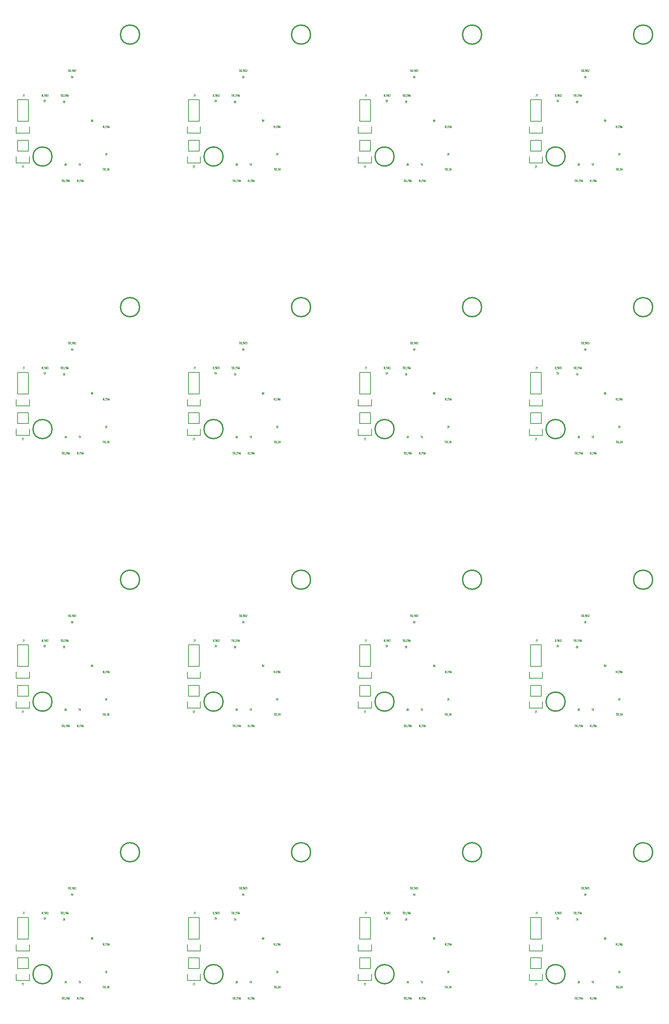
<source format=gbr>
G04 #@! TF.FileFunction,Legend,Bot*
%FSLAX46Y46*%
G04 Gerber Fmt 4.6, Leading zero omitted, Abs format (unit mm)*
G04 Created by KiCad (PCBNEW 0.201601221447+6507~42~ubuntu15.10.1-product) date Fri 22 Jan 2016 06:42:10 PM EST*
%MOMM*%
G01*
G04 APERTURE LIST*
%ADD10C,0.100000*%
%ADD11C,0.063500*%
%ADD12C,0.150000*%
%ADD13C,0.307000*%
%ADD14C,0.025400*%
G04 APERTURE END LIST*
D10*
D11*
X156179762Y-255753810D02*
X156179762Y-255245810D01*
X156095095Y-255608667D01*
X156010428Y-255245810D01*
X156010428Y-255753810D01*
X155889476Y-255753810D02*
X155889476Y-255245810D01*
X155623381Y-255705429D02*
X155635476Y-255729619D01*
X155671762Y-255753810D01*
X155695952Y-255753810D01*
X155732238Y-255729619D01*
X155756429Y-255681238D01*
X155768524Y-255632857D01*
X155780619Y-255536095D01*
X155780619Y-255463524D01*
X155768524Y-255366762D01*
X155756429Y-255318381D01*
X155732238Y-255270000D01*
X155695952Y-255245810D01*
X155671762Y-255245810D01*
X155635476Y-255270000D01*
X155623381Y-255294190D01*
X155575000Y-255802190D02*
X155381476Y-255802190D01*
X155272619Y-255245810D02*
X155224238Y-255245810D01*
X155200047Y-255270000D01*
X155175857Y-255318381D01*
X155163762Y-255415143D01*
X155163762Y-255584476D01*
X155175857Y-255681238D01*
X155200047Y-255729619D01*
X155224238Y-255753810D01*
X155272619Y-255753810D01*
X155296809Y-255729619D01*
X155321000Y-255681238D01*
X155333095Y-255584476D01*
X155333095Y-255415143D01*
X155321000Y-255318381D01*
X155296809Y-255270000D01*
X155272619Y-255245810D01*
X155054905Y-255245810D02*
X155054905Y-255657048D01*
X155042810Y-255705429D01*
X155030714Y-255729619D01*
X155006524Y-255753810D01*
X154958143Y-255753810D01*
X154933952Y-255729619D01*
X154921857Y-255705429D01*
X154909762Y-255657048D01*
X154909762Y-255245810D01*
X154825096Y-255245810D02*
X154679953Y-255245810D01*
X154752524Y-255753810D02*
X154752524Y-255245810D01*
X150095857Y-258275667D02*
X149974905Y-258275667D01*
X150120048Y-258420810D02*
X150035381Y-257912810D01*
X149950714Y-258420810D01*
X149866048Y-258420810D02*
X149866048Y-257912810D01*
X149781381Y-258275667D01*
X149696714Y-257912810D01*
X149696714Y-258420810D01*
X149575762Y-258420810D02*
X149575762Y-257912810D01*
X149479000Y-257912810D01*
X149454809Y-257937000D01*
X149442714Y-257961190D01*
X149430619Y-258009571D01*
X149430619Y-258082143D01*
X149442714Y-258130524D01*
X149454809Y-258154714D01*
X149479000Y-258178905D01*
X149575762Y-258178905D01*
X149188714Y-258420810D02*
X149333857Y-258420810D01*
X149261286Y-258420810D02*
X149261286Y-257912810D01*
X149285476Y-257985381D01*
X149309667Y-258033762D01*
X149333857Y-258057952D01*
X149140333Y-258469190D02*
X148946809Y-258469190D01*
X148886333Y-258420810D02*
X148886333Y-257912810D01*
X148765381Y-258420810D02*
X148765381Y-257912810D01*
X148620238Y-258420810D01*
X148620238Y-257912810D01*
X146836190Y-258275667D02*
X146715238Y-258275667D01*
X146860381Y-258420810D02*
X146775714Y-257912810D01*
X146691047Y-258420810D01*
X146606381Y-258420810D02*
X146606381Y-257912810D01*
X146521714Y-258275667D01*
X146437047Y-257912810D01*
X146437047Y-258420810D01*
X146316095Y-258420810D02*
X146316095Y-257912810D01*
X146219333Y-257912810D01*
X146195142Y-257937000D01*
X146183047Y-257961190D01*
X146170952Y-258009571D01*
X146170952Y-258082143D01*
X146183047Y-258130524D01*
X146195142Y-258154714D01*
X146219333Y-258178905D01*
X146316095Y-258178905D01*
X145929047Y-258420810D02*
X146074190Y-258420810D01*
X146001619Y-258420810D02*
X146001619Y-257912810D01*
X146025809Y-257985381D01*
X146050000Y-258033762D01*
X146074190Y-258057952D01*
X145880666Y-258469190D02*
X145687142Y-258469190D01*
X145578285Y-257912810D02*
X145529904Y-257912810D01*
X145505713Y-257937000D01*
X145481523Y-257985381D01*
X145469428Y-258082143D01*
X145469428Y-258251476D01*
X145481523Y-258348238D01*
X145505713Y-258396619D01*
X145529904Y-258420810D01*
X145578285Y-258420810D01*
X145602475Y-258396619D01*
X145626666Y-258348238D01*
X145638761Y-258251476D01*
X145638761Y-258082143D01*
X145626666Y-257985381D01*
X145602475Y-257937000D01*
X145578285Y-257912810D01*
X145360571Y-257912810D02*
X145360571Y-258324048D01*
X145348476Y-258372429D01*
X145336380Y-258396619D01*
X145312190Y-258420810D01*
X145263809Y-258420810D01*
X145239618Y-258396619D01*
X145227523Y-258372429D01*
X145215428Y-258324048D01*
X145215428Y-257912810D01*
X145130762Y-257912810D02*
X144985619Y-257912810D01*
X145058190Y-258420810D02*
X145058190Y-257912810D01*
X156191857Y-245575667D02*
X156070905Y-245575667D01*
X156216048Y-245720810D02*
X156131381Y-245212810D01*
X156046714Y-245720810D01*
X155962048Y-245720810D02*
X155962048Y-245212810D01*
X155877381Y-245575667D01*
X155792714Y-245212810D01*
X155792714Y-245720810D01*
X155671762Y-245720810D02*
X155671762Y-245212810D01*
X155575000Y-245212810D01*
X155550809Y-245237000D01*
X155538714Y-245261190D01*
X155526619Y-245309571D01*
X155526619Y-245382143D01*
X155538714Y-245430524D01*
X155550809Y-245454714D01*
X155575000Y-245478905D01*
X155671762Y-245478905D01*
X155429857Y-245261190D02*
X155417762Y-245237000D01*
X155393571Y-245212810D01*
X155333095Y-245212810D01*
X155308905Y-245237000D01*
X155296809Y-245261190D01*
X155284714Y-245309571D01*
X155284714Y-245357952D01*
X155296809Y-245430524D01*
X155441952Y-245720810D01*
X155284714Y-245720810D01*
X155236333Y-245769190D02*
X155042809Y-245769190D01*
X154982333Y-245720810D02*
X154982333Y-245212810D01*
X154861381Y-245720810D02*
X154861381Y-245212810D01*
X154716238Y-245720810D01*
X154716238Y-245212810D01*
X141713857Y-238306429D02*
X141725952Y-238330619D01*
X141762238Y-238354810D01*
X141786428Y-238354810D01*
X141822714Y-238330619D01*
X141846905Y-238282238D01*
X141859000Y-238233857D01*
X141871095Y-238137095D01*
X141871095Y-238064524D01*
X141859000Y-237967762D01*
X141846905Y-237919381D01*
X141822714Y-237871000D01*
X141786428Y-237846810D01*
X141762238Y-237846810D01*
X141725952Y-237871000D01*
X141713857Y-237895190D01*
X141556619Y-237846810D02*
X141508238Y-237846810D01*
X141484047Y-237871000D01*
X141459857Y-237919381D01*
X141447762Y-238016143D01*
X141447762Y-238185476D01*
X141459857Y-238282238D01*
X141484047Y-238330619D01*
X141508238Y-238354810D01*
X141556619Y-238354810D01*
X141580809Y-238330619D01*
X141605000Y-238282238D01*
X141617095Y-238185476D01*
X141617095Y-238016143D01*
X141605000Y-237919381D01*
X141580809Y-237871000D01*
X141556619Y-237846810D01*
X141338905Y-238354810D02*
X141338905Y-237846810D01*
X141254238Y-238209667D01*
X141169571Y-237846810D01*
X141169571Y-238354810D01*
X141048619Y-238354810D02*
X141048619Y-237846810D01*
X140951857Y-237846810D01*
X140927666Y-237871000D01*
X140915571Y-237895190D01*
X140903476Y-237943571D01*
X140903476Y-238016143D01*
X140915571Y-238064524D01*
X140927666Y-238088714D01*
X140951857Y-238112905D01*
X141048619Y-238112905D01*
X140855095Y-238403190D02*
X140661571Y-238403190D01*
X140601095Y-238354810D02*
X140601095Y-237846810D01*
X140480143Y-238354810D02*
X140480143Y-237846810D01*
X140335000Y-238354810D01*
X140335000Y-237846810D01*
X148233190Y-232464429D02*
X148245285Y-232488619D01*
X148281571Y-232512810D01*
X148305761Y-232512810D01*
X148342047Y-232488619D01*
X148366238Y-232440238D01*
X148378333Y-232391857D01*
X148390428Y-232295095D01*
X148390428Y-232222524D01*
X148378333Y-232125762D01*
X148366238Y-232077381D01*
X148342047Y-232029000D01*
X148305761Y-232004810D01*
X148281571Y-232004810D01*
X148245285Y-232029000D01*
X148233190Y-232053190D01*
X148075952Y-232004810D02*
X148027571Y-232004810D01*
X148003380Y-232029000D01*
X147979190Y-232077381D01*
X147967095Y-232174143D01*
X147967095Y-232343476D01*
X147979190Y-232440238D01*
X148003380Y-232488619D01*
X148027571Y-232512810D01*
X148075952Y-232512810D01*
X148100142Y-232488619D01*
X148124333Y-232440238D01*
X148136428Y-232343476D01*
X148136428Y-232174143D01*
X148124333Y-232077381D01*
X148100142Y-232029000D01*
X148075952Y-232004810D01*
X147858238Y-232512810D02*
X147858238Y-232004810D01*
X147773571Y-232367667D01*
X147688904Y-232004810D01*
X147688904Y-232512810D01*
X147567952Y-232512810D02*
X147567952Y-232004810D01*
X147471190Y-232004810D01*
X147446999Y-232029000D01*
X147434904Y-232053190D01*
X147422809Y-232101571D01*
X147422809Y-232174143D01*
X147434904Y-232222524D01*
X147446999Y-232246714D01*
X147471190Y-232270905D01*
X147567952Y-232270905D01*
X147374428Y-232561190D02*
X147180904Y-232561190D01*
X147072047Y-232004810D02*
X147023666Y-232004810D01*
X146999475Y-232029000D01*
X146975285Y-232077381D01*
X146963190Y-232174143D01*
X146963190Y-232343476D01*
X146975285Y-232440238D01*
X146999475Y-232488619D01*
X147023666Y-232512810D01*
X147072047Y-232512810D01*
X147096237Y-232488619D01*
X147120428Y-232440238D01*
X147132523Y-232343476D01*
X147132523Y-232174143D01*
X147120428Y-232077381D01*
X147096237Y-232029000D01*
X147072047Y-232004810D01*
X146854333Y-232004810D02*
X146854333Y-232416048D01*
X146842238Y-232464429D01*
X146830142Y-232488619D01*
X146805952Y-232512810D01*
X146757571Y-232512810D01*
X146733380Y-232488619D01*
X146721285Y-232464429D01*
X146709190Y-232416048D01*
X146709190Y-232004810D01*
X146624524Y-232004810D02*
X146479381Y-232004810D01*
X146551952Y-232512810D02*
X146551952Y-232004810D01*
X146582190Y-238209667D02*
X146461238Y-238209667D01*
X146606381Y-238354810D02*
X146521714Y-237846810D01*
X146437047Y-238354810D01*
X146352381Y-238354810D02*
X146352381Y-237846810D01*
X146267714Y-238209667D01*
X146183047Y-237846810D01*
X146183047Y-238354810D01*
X146062095Y-238354810D02*
X146062095Y-237846810D01*
X145965333Y-237846810D01*
X145941142Y-237871000D01*
X145929047Y-237895190D01*
X145916952Y-237943571D01*
X145916952Y-238016143D01*
X145929047Y-238064524D01*
X145941142Y-238088714D01*
X145965333Y-238112905D01*
X146062095Y-238112905D01*
X145820190Y-237895190D02*
X145808095Y-237871000D01*
X145783904Y-237846810D01*
X145723428Y-237846810D01*
X145699238Y-237871000D01*
X145687142Y-237895190D01*
X145675047Y-237943571D01*
X145675047Y-237991952D01*
X145687142Y-238064524D01*
X145832285Y-238354810D01*
X145675047Y-238354810D01*
X145626666Y-238403190D02*
X145433142Y-238403190D01*
X145324285Y-237846810D02*
X145275904Y-237846810D01*
X145251713Y-237871000D01*
X145227523Y-237919381D01*
X145215428Y-238016143D01*
X145215428Y-238185476D01*
X145227523Y-238282238D01*
X145251713Y-238330619D01*
X145275904Y-238354810D01*
X145324285Y-238354810D01*
X145348475Y-238330619D01*
X145372666Y-238282238D01*
X145384761Y-238185476D01*
X145384761Y-238016143D01*
X145372666Y-237919381D01*
X145348475Y-237871000D01*
X145324285Y-237846810D01*
X145106571Y-237846810D02*
X145106571Y-238258048D01*
X145094476Y-238306429D01*
X145082380Y-238330619D01*
X145058190Y-238354810D01*
X145009809Y-238354810D01*
X144985618Y-238330619D01*
X144973523Y-238306429D01*
X144961428Y-238258048D01*
X144961428Y-237846810D01*
X144876762Y-237846810D02*
X144731619Y-237846810D01*
X144804190Y-238354810D02*
X144804190Y-237846810D01*
X156179762Y-191618810D02*
X156179762Y-191110810D01*
X156095095Y-191473667D01*
X156010428Y-191110810D01*
X156010428Y-191618810D01*
X155889476Y-191618810D02*
X155889476Y-191110810D01*
X155623381Y-191570429D02*
X155635476Y-191594619D01*
X155671762Y-191618810D01*
X155695952Y-191618810D01*
X155732238Y-191594619D01*
X155756429Y-191546238D01*
X155768524Y-191497857D01*
X155780619Y-191401095D01*
X155780619Y-191328524D01*
X155768524Y-191231762D01*
X155756429Y-191183381D01*
X155732238Y-191135000D01*
X155695952Y-191110810D01*
X155671762Y-191110810D01*
X155635476Y-191135000D01*
X155623381Y-191159190D01*
X155575000Y-191667190D02*
X155381476Y-191667190D01*
X155272619Y-191110810D02*
X155224238Y-191110810D01*
X155200047Y-191135000D01*
X155175857Y-191183381D01*
X155163762Y-191280143D01*
X155163762Y-191449476D01*
X155175857Y-191546238D01*
X155200047Y-191594619D01*
X155224238Y-191618810D01*
X155272619Y-191618810D01*
X155296809Y-191594619D01*
X155321000Y-191546238D01*
X155333095Y-191449476D01*
X155333095Y-191280143D01*
X155321000Y-191183381D01*
X155296809Y-191135000D01*
X155272619Y-191110810D01*
X155054905Y-191110810D02*
X155054905Y-191522048D01*
X155042810Y-191570429D01*
X155030714Y-191594619D01*
X155006524Y-191618810D01*
X154958143Y-191618810D01*
X154933952Y-191594619D01*
X154921857Y-191570429D01*
X154909762Y-191522048D01*
X154909762Y-191110810D01*
X154825096Y-191110810D02*
X154679953Y-191110810D01*
X154752524Y-191618810D02*
X154752524Y-191110810D01*
X150095857Y-194140667D02*
X149974905Y-194140667D01*
X150120048Y-194285810D02*
X150035381Y-193777810D01*
X149950714Y-194285810D01*
X149866048Y-194285810D02*
X149866048Y-193777810D01*
X149781381Y-194140667D01*
X149696714Y-193777810D01*
X149696714Y-194285810D01*
X149575762Y-194285810D02*
X149575762Y-193777810D01*
X149479000Y-193777810D01*
X149454809Y-193802000D01*
X149442714Y-193826190D01*
X149430619Y-193874571D01*
X149430619Y-193947143D01*
X149442714Y-193995524D01*
X149454809Y-194019714D01*
X149479000Y-194043905D01*
X149575762Y-194043905D01*
X149188714Y-194285810D02*
X149333857Y-194285810D01*
X149261286Y-194285810D02*
X149261286Y-193777810D01*
X149285476Y-193850381D01*
X149309667Y-193898762D01*
X149333857Y-193922952D01*
X149140333Y-194334190D02*
X148946809Y-194334190D01*
X148886333Y-194285810D02*
X148886333Y-193777810D01*
X148765381Y-194285810D02*
X148765381Y-193777810D01*
X148620238Y-194285810D01*
X148620238Y-193777810D01*
X146836190Y-194140667D02*
X146715238Y-194140667D01*
X146860381Y-194285810D02*
X146775714Y-193777810D01*
X146691047Y-194285810D01*
X146606381Y-194285810D02*
X146606381Y-193777810D01*
X146521714Y-194140667D01*
X146437047Y-193777810D01*
X146437047Y-194285810D01*
X146316095Y-194285810D02*
X146316095Y-193777810D01*
X146219333Y-193777810D01*
X146195142Y-193802000D01*
X146183047Y-193826190D01*
X146170952Y-193874571D01*
X146170952Y-193947143D01*
X146183047Y-193995524D01*
X146195142Y-194019714D01*
X146219333Y-194043905D01*
X146316095Y-194043905D01*
X145929047Y-194285810D02*
X146074190Y-194285810D01*
X146001619Y-194285810D02*
X146001619Y-193777810D01*
X146025809Y-193850381D01*
X146050000Y-193898762D01*
X146074190Y-193922952D01*
X145880666Y-194334190D02*
X145687142Y-194334190D01*
X145578285Y-193777810D02*
X145529904Y-193777810D01*
X145505713Y-193802000D01*
X145481523Y-193850381D01*
X145469428Y-193947143D01*
X145469428Y-194116476D01*
X145481523Y-194213238D01*
X145505713Y-194261619D01*
X145529904Y-194285810D01*
X145578285Y-194285810D01*
X145602475Y-194261619D01*
X145626666Y-194213238D01*
X145638761Y-194116476D01*
X145638761Y-193947143D01*
X145626666Y-193850381D01*
X145602475Y-193802000D01*
X145578285Y-193777810D01*
X145360571Y-193777810D02*
X145360571Y-194189048D01*
X145348476Y-194237429D01*
X145336380Y-194261619D01*
X145312190Y-194285810D01*
X145263809Y-194285810D01*
X145239618Y-194261619D01*
X145227523Y-194237429D01*
X145215428Y-194189048D01*
X145215428Y-193777810D01*
X145130762Y-193777810D02*
X144985619Y-193777810D01*
X145058190Y-194285810D02*
X145058190Y-193777810D01*
X156191857Y-181440667D02*
X156070905Y-181440667D01*
X156216048Y-181585810D02*
X156131381Y-181077810D01*
X156046714Y-181585810D01*
X155962048Y-181585810D02*
X155962048Y-181077810D01*
X155877381Y-181440667D01*
X155792714Y-181077810D01*
X155792714Y-181585810D01*
X155671762Y-181585810D02*
X155671762Y-181077810D01*
X155575000Y-181077810D01*
X155550809Y-181102000D01*
X155538714Y-181126190D01*
X155526619Y-181174571D01*
X155526619Y-181247143D01*
X155538714Y-181295524D01*
X155550809Y-181319714D01*
X155575000Y-181343905D01*
X155671762Y-181343905D01*
X155429857Y-181126190D02*
X155417762Y-181102000D01*
X155393571Y-181077810D01*
X155333095Y-181077810D01*
X155308905Y-181102000D01*
X155296809Y-181126190D01*
X155284714Y-181174571D01*
X155284714Y-181222952D01*
X155296809Y-181295524D01*
X155441952Y-181585810D01*
X155284714Y-181585810D01*
X155236333Y-181634190D02*
X155042809Y-181634190D01*
X154982333Y-181585810D02*
X154982333Y-181077810D01*
X154861381Y-181585810D02*
X154861381Y-181077810D01*
X154716238Y-181585810D01*
X154716238Y-181077810D01*
X141713857Y-174171429D02*
X141725952Y-174195619D01*
X141762238Y-174219810D01*
X141786428Y-174219810D01*
X141822714Y-174195619D01*
X141846905Y-174147238D01*
X141859000Y-174098857D01*
X141871095Y-174002095D01*
X141871095Y-173929524D01*
X141859000Y-173832762D01*
X141846905Y-173784381D01*
X141822714Y-173736000D01*
X141786428Y-173711810D01*
X141762238Y-173711810D01*
X141725952Y-173736000D01*
X141713857Y-173760190D01*
X141556619Y-173711810D02*
X141508238Y-173711810D01*
X141484047Y-173736000D01*
X141459857Y-173784381D01*
X141447762Y-173881143D01*
X141447762Y-174050476D01*
X141459857Y-174147238D01*
X141484047Y-174195619D01*
X141508238Y-174219810D01*
X141556619Y-174219810D01*
X141580809Y-174195619D01*
X141605000Y-174147238D01*
X141617095Y-174050476D01*
X141617095Y-173881143D01*
X141605000Y-173784381D01*
X141580809Y-173736000D01*
X141556619Y-173711810D01*
X141338905Y-174219810D02*
X141338905Y-173711810D01*
X141254238Y-174074667D01*
X141169571Y-173711810D01*
X141169571Y-174219810D01*
X141048619Y-174219810D02*
X141048619Y-173711810D01*
X140951857Y-173711810D01*
X140927666Y-173736000D01*
X140915571Y-173760190D01*
X140903476Y-173808571D01*
X140903476Y-173881143D01*
X140915571Y-173929524D01*
X140927666Y-173953714D01*
X140951857Y-173977905D01*
X141048619Y-173977905D01*
X140855095Y-174268190D02*
X140661571Y-174268190D01*
X140601095Y-174219810D02*
X140601095Y-173711810D01*
X140480143Y-174219810D02*
X140480143Y-173711810D01*
X140335000Y-174219810D01*
X140335000Y-173711810D01*
X148233190Y-168329429D02*
X148245285Y-168353619D01*
X148281571Y-168377810D01*
X148305761Y-168377810D01*
X148342047Y-168353619D01*
X148366238Y-168305238D01*
X148378333Y-168256857D01*
X148390428Y-168160095D01*
X148390428Y-168087524D01*
X148378333Y-167990762D01*
X148366238Y-167942381D01*
X148342047Y-167894000D01*
X148305761Y-167869810D01*
X148281571Y-167869810D01*
X148245285Y-167894000D01*
X148233190Y-167918190D01*
X148075952Y-167869810D02*
X148027571Y-167869810D01*
X148003380Y-167894000D01*
X147979190Y-167942381D01*
X147967095Y-168039143D01*
X147967095Y-168208476D01*
X147979190Y-168305238D01*
X148003380Y-168353619D01*
X148027571Y-168377810D01*
X148075952Y-168377810D01*
X148100142Y-168353619D01*
X148124333Y-168305238D01*
X148136428Y-168208476D01*
X148136428Y-168039143D01*
X148124333Y-167942381D01*
X148100142Y-167894000D01*
X148075952Y-167869810D01*
X147858238Y-168377810D02*
X147858238Y-167869810D01*
X147773571Y-168232667D01*
X147688904Y-167869810D01*
X147688904Y-168377810D01*
X147567952Y-168377810D02*
X147567952Y-167869810D01*
X147471190Y-167869810D01*
X147446999Y-167894000D01*
X147434904Y-167918190D01*
X147422809Y-167966571D01*
X147422809Y-168039143D01*
X147434904Y-168087524D01*
X147446999Y-168111714D01*
X147471190Y-168135905D01*
X147567952Y-168135905D01*
X147374428Y-168426190D02*
X147180904Y-168426190D01*
X147072047Y-167869810D02*
X147023666Y-167869810D01*
X146999475Y-167894000D01*
X146975285Y-167942381D01*
X146963190Y-168039143D01*
X146963190Y-168208476D01*
X146975285Y-168305238D01*
X146999475Y-168353619D01*
X147023666Y-168377810D01*
X147072047Y-168377810D01*
X147096237Y-168353619D01*
X147120428Y-168305238D01*
X147132523Y-168208476D01*
X147132523Y-168039143D01*
X147120428Y-167942381D01*
X147096237Y-167894000D01*
X147072047Y-167869810D01*
X146854333Y-167869810D02*
X146854333Y-168281048D01*
X146842238Y-168329429D01*
X146830142Y-168353619D01*
X146805952Y-168377810D01*
X146757571Y-168377810D01*
X146733380Y-168353619D01*
X146721285Y-168329429D01*
X146709190Y-168281048D01*
X146709190Y-167869810D01*
X146624524Y-167869810D02*
X146479381Y-167869810D01*
X146551952Y-168377810D02*
X146551952Y-167869810D01*
X146582190Y-174074667D02*
X146461238Y-174074667D01*
X146606381Y-174219810D02*
X146521714Y-173711810D01*
X146437047Y-174219810D01*
X146352381Y-174219810D02*
X146352381Y-173711810D01*
X146267714Y-174074667D01*
X146183047Y-173711810D01*
X146183047Y-174219810D01*
X146062095Y-174219810D02*
X146062095Y-173711810D01*
X145965333Y-173711810D01*
X145941142Y-173736000D01*
X145929047Y-173760190D01*
X145916952Y-173808571D01*
X145916952Y-173881143D01*
X145929047Y-173929524D01*
X145941142Y-173953714D01*
X145965333Y-173977905D01*
X146062095Y-173977905D01*
X145820190Y-173760190D02*
X145808095Y-173736000D01*
X145783904Y-173711810D01*
X145723428Y-173711810D01*
X145699238Y-173736000D01*
X145687142Y-173760190D01*
X145675047Y-173808571D01*
X145675047Y-173856952D01*
X145687142Y-173929524D01*
X145832285Y-174219810D01*
X145675047Y-174219810D01*
X145626666Y-174268190D02*
X145433142Y-174268190D01*
X145324285Y-173711810D02*
X145275904Y-173711810D01*
X145251713Y-173736000D01*
X145227523Y-173784381D01*
X145215428Y-173881143D01*
X145215428Y-174050476D01*
X145227523Y-174147238D01*
X145251713Y-174195619D01*
X145275904Y-174219810D01*
X145324285Y-174219810D01*
X145348475Y-174195619D01*
X145372666Y-174147238D01*
X145384761Y-174050476D01*
X145384761Y-173881143D01*
X145372666Y-173784381D01*
X145348475Y-173736000D01*
X145324285Y-173711810D01*
X145106571Y-173711810D02*
X145106571Y-174123048D01*
X145094476Y-174171429D01*
X145082380Y-174195619D01*
X145058190Y-174219810D01*
X145009809Y-174219810D01*
X144985618Y-174195619D01*
X144973523Y-174171429D01*
X144961428Y-174123048D01*
X144961428Y-173711810D01*
X144876762Y-173711810D02*
X144731619Y-173711810D01*
X144804190Y-174219810D02*
X144804190Y-173711810D01*
X156179762Y-127483810D02*
X156179762Y-126975810D01*
X156095095Y-127338667D01*
X156010428Y-126975810D01*
X156010428Y-127483810D01*
X155889476Y-127483810D02*
X155889476Y-126975810D01*
X155623381Y-127435429D02*
X155635476Y-127459619D01*
X155671762Y-127483810D01*
X155695952Y-127483810D01*
X155732238Y-127459619D01*
X155756429Y-127411238D01*
X155768524Y-127362857D01*
X155780619Y-127266095D01*
X155780619Y-127193524D01*
X155768524Y-127096762D01*
X155756429Y-127048381D01*
X155732238Y-127000000D01*
X155695952Y-126975810D01*
X155671762Y-126975810D01*
X155635476Y-127000000D01*
X155623381Y-127024190D01*
X155575000Y-127532190D02*
X155381476Y-127532190D01*
X155272619Y-126975810D02*
X155224238Y-126975810D01*
X155200047Y-127000000D01*
X155175857Y-127048381D01*
X155163762Y-127145143D01*
X155163762Y-127314476D01*
X155175857Y-127411238D01*
X155200047Y-127459619D01*
X155224238Y-127483810D01*
X155272619Y-127483810D01*
X155296809Y-127459619D01*
X155321000Y-127411238D01*
X155333095Y-127314476D01*
X155333095Y-127145143D01*
X155321000Y-127048381D01*
X155296809Y-127000000D01*
X155272619Y-126975810D01*
X155054905Y-126975810D02*
X155054905Y-127387048D01*
X155042810Y-127435429D01*
X155030714Y-127459619D01*
X155006524Y-127483810D01*
X154958143Y-127483810D01*
X154933952Y-127459619D01*
X154921857Y-127435429D01*
X154909762Y-127387048D01*
X154909762Y-126975810D01*
X154825096Y-126975810D02*
X154679953Y-126975810D01*
X154752524Y-127483810D02*
X154752524Y-126975810D01*
X150095857Y-130005667D02*
X149974905Y-130005667D01*
X150120048Y-130150810D02*
X150035381Y-129642810D01*
X149950714Y-130150810D01*
X149866048Y-130150810D02*
X149866048Y-129642810D01*
X149781381Y-130005667D01*
X149696714Y-129642810D01*
X149696714Y-130150810D01*
X149575762Y-130150810D02*
X149575762Y-129642810D01*
X149479000Y-129642810D01*
X149454809Y-129667000D01*
X149442714Y-129691190D01*
X149430619Y-129739571D01*
X149430619Y-129812143D01*
X149442714Y-129860524D01*
X149454809Y-129884714D01*
X149479000Y-129908905D01*
X149575762Y-129908905D01*
X149188714Y-130150810D02*
X149333857Y-130150810D01*
X149261286Y-130150810D02*
X149261286Y-129642810D01*
X149285476Y-129715381D01*
X149309667Y-129763762D01*
X149333857Y-129787952D01*
X149140333Y-130199190D02*
X148946809Y-130199190D01*
X148886333Y-130150810D02*
X148886333Y-129642810D01*
X148765381Y-130150810D02*
X148765381Y-129642810D01*
X148620238Y-130150810D01*
X148620238Y-129642810D01*
X146836190Y-130005667D02*
X146715238Y-130005667D01*
X146860381Y-130150810D02*
X146775714Y-129642810D01*
X146691047Y-130150810D01*
X146606381Y-130150810D02*
X146606381Y-129642810D01*
X146521714Y-130005667D01*
X146437047Y-129642810D01*
X146437047Y-130150810D01*
X146316095Y-130150810D02*
X146316095Y-129642810D01*
X146219333Y-129642810D01*
X146195142Y-129667000D01*
X146183047Y-129691190D01*
X146170952Y-129739571D01*
X146170952Y-129812143D01*
X146183047Y-129860524D01*
X146195142Y-129884714D01*
X146219333Y-129908905D01*
X146316095Y-129908905D01*
X145929047Y-130150810D02*
X146074190Y-130150810D01*
X146001619Y-130150810D02*
X146001619Y-129642810D01*
X146025809Y-129715381D01*
X146050000Y-129763762D01*
X146074190Y-129787952D01*
X145880666Y-130199190D02*
X145687142Y-130199190D01*
X145578285Y-129642810D02*
X145529904Y-129642810D01*
X145505713Y-129667000D01*
X145481523Y-129715381D01*
X145469428Y-129812143D01*
X145469428Y-129981476D01*
X145481523Y-130078238D01*
X145505713Y-130126619D01*
X145529904Y-130150810D01*
X145578285Y-130150810D01*
X145602475Y-130126619D01*
X145626666Y-130078238D01*
X145638761Y-129981476D01*
X145638761Y-129812143D01*
X145626666Y-129715381D01*
X145602475Y-129667000D01*
X145578285Y-129642810D01*
X145360571Y-129642810D02*
X145360571Y-130054048D01*
X145348476Y-130102429D01*
X145336380Y-130126619D01*
X145312190Y-130150810D01*
X145263809Y-130150810D01*
X145239618Y-130126619D01*
X145227523Y-130102429D01*
X145215428Y-130054048D01*
X145215428Y-129642810D01*
X145130762Y-129642810D02*
X144985619Y-129642810D01*
X145058190Y-130150810D02*
X145058190Y-129642810D01*
X156191857Y-117305667D02*
X156070905Y-117305667D01*
X156216048Y-117450810D02*
X156131381Y-116942810D01*
X156046714Y-117450810D01*
X155962048Y-117450810D02*
X155962048Y-116942810D01*
X155877381Y-117305667D01*
X155792714Y-116942810D01*
X155792714Y-117450810D01*
X155671762Y-117450810D02*
X155671762Y-116942810D01*
X155575000Y-116942810D01*
X155550809Y-116967000D01*
X155538714Y-116991190D01*
X155526619Y-117039571D01*
X155526619Y-117112143D01*
X155538714Y-117160524D01*
X155550809Y-117184714D01*
X155575000Y-117208905D01*
X155671762Y-117208905D01*
X155429857Y-116991190D02*
X155417762Y-116967000D01*
X155393571Y-116942810D01*
X155333095Y-116942810D01*
X155308905Y-116967000D01*
X155296809Y-116991190D01*
X155284714Y-117039571D01*
X155284714Y-117087952D01*
X155296809Y-117160524D01*
X155441952Y-117450810D01*
X155284714Y-117450810D01*
X155236333Y-117499190D02*
X155042809Y-117499190D01*
X154982333Y-117450810D02*
X154982333Y-116942810D01*
X154861381Y-117450810D02*
X154861381Y-116942810D01*
X154716238Y-117450810D01*
X154716238Y-116942810D01*
X141713857Y-110036429D02*
X141725952Y-110060619D01*
X141762238Y-110084810D01*
X141786428Y-110084810D01*
X141822714Y-110060619D01*
X141846905Y-110012238D01*
X141859000Y-109963857D01*
X141871095Y-109867095D01*
X141871095Y-109794524D01*
X141859000Y-109697762D01*
X141846905Y-109649381D01*
X141822714Y-109601000D01*
X141786428Y-109576810D01*
X141762238Y-109576810D01*
X141725952Y-109601000D01*
X141713857Y-109625190D01*
X141556619Y-109576810D02*
X141508238Y-109576810D01*
X141484047Y-109601000D01*
X141459857Y-109649381D01*
X141447762Y-109746143D01*
X141447762Y-109915476D01*
X141459857Y-110012238D01*
X141484047Y-110060619D01*
X141508238Y-110084810D01*
X141556619Y-110084810D01*
X141580809Y-110060619D01*
X141605000Y-110012238D01*
X141617095Y-109915476D01*
X141617095Y-109746143D01*
X141605000Y-109649381D01*
X141580809Y-109601000D01*
X141556619Y-109576810D01*
X141338905Y-110084810D02*
X141338905Y-109576810D01*
X141254238Y-109939667D01*
X141169571Y-109576810D01*
X141169571Y-110084810D01*
X141048619Y-110084810D02*
X141048619Y-109576810D01*
X140951857Y-109576810D01*
X140927666Y-109601000D01*
X140915571Y-109625190D01*
X140903476Y-109673571D01*
X140903476Y-109746143D01*
X140915571Y-109794524D01*
X140927666Y-109818714D01*
X140951857Y-109842905D01*
X141048619Y-109842905D01*
X140855095Y-110133190D02*
X140661571Y-110133190D01*
X140601095Y-110084810D02*
X140601095Y-109576810D01*
X140480143Y-110084810D02*
X140480143Y-109576810D01*
X140335000Y-110084810D01*
X140335000Y-109576810D01*
X148233190Y-104194429D02*
X148245285Y-104218619D01*
X148281571Y-104242810D01*
X148305761Y-104242810D01*
X148342047Y-104218619D01*
X148366238Y-104170238D01*
X148378333Y-104121857D01*
X148390428Y-104025095D01*
X148390428Y-103952524D01*
X148378333Y-103855762D01*
X148366238Y-103807381D01*
X148342047Y-103759000D01*
X148305761Y-103734810D01*
X148281571Y-103734810D01*
X148245285Y-103759000D01*
X148233190Y-103783190D01*
X148075952Y-103734810D02*
X148027571Y-103734810D01*
X148003380Y-103759000D01*
X147979190Y-103807381D01*
X147967095Y-103904143D01*
X147967095Y-104073476D01*
X147979190Y-104170238D01*
X148003380Y-104218619D01*
X148027571Y-104242810D01*
X148075952Y-104242810D01*
X148100142Y-104218619D01*
X148124333Y-104170238D01*
X148136428Y-104073476D01*
X148136428Y-103904143D01*
X148124333Y-103807381D01*
X148100142Y-103759000D01*
X148075952Y-103734810D01*
X147858238Y-104242810D02*
X147858238Y-103734810D01*
X147773571Y-104097667D01*
X147688904Y-103734810D01*
X147688904Y-104242810D01*
X147567952Y-104242810D02*
X147567952Y-103734810D01*
X147471190Y-103734810D01*
X147446999Y-103759000D01*
X147434904Y-103783190D01*
X147422809Y-103831571D01*
X147422809Y-103904143D01*
X147434904Y-103952524D01*
X147446999Y-103976714D01*
X147471190Y-104000905D01*
X147567952Y-104000905D01*
X147374428Y-104291190D02*
X147180904Y-104291190D01*
X147072047Y-103734810D02*
X147023666Y-103734810D01*
X146999475Y-103759000D01*
X146975285Y-103807381D01*
X146963190Y-103904143D01*
X146963190Y-104073476D01*
X146975285Y-104170238D01*
X146999475Y-104218619D01*
X147023666Y-104242810D01*
X147072047Y-104242810D01*
X147096237Y-104218619D01*
X147120428Y-104170238D01*
X147132523Y-104073476D01*
X147132523Y-103904143D01*
X147120428Y-103807381D01*
X147096237Y-103759000D01*
X147072047Y-103734810D01*
X146854333Y-103734810D02*
X146854333Y-104146048D01*
X146842238Y-104194429D01*
X146830142Y-104218619D01*
X146805952Y-104242810D01*
X146757571Y-104242810D01*
X146733380Y-104218619D01*
X146721285Y-104194429D01*
X146709190Y-104146048D01*
X146709190Y-103734810D01*
X146624524Y-103734810D02*
X146479381Y-103734810D01*
X146551952Y-104242810D02*
X146551952Y-103734810D01*
X146582190Y-109939667D02*
X146461238Y-109939667D01*
X146606381Y-110084810D02*
X146521714Y-109576810D01*
X146437047Y-110084810D01*
X146352381Y-110084810D02*
X146352381Y-109576810D01*
X146267714Y-109939667D01*
X146183047Y-109576810D01*
X146183047Y-110084810D01*
X146062095Y-110084810D02*
X146062095Y-109576810D01*
X145965333Y-109576810D01*
X145941142Y-109601000D01*
X145929047Y-109625190D01*
X145916952Y-109673571D01*
X145916952Y-109746143D01*
X145929047Y-109794524D01*
X145941142Y-109818714D01*
X145965333Y-109842905D01*
X146062095Y-109842905D01*
X145820190Y-109625190D02*
X145808095Y-109601000D01*
X145783904Y-109576810D01*
X145723428Y-109576810D01*
X145699238Y-109601000D01*
X145687142Y-109625190D01*
X145675047Y-109673571D01*
X145675047Y-109721952D01*
X145687142Y-109794524D01*
X145832285Y-110084810D01*
X145675047Y-110084810D01*
X145626666Y-110133190D02*
X145433142Y-110133190D01*
X145324285Y-109576810D02*
X145275904Y-109576810D01*
X145251713Y-109601000D01*
X145227523Y-109649381D01*
X145215428Y-109746143D01*
X145215428Y-109915476D01*
X145227523Y-110012238D01*
X145251713Y-110060619D01*
X145275904Y-110084810D01*
X145324285Y-110084810D01*
X145348475Y-110060619D01*
X145372666Y-110012238D01*
X145384761Y-109915476D01*
X145384761Y-109746143D01*
X145372666Y-109649381D01*
X145348475Y-109601000D01*
X145324285Y-109576810D01*
X145106571Y-109576810D02*
X145106571Y-109988048D01*
X145094476Y-110036429D01*
X145082380Y-110060619D01*
X145058190Y-110084810D01*
X145009809Y-110084810D01*
X144985618Y-110060619D01*
X144973523Y-110036429D01*
X144961428Y-109988048D01*
X144961428Y-109576810D01*
X144876762Y-109576810D02*
X144731619Y-109576810D01*
X144804190Y-110084810D02*
X144804190Y-109576810D01*
X156179762Y-63348810D02*
X156179762Y-62840810D01*
X156095095Y-63203667D01*
X156010428Y-62840810D01*
X156010428Y-63348810D01*
X155889476Y-63348810D02*
X155889476Y-62840810D01*
X155623381Y-63300429D02*
X155635476Y-63324619D01*
X155671762Y-63348810D01*
X155695952Y-63348810D01*
X155732238Y-63324619D01*
X155756429Y-63276238D01*
X155768524Y-63227857D01*
X155780619Y-63131095D01*
X155780619Y-63058524D01*
X155768524Y-62961762D01*
X155756429Y-62913381D01*
X155732238Y-62865000D01*
X155695952Y-62840810D01*
X155671762Y-62840810D01*
X155635476Y-62865000D01*
X155623381Y-62889190D01*
X155575000Y-63397190D02*
X155381476Y-63397190D01*
X155272619Y-62840810D02*
X155224238Y-62840810D01*
X155200047Y-62865000D01*
X155175857Y-62913381D01*
X155163762Y-63010143D01*
X155163762Y-63179476D01*
X155175857Y-63276238D01*
X155200047Y-63324619D01*
X155224238Y-63348810D01*
X155272619Y-63348810D01*
X155296809Y-63324619D01*
X155321000Y-63276238D01*
X155333095Y-63179476D01*
X155333095Y-63010143D01*
X155321000Y-62913381D01*
X155296809Y-62865000D01*
X155272619Y-62840810D01*
X155054905Y-62840810D02*
X155054905Y-63252048D01*
X155042810Y-63300429D01*
X155030714Y-63324619D01*
X155006524Y-63348810D01*
X154958143Y-63348810D01*
X154933952Y-63324619D01*
X154921857Y-63300429D01*
X154909762Y-63252048D01*
X154909762Y-62840810D01*
X154825096Y-62840810D02*
X154679953Y-62840810D01*
X154752524Y-63348810D02*
X154752524Y-62840810D01*
X150095857Y-65870667D02*
X149974905Y-65870667D01*
X150120048Y-66015810D02*
X150035381Y-65507810D01*
X149950714Y-66015810D01*
X149866048Y-66015810D02*
X149866048Y-65507810D01*
X149781381Y-65870667D01*
X149696714Y-65507810D01*
X149696714Y-66015810D01*
X149575762Y-66015810D02*
X149575762Y-65507810D01*
X149479000Y-65507810D01*
X149454809Y-65532000D01*
X149442714Y-65556190D01*
X149430619Y-65604571D01*
X149430619Y-65677143D01*
X149442714Y-65725524D01*
X149454809Y-65749714D01*
X149479000Y-65773905D01*
X149575762Y-65773905D01*
X149188714Y-66015810D02*
X149333857Y-66015810D01*
X149261286Y-66015810D02*
X149261286Y-65507810D01*
X149285476Y-65580381D01*
X149309667Y-65628762D01*
X149333857Y-65652952D01*
X149140333Y-66064190D02*
X148946809Y-66064190D01*
X148886333Y-66015810D02*
X148886333Y-65507810D01*
X148765381Y-66015810D02*
X148765381Y-65507810D01*
X148620238Y-66015810D01*
X148620238Y-65507810D01*
X146836190Y-65870667D02*
X146715238Y-65870667D01*
X146860381Y-66015810D02*
X146775714Y-65507810D01*
X146691047Y-66015810D01*
X146606381Y-66015810D02*
X146606381Y-65507810D01*
X146521714Y-65870667D01*
X146437047Y-65507810D01*
X146437047Y-66015810D01*
X146316095Y-66015810D02*
X146316095Y-65507810D01*
X146219333Y-65507810D01*
X146195142Y-65532000D01*
X146183047Y-65556190D01*
X146170952Y-65604571D01*
X146170952Y-65677143D01*
X146183047Y-65725524D01*
X146195142Y-65749714D01*
X146219333Y-65773905D01*
X146316095Y-65773905D01*
X145929047Y-66015810D02*
X146074190Y-66015810D01*
X146001619Y-66015810D02*
X146001619Y-65507810D01*
X146025809Y-65580381D01*
X146050000Y-65628762D01*
X146074190Y-65652952D01*
X145880666Y-66064190D02*
X145687142Y-66064190D01*
X145578285Y-65507810D02*
X145529904Y-65507810D01*
X145505713Y-65532000D01*
X145481523Y-65580381D01*
X145469428Y-65677143D01*
X145469428Y-65846476D01*
X145481523Y-65943238D01*
X145505713Y-65991619D01*
X145529904Y-66015810D01*
X145578285Y-66015810D01*
X145602475Y-65991619D01*
X145626666Y-65943238D01*
X145638761Y-65846476D01*
X145638761Y-65677143D01*
X145626666Y-65580381D01*
X145602475Y-65532000D01*
X145578285Y-65507810D01*
X145360571Y-65507810D02*
X145360571Y-65919048D01*
X145348476Y-65967429D01*
X145336380Y-65991619D01*
X145312190Y-66015810D01*
X145263809Y-66015810D01*
X145239618Y-65991619D01*
X145227523Y-65967429D01*
X145215428Y-65919048D01*
X145215428Y-65507810D01*
X145130762Y-65507810D02*
X144985619Y-65507810D01*
X145058190Y-66015810D02*
X145058190Y-65507810D01*
X156191857Y-53170667D02*
X156070905Y-53170667D01*
X156216048Y-53315810D02*
X156131381Y-52807810D01*
X156046714Y-53315810D01*
X155962048Y-53315810D02*
X155962048Y-52807810D01*
X155877381Y-53170667D01*
X155792714Y-52807810D01*
X155792714Y-53315810D01*
X155671762Y-53315810D02*
X155671762Y-52807810D01*
X155575000Y-52807810D01*
X155550809Y-52832000D01*
X155538714Y-52856190D01*
X155526619Y-52904571D01*
X155526619Y-52977143D01*
X155538714Y-53025524D01*
X155550809Y-53049714D01*
X155575000Y-53073905D01*
X155671762Y-53073905D01*
X155429857Y-52856190D02*
X155417762Y-52832000D01*
X155393571Y-52807810D01*
X155333095Y-52807810D01*
X155308905Y-52832000D01*
X155296809Y-52856190D01*
X155284714Y-52904571D01*
X155284714Y-52952952D01*
X155296809Y-53025524D01*
X155441952Y-53315810D01*
X155284714Y-53315810D01*
X155236333Y-53364190D02*
X155042809Y-53364190D01*
X154982333Y-53315810D02*
X154982333Y-52807810D01*
X154861381Y-53315810D02*
X154861381Y-52807810D01*
X154716238Y-53315810D01*
X154716238Y-52807810D01*
X141713857Y-45901429D02*
X141725952Y-45925619D01*
X141762238Y-45949810D01*
X141786428Y-45949810D01*
X141822714Y-45925619D01*
X141846905Y-45877238D01*
X141859000Y-45828857D01*
X141871095Y-45732095D01*
X141871095Y-45659524D01*
X141859000Y-45562762D01*
X141846905Y-45514381D01*
X141822714Y-45466000D01*
X141786428Y-45441810D01*
X141762238Y-45441810D01*
X141725952Y-45466000D01*
X141713857Y-45490190D01*
X141556619Y-45441810D02*
X141508238Y-45441810D01*
X141484047Y-45466000D01*
X141459857Y-45514381D01*
X141447762Y-45611143D01*
X141447762Y-45780476D01*
X141459857Y-45877238D01*
X141484047Y-45925619D01*
X141508238Y-45949810D01*
X141556619Y-45949810D01*
X141580809Y-45925619D01*
X141605000Y-45877238D01*
X141617095Y-45780476D01*
X141617095Y-45611143D01*
X141605000Y-45514381D01*
X141580809Y-45466000D01*
X141556619Y-45441810D01*
X141338905Y-45949810D02*
X141338905Y-45441810D01*
X141254238Y-45804667D01*
X141169571Y-45441810D01*
X141169571Y-45949810D01*
X141048619Y-45949810D02*
X141048619Y-45441810D01*
X140951857Y-45441810D01*
X140927666Y-45466000D01*
X140915571Y-45490190D01*
X140903476Y-45538571D01*
X140903476Y-45611143D01*
X140915571Y-45659524D01*
X140927666Y-45683714D01*
X140951857Y-45707905D01*
X141048619Y-45707905D01*
X140855095Y-45998190D02*
X140661571Y-45998190D01*
X140601095Y-45949810D02*
X140601095Y-45441810D01*
X140480143Y-45949810D02*
X140480143Y-45441810D01*
X140335000Y-45949810D01*
X140335000Y-45441810D01*
X148233190Y-40059429D02*
X148245285Y-40083619D01*
X148281571Y-40107810D01*
X148305761Y-40107810D01*
X148342047Y-40083619D01*
X148366238Y-40035238D01*
X148378333Y-39986857D01*
X148390428Y-39890095D01*
X148390428Y-39817524D01*
X148378333Y-39720762D01*
X148366238Y-39672381D01*
X148342047Y-39624000D01*
X148305761Y-39599810D01*
X148281571Y-39599810D01*
X148245285Y-39624000D01*
X148233190Y-39648190D01*
X148075952Y-39599810D02*
X148027571Y-39599810D01*
X148003380Y-39624000D01*
X147979190Y-39672381D01*
X147967095Y-39769143D01*
X147967095Y-39938476D01*
X147979190Y-40035238D01*
X148003380Y-40083619D01*
X148027571Y-40107810D01*
X148075952Y-40107810D01*
X148100142Y-40083619D01*
X148124333Y-40035238D01*
X148136428Y-39938476D01*
X148136428Y-39769143D01*
X148124333Y-39672381D01*
X148100142Y-39624000D01*
X148075952Y-39599810D01*
X147858238Y-40107810D02*
X147858238Y-39599810D01*
X147773571Y-39962667D01*
X147688904Y-39599810D01*
X147688904Y-40107810D01*
X147567952Y-40107810D02*
X147567952Y-39599810D01*
X147471190Y-39599810D01*
X147446999Y-39624000D01*
X147434904Y-39648190D01*
X147422809Y-39696571D01*
X147422809Y-39769143D01*
X147434904Y-39817524D01*
X147446999Y-39841714D01*
X147471190Y-39865905D01*
X147567952Y-39865905D01*
X147374428Y-40156190D02*
X147180904Y-40156190D01*
X147072047Y-39599810D02*
X147023666Y-39599810D01*
X146999475Y-39624000D01*
X146975285Y-39672381D01*
X146963190Y-39769143D01*
X146963190Y-39938476D01*
X146975285Y-40035238D01*
X146999475Y-40083619D01*
X147023666Y-40107810D01*
X147072047Y-40107810D01*
X147096237Y-40083619D01*
X147120428Y-40035238D01*
X147132523Y-39938476D01*
X147132523Y-39769143D01*
X147120428Y-39672381D01*
X147096237Y-39624000D01*
X147072047Y-39599810D01*
X146854333Y-39599810D02*
X146854333Y-40011048D01*
X146842238Y-40059429D01*
X146830142Y-40083619D01*
X146805952Y-40107810D01*
X146757571Y-40107810D01*
X146733380Y-40083619D01*
X146721285Y-40059429D01*
X146709190Y-40011048D01*
X146709190Y-39599810D01*
X146624524Y-39599810D02*
X146479381Y-39599810D01*
X146551952Y-40107810D02*
X146551952Y-39599810D01*
X146582190Y-45804667D02*
X146461238Y-45804667D01*
X146606381Y-45949810D02*
X146521714Y-45441810D01*
X146437047Y-45949810D01*
X146352381Y-45949810D02*
X146352381Y-45441810D01*
X146267714Y-45804667D01*
X146183047Y-45441810D01*
X146183047Y-45949810D01*
X146062095Y-45949810D02*
X146062095Y-45441810D01*
X145965333Y-45441810D01*
X145941142Y-45466000D01*
X145929047Y-45490190D01*
X145916952Y-45538571D01*
X145916952Y-45611143D01*
X145929047Y-45659524D01*
X145941142Y-45683714D01*
X145965333Y-45707905D01*
X146062095Y-45707905D01*
X145820190Y-45490190D02*
X145808095Y-45466000D01*
X145783904Y-45441810D01*
X145723428Y-45441810D01*
X145699238Y-45466000D01*
X145687142Y-45490190D01*
X145675047Y-45538571D01*
X145675047Y-45586952D01*
X145687142Y-45659524D01*
X145832285Y-45949810D01*
X145675047Y-45949810D01*
X145626666Y-45998190D02*
X145433142Y-45998190D01*
X145324285Y-45441810D02*
X145275904Y-45441810D01*
X145251713Y-45466000D01*
X145227523Y-45514381D01*
X145215428Y-45611143D01*
X145215428Y-45780476D01*
X145227523Y-45877238D01*
X145251713Y-45925619D01*
X145275904Y-45949810D01*
X145324285Y-45949810D01*
X145348475Y-45925619D01*
X145372666Y-45877238D01*
X145384761Y-45780476D01*
X145384761Y-45611143D01*
X145372666Y-45514381D01*
X145348475Y-45466000D01*
X145324285Y-45441810D01*
X145106571Y-45441810D02*
X145106571Y-45853048D01*
X145094476Y-45901429D01*
X145082380Y-45925619D01*
X145058190Y-45949810D01*
X145009809Y-45949810D01*
X144985618Y-45925619D01*
X144973523Y-45901429D01*
X144961428Y-45853048D01*
X144961428Y-45441810D01*
X144876762Y-45441810D02*
X144731619Y-45441810D01*
X144804190Y-45949810D02*
X144804190Y-45441810D01*
X115920762Y-255753810D02*
X115920762Y-255245810D01*
X115836095Y-255608667D01*
X115751428Y-255245810D01*
X115751428Y-255753810D01*
X115630476Y-255753810D02*
X115630476Y-255245810D01*
X115364381Y-255705429D02*
X115376476Y-255729619D01*
X115412762Y-255753810D01*
X115436952Y-255753810D01*
X115473238Y-255729619D01*
X115497429Y-255681238D01*
X115509524Y-255632857D01*
X115521619Y-255536095D01*
X115521619Y-255463524D01*
X115509524Y-255366762D01*
X115497429Y-255318381D01*
X115473238Y-255270000D01*
X115436952Y-255245810D01*
X115412762Y-255245810D01*
X115376476Y-255270000D01*
X115364381Y-255294190D01*
X115316000Y-255802190D02*
X115122476Y-255802190D01*
X115013619Y-255245810D02*
X114965238Y-255245810D01*
X114941047Y-255270000D01*
X114916857Y-255318381D01*
X114904762Y-255415143D01*
X114904762Y-255584476D01*
X114916857Y-255681238D01*
X114941047Y-255729619D01*
X114965238Y-255753810D01*
X115013619Y-255753810D01*
X115037809Y-255729619D01*
X115062000Y-255681238D01*
X115074095Y-255584476D01*
X115074095Y-255415143D01*
X115062000Y-255318381D01*
X115037809Y-255270000D01*
X115013619Y-255245810D01*
X114795905Y-255245810D02*
X114795905Y-255657048D01*
X114783810Y-255705429D01*
X114771714Y-255729619D01*
X114747524Y-255753810D01*
X114699143Y-255753810D01*
X114674952Y-255729619D01*
X114662857Y-255705429D01*
X114650762Y-255657048D01*
X114650762Y-255245810D01*
X114566096Y-255245810D02*
X114420953Y-255245810D01*
X114493524Y-255753810D02*
X114493524Y-255245810D01*
X109836857Y-258275667D02*
X109715905Y-258275667D01*
X109861048Y-258420810D02*
X109776381Y-257912810D01*
X109691714Y-258420810D01*
X109607048Y-258420810D02*
X109607048Y-257912810D01*
X109522381Y-258275667D01*
X109437714Y-257912810D01*
X109437714Y-258420810D01*
X109316762Y-258420810D02*
X109316762Y-257912810D01*
X109220000Y-257912810D01*
X109195809Y-257937000D01*
X109183714Y-257961190D01*
X109171619Y-258009571D01*
X109171619Y-258082143D01*
X109183714Y-258130524D01*
X109195809Y-258154714D01*
X109220000Y-258178905D01*
X109316762Y-258178905D01*
X108929714Y-258420810D02*
X109074857Y-258420810D01*
X109002286Y-258420810D02*
X109002286Y-257912810D01*
X109026476Y-257985381D01*
X109050667Y-258033762D01*
X109074857Y-258057952D01*
X108881333Y-258469190D02*
X108687809Y-258469190D01*
X108627333Y-258420810D02*
X108627333Y-257912810D01*
X108506381Y-258420810D02*
X108506381Y-257912810D01*
X108361238Y-258420810D01*
X108361238Y-257912810D01*
X106577190Y-258275667D02*
X106456238Y-258275667D01*
X106601381Y-258420810D02*
X106516714Y-257912810D01*
X106432047Y-258420810D01*
X106347381Y-258420810D02*
X106347381Y-257912810D01*
X106262714Y-258275667D01*
X106178047Y-257912810D01*
X106178047Y-258420810D01*
X106057095Y-258420810D02*
X106057095Y-257912810D01*
X105960333Y-257912810D01*
X105936142Y-257937000D01*
X105924047Y-257961190D01*
X105911952Y-258009571D01*
X105911952Y-258082143D01*
X105924047Y-258130524D01*
X105936142Y-258154714D01*
X105960333Y-258178905D01*
X106057095Y-258178905D01*
X105670047Y-258420810D02*
X105815190Y-258420810D01*
X105742619Y-258420810D02*
X105742619Y-257912810D01*
X105766809Y-257985381D01*
X105791000Y-258033762D01*
X105815190Y-258057952D01*
X105621666Y-258469190D02*
X105428142Y-258469190D01*
X105319285Y-257912810D02*
X105270904Y-257912810D01*
X105246713Y-257937000D01*
X105222523Y-257985381D01*
X105210428Y-258082143D01*
X105210428Y-258251476D01*
X105222523Y-258348238D01*
X105246713Y-258396619D01*
X105270904Y-258420810D01*
X105319285Y-258420810D01*
X105343475Y-258396619D01*
X105367666Y-258348238D01*
X105379761Y-258251476D01*
X105379761Y-258082143D01*
X105367666Y-257985381D01*
X105343475Y-257937000D01*
X105319285Y-257912810D01*
X105101571Y-257912810D02*
X105101571Y-258324048D01*
X105089476Y-258372429D01*
X105077380Y-258396619D01*
X105053190Y-258420810D01*
X105004809Y-258420810D01*
X104980618Y-258396619D01*
X104968523Y-258372429D01*
X104956428Y-258324048D01*
X104956428Y-257912810D01*
X104871762Y-257912810D02*
X104726619Y-257912810D01*
X104799190Y-258420810D02*
X104799190Y-257912810D01*
X115932857Y-245575667D02*
X115811905Y-245575667D01*
X115957048Y-245720810D02*
X115872381Y-245212810D01*
X115787714Y-245720810D01*
X115703048Y-245720810D02*
X115703048Y-245212810D01*
X115618381Y-245575667D01*
X115533714Y-245212810D01*
X115533714Y-245720810D01*
X115412762Y-245720810D02*
X115412762Y-245212810D01*
X115316000Y-245212810D01*
X115291809Y-245237000D01*
X115279714Y-245261190D01*
X115267619Y-245309571D01*
X115267619Y-245382143D01*
X115279714Y-245430524D01*
X115291809Y-245454714D01*
X115316000Y-245478905D01*
X115412762Y-245478905D01*
X115170857Y-245261190D02*
X115158762Y-245237000D01*
X115134571Y-245212810D01*
X115074095Y-245212810D01*
X115049905Y-245237000D01*
X115037809Y-245261190D01*
X115025714Y-245309571D01*
X115025714Y-245357952D01*
X115037809Y-245430524D01*
X115182952Y-245720810D01*
X115025714Y-245720810D01*
X114977333Y-245769190D02*
X114783809Y-245769190D01*
X114723333Y-245720810D02*
X114723333Y-245212810D01*
X114602381Y-245720810D02*
X114602381Y-245212810D01*
X114457238Y-245720810D01*
X114457238Y-245212810D01*
X101454857Y-238306429D02*
X101466952Y-238330619D01*
X101503238Y-238354810D01*
X101527428Y-238354810D01*
X101563714Y-238330619D01*
X101587905Y-238282238D01*
X101600000Y-238233857D01*
X101612095Y-238137095D01*
X101612095Y-238064524D01*
X101600000Y-237967762D01*
X101587905Y-237919381D01*
X101563714Y-237871000D01*
X101527428Y-237846810D01*
X101503238Y-237846810D01*
X101466952Y-237871000D01*
X101454857Y-237895190D01*
X101297619Y-237846810D02*
X101249238Y-237846810D01*
X101225047Y-237871000D01*
X101200857Y-237919381D01*
X101188762Y-238016143D01*
X101188762Y-238185476D01*
X101200857Y-238282238D01*
X101225047Y-238330619D01*
X101249238Y-238354810D01*
X101297619Y-238354810D01*
X101321809Y-238330619D01*
X101346000Y-238282238D01*
X101358095Y-238185476D01*
X101358095Y-238016143D01*
X101346000Y-237919381D01*
X101321809Y-237871000D01*
X101297619Y-237846810D01*
X101079905Y-238354810D02*
X101079905Y-237846810D01*
X100995238Y-238209667D01*
X100910571Y-237846810D01*
X100910571Y-238354810D01*
X100789619Y-238354810D02*
X100789619Y-237846810D01*
X100692857Y-237846810D01*
X100668666Y-237871000D01*
X100656571Y-237895190D01*
X100644476Y-237943571D01*
X100644476Y-238016143D01*
X100656571Y-238064524D01*
X100668666Y-238088714D01*
X100692857Y-238112905D01*
X100789619Y-238112905D01*
X100596095Y-238403190D02*
X100402571Y-238403190D01*
X100342095Y-238354810D02*
X100342095Y-237846810D01*
X100221143Y-238354810D02*
X100221143Y-237846810D01*
X100076000Y-238354810D01*
X100076000Y-237846810D01*
X107974190Y-232464429D02*
X107986285Y-232488619D01*
X108022571Y-232512810D01*
X108046761Y-232512810D01*
X108083047Y-232488619D01*
X108107238Y-232440238D01*
X108119333Y-232391857D01*
X108131428Y-232295095D01*
X108131428Y-232222524D01*
X108119333Y-232125762D01*
X108107238Y-232077381D01*
X108083047Y-232029000D01*
X108046761Y-232004810D01*
X108022571Y-232004810D01*
X107986285Y-232029000D01*
X107974190Y-232053190D01*
X107816952Y-232004810D02*
X107768571Y-232004810D01*
X107744380Y-232029000D01*
X107720190Y-232077381D01*
X107708095Y-232174143D01*
X107708095Y-232343476D01*
X107720190Y-232440238D01*
X107744380Y-232488619D01*
X107768571Y-232512810D01*
X107816952Y-232512810D01*
X107841142Y-232488619D01*
X107865333Y-232440238D01*
X107877428Y-232343476D01*
X107877428Y-232174143D01*
X107865333Y-232077381D01*
X107841142Y-232029000D01*
X107816952Y-232004810D01*
X107599238Y-232512810D02*
X107599238Y-232004810D01*
X107514571Y-232367667D01*
X107429904Y-232004810D01*
X107429904Y-232512810D01*
X107308952Y-232512810D02*
X107308952Y-232004810D01*
X107212190Y-232004810D01*
X107187999Y-232029000D01*
X107175904Y-232053190D01*
X107163809Y-232101571D01*
X107163809Y-232174143D01*
X107175904Y-232222524D01*
X107187999Y-232246714D01*
X107212190Y-232270905D01*
X107308952Y-232270905D01*
X107115428Y-232561190D02*
X106921904Y-232561190D01*
X106813047Y-232004810D02*
X106764666Y-232004810D01*
X106740475Y-232029000D01*
X106716285Y-232077381D01*
X106704190Y-232174143D01*
X106704190Y-232343476D01*
X106716285Y-232440238D01*
X106740475Y-232488619D01*
X106764666Y-232512810D01*
X106813047Y-232512810D01*
X106837237Y-232488619D01*
X106861428Y-232440238D01*
X106873523Y-232343476D01*
X106873523Y-232174143D01*
X106861428Y-232077381D01*
X106837237Y-232029000D01*
X106813047Y-232004810D01*
X106595333Y-232004810D02*
X106595333Y-232416048D01*
X106583238Y-232464429D01*
X106571142Y-232488619D01*
X106546952Y-232512810D01*
X106498571Y-232512810D01*
X106474380Y-232488619D01*
X106462285Y-232464429D01*
X106450190Y-232416048D01*
X106450190Y-232004810D01*
X106365524Y-232004810D02*
X106220381Y-232004810D01*
X106292952Y-232512810D02*
X106292952Y-232004810D01*
X106323190Y-238209667D02*
X106202238Y-238209667D01*
X106347381Y-238354810D02*
X106262714Y-237846810D01*
X106178047Y-238354810D01*
X106093381Y-238354810D02*
X106093381Y-237846810D01*
X106008714Y-238209667D01*
X105924047Y-237846810D01*
X105924047Y-238354810D01*
X105803095Y-238354810D02*
X105803095Y-237846810D01*
X105706333Y-237846810D01*
X105682142Y-237871000D01*
X105670047Y-237895190D01*
X105657952Y-237943571D01*
X105657952Y-238016143D01*
X105670047Y-238064524D01*
X105682142Y-238088714D01*
X105706333Y-238112905D01*
X105803095Y-238112905D01*
X105561190Y-237895190D02*
X105549095Y-237871000D01*
X105524904Y-237846810D01*
X105464428Y-237846810D01*
X105440238Y-237871000D01*
X105428142Y-237895190D01*
X105416047Y-237943571D01*
X105416047Y-237991952D01*
X105428142Y-238064524D01*
X105573285Y-238354810D01*
X105416047Y-238354810D01*
X105367666Y-238403190D02*
X105174142Y-238403190D01*
X105065285Y-237846810D02*
X105016904Y-237846810D01*
X104992713Y-237871000D01*
X104968523Y-237919381D01*
X104956428Y-238016143D01*
X104956428Y-238185476D01*
X104968523Y-238282238D01*
X104992713Y-238330619D01*
X105016904Y-238354810D01*
X105065285Y-238354810D01*
X105089475Y-238330619D01*
X105113666Y-238282238D01*
X105125761Y-238185476D01*
X105125761Y-238016143D01*
X105113666Y-237919381D01*
X105089475Y-237871000D01*
X105065285Y-237846810D01*
X104847571Y-237846810D02*
X104847571Y-238258048D01*
X104835476Y-238306429D01*
X104823380Y-238330619D01*
X104799190Y-238354810D01*
X104750809Y-238354810D01*
X104726618Y-238330619D01*
X104714523Y-238306429D01*
X104702428Y-238258048D01*
X104702428Y-237846810D01*
X104617762Y-237846810D02*
X104472619Y-237846810D01*
X104545190Y-238354810D02*
X104545190Y-237846810D01*
X115920762Y-191618810D02*
X115920762Y-191110810D01*
X115836095Y-191473667D01*
X115751428Y-191110810D01*
X115751428Y-191618810D01*
X115630476Y-191618810D02*
X115630476Y-191110810D01*
X115364381Y-191570429D02*
X115376476Y-191594619D01*
X115412762Y-191618810D01*
X115436952Y-191618810D01*
X115473238Y-191594619D01*
X115497429Y-191546238D01*
X115509524Y-191497857D01*
X115521619Y-191401095D01*
X115521619Y-191328524D01*
X115509524Y-191231762D01*
X115497429Y-191183381D01*
X115473238Y-191135000D01*
X115436952Y-191110810D01*
X115412762Y-191110810D01*
X115376476Y-191135000D01*
X115364381Y-191159190D01*
X115316000Y-191667190D02*
X115122476Y-191667190D01*
X115013619Y-191110810D02*
X114965238Y-191110810D01*
X114941047Y-191135000D01*
X114916857Y-191183381D01*
X114904762Y-191280143D01*
X114904762Y-191449476D01*
X114916857Y-191546238D01*
X114941047Y-191594619D01*
X114965238Y-191618810D01*
X115013619Y-191618810D01*
X115037809Y-191594619D01*
X115062000Y-191546238D01*
X115074095Y-191449476D01*
X115074095Y-191280143D01*
X115062000Y-191183381D01*
X115037809Y-191135000D01*
X115013619Y-191110810D01*
X114795905Y-191110810D02*
X114795905Y-191522048D01*
X114783810Y-191570429D01*
X114771714Y-191594619D01*
X114747524Y-191618810D01*
X114699143Y-191618810D01*
X114674952Y-191594619D01*
X114662857Y-191570429D01*
X114650762Y-191522048D01*
X114650762Y-191110810D01*
X114566096Y-191110810D02*
X114420953Y-191110810D01*
X114493524Y-191618810D02*
X114493524Y-191110810D01*
X109836857Y-194140667D02*
X109715905Y-194140667D01*
X109861048Y-194285810D02*
X109776381Y-193777810D01*
X109691714Y-194285810D01*
X109607048Y-194285810D02*
X109607048Y-193777810D01*
X109522381Y-194140667D01*
X109437714Y-193777810D01*
X109437714Y-194285810D01*
X109316762Y-194285810D02*
X109316762Y-193777810D01*
X109220000Y-193777810D01*
X109195809Y-193802000D01*
X109183714Y-193826190D01*
X109171619Y-193874571D01*
X109171619Y-193947143D01*
X109183714Y-193995524D01*
X109195809Y-194019714D01*
X109220000Y-194043905D01*
X109316762Y-194043905D01*
X108929714Y-194285810D02*
X109074857Y-194285810D01*
X109002286Y-194285810D02*
X109002286Y-193777810D01*
X109026476Y-193850381D01*
X109050667Y-193898762D01*
X109074857Y-193922952D01*
X108881333Y-194334190D02*
X108687809Y-194334190D01*
X108627333Y-194285810D02*
X108627333Y-193777810D01*
X108506381Y-194285810D02*
X108506381Y-193777810D01*
X108361238Y-194285810D01*
X108361238Y-193777810D01*
X106577190Y-194140667D02*
X106456238Y-194140667D01*
X106601381Y-194285810D02*
X106516714Y-193777810D01*
X106432047Y-194285810D01*
X106347381Y-194285810D02*
X106347381Y-193777810D01*
X106262714Y-194140667D01*
X106178047Y-193777810D01*
X106178047Y-194285810D01*
X106057095Y-194285810D02*
X106057095Y-193777810D01*
X105960333Y-193777810D01*
X105936142Y-193802000D01*
X105924047Y-193826190D01*
X105911952Y-193874571D01*
X105911952Y-193947143D01*
X105924047Y-193995524D01*
X105936142Y-194019714D01*
X105960333Y-194043905D01*
X106057095Y-194043905D01*
X105670047Y-194285810D02*
X105815190Y-194285810D01*
X105742619Y-194285810D02*
X105742619Y-193777810D01*
X105766809Y-193850381D01*
X105791000Y-193898762D01*
X105815190Y-193922952D01*
X105621666Y-194334190D02*
X105428142Y-194334190D01*
X105319285Y-193777810D02*
X105270904Y-193777810D01*
X105246713Y-193802000D01*
X105222523Y-193850381D01*
X105210428Y-193947143D01*
X105210428Y-194116476D01*
X105222523Y-194213238D01*
X105246713Y-194261619D01*
X105270904Y-194285810D01*
X105319285Y-194285810D01*
X105343475Y-194261619D01*
X105367666Y-194213238D01*
X105379761Y-194116476D01*
X105379761Y-193947143D01*
X105367666Y-193850381D01*
X105343475Y-193802000D01*
X105319285Y-193777810D01*
X105101571Y-193777810D02*
X105101571Y-194189048D01*
X105089476Y-194237429D01*
X105077380Y-194261619D01*
X105053190Y-194285810D01*
X105004809Y-194285810D01*
X104980618Y-194261619D01*
X104968523Y-194237429D01*
X104956428Y-194189048D01*
X104956428Y-193777810D01*
X104871762Y-193777810D02*
X104726619Y-193777810D01*
X104799190Y-194285810D02*
X104799190Y-193777810D01*
X115932857Y-181440667D02*
X115811905Y-181440667D01*
X115957048Y-181585810D02*
X115872381Y-181077810D01*
X115787714Y-181585810D01*
X115703048Y-181585810D02*
X115703048Y-181077810D01*
X115618381Y-181440667D01*
X115533714Y-181077810D01*
X115533714Y-181585810D01*
X115412762Y-181585810D02*
X115412762Y-181077810D01*
X115316000Y-181077810D01*
X115291809Y-181102000D01*
X115279714Y-181126190D01*
X115267619Y-181174571D01*
X115267619Y-181247143D01*
X115279714Y-181295524D01*
X115291809Y-181319714D01*
X115316000Y-181343905D01*
X115412762Y-181343905D01*
X115170857Y-181126190D02*
X115158762Y-181102000D01*
X115134571Y-181077810D01*
X115074095Y-181077810D01*
X115049905Y-181102000D01*
X115037809Y-181126190D01*
X115025714Y-181174571D01*
X115025714Y-181222952D01*
X115037809Y-181295524D01*
X115182952Y-181585810D01*
X115025714Y-181585810D01*
X114977333Y-181634190D02*
X114783809Y-181634190D01*
X114723333Y-181585810D02*
X114723333Y-181077810D01*
X114602381Y-181585810D02*
X114602381Y-181077810D01*
X114457238Y-181585810D01*
X114457238Y-181077810D01*
X101454857Y-174171429D02*
X101466952Y-174195619D01*
X101503238Y-174219810D01*
X101527428Y-174219810D01*
X101563714Y-174195619D01*
X101587905Y-174147238D01*
X101600000Y-174098857D01*
X101612095Y-174002095D01*
X101612095Y-173929524D01*
X101600000Y-173832762D01*
X101587905Y-173784381D01*
X101563714Y-173736000D01*
X101527428Y-173711810D01*
X101503238Y-173711810D01*
X101466952Y-173736000D01*
X101454857Y-173760190D01*
X101297619Y-173711810D02*
X101249238Y-173711810D01*
X101225047Y-173736000D01*
X101200857Y-173784381D01*
X101188762Y-173881143D01*
X101188762Y-174050476D01*
X101200857Y-174147238D01*
X101225047Y-174195619D01*
X101249238Y-174219810D01*
X101297619Y-174219810D01*
X101321809Y-174195619D01*
X101346000Y-174147238D01*
X101358095Y-174050476D01*
X101358095Y-173881143D01*
X101346000Y-173784381D01*
X101321809Y-173736000D01*
X101297619Y-173711810D01*
X101079905Y-174219810D02*
X101079905Y-173711810D01*
X100995238Y-174074667D01*
X100910571Y-173711810D01*
X100910571Y-174219810D01*
X100789619Y-174219810D02*
X100789619Y-173711810D01*
X100692857Y-173711810D01*
X100668666Y-173736000D01*
X100656571Y-173760190D01*
X100644476Y-173808571D01*
X100644476Y-173881143D01*
X100656571Y-173929524D01*
X100668666Y-173953714D01*
X100692857Y-173977905D01*
X100789619Y-173977905D01*
X100596095Y-174268190D02*
X100402571Y-174268190D01*
X100342095Y-174219810D02*
X100342095Y-173711810D01*
X100221143Y-174219810D02*
X100221143Y-173711810D01*
X100076000Y-174219810D01*
X100076000Y-173711810D01*
X107974190Y-168329429D02*
X107986285Y-168353619D01*
X108022571Y-168377810D01*
X108046761Y-168377810D01*
X108083047Y-168353619D01*
X108107238Y-168305238D01*
X108119333Y-168256857D01*
X108131428Y-168160095D01*
X108131428Y-168087524D01*
X108119333Y-167990762D01*
X108107238Y-167942381D01*
X108083047Y-167894000D01*
X108046761Y-167869810D01*
X108022571Y-167869810D01*
X107986285Y-167894000D01*
X107974190Y-167918190D01*
X107816952Y-167869810D02*
X107768571Y-167869810D01*
X107744380Y-167894000D01*
X107720190Y-167942381D01*
X107708095Y-168039143D01*
X107708095Y-168208476D01*
X107720190Y-168305238D01*
X107744380Y-168353619D01*
X107768571Y-168377810D01*
X107816952Y-168377810D01*
X107841142Y-168353619D01*
X107865333Y-168305238D01*
X107877428Y-168208476D01*
X107877428Y-168039143D01*
X107865333Y-167942381D01*
X107841142Y-167894000D01*
X107816952Y-167869810D01*
X107599238Y-168377810D02*
X107599238Y-167869810D01*
X107514571Y-168232667D01*
X107429904Y-167869810D01*
X107429904Y-168377810D01*
X107308952Y-168377810D02*
X107308952Y-167869810D01*
X107212190Y-167869810D01*
X107187999Y-167894000D01*
X107175904Y-167918190D01*
X107163809Y-167966571D01*
X107163809Y-168039143D01*
X107175904Y-168087524D01*
X107187999Y-168111714D01*
X107212190Y-168135905D01*
X107308952Y-168135905D01*
X107115428Y-168426190D02*
X106921904Y-168426190D01*
X106813047Y-167869810D02*
X106764666Y-167869810D01*
X106740475Y-167894000D01*
X106716285Y-167942381D01*
X106704190Y-168039143D01*
X106704190Y-168208476D01*
X106716285Y-168305238D01*
X106740475Y-168353619D01*
X106764666Y-168377810D01*
X106813047Y-168377810D01*
X106837237Y-168353619D01*
X106861428Y-168305238D01*
X106873523Y-168208476D01*
X106873523Y-168039143D01*
X106861428Y-167942381D01*
X106837237Y-167894000D01*
X106813047Y-167869810D01*
X106595333Y-167869810D02*
X106595333Y-168281048D01*
X106583238Y-168329429D01*
X106571142Y-168353619D01*
X106546952Y-168377810D01*
X106498571Y-168377810D01*
X106474380Y-168353619D01*
X106462285Y-168329429D01*
X106450190Y-168281048D01*
X106450190Y-167869810D01*
X106365524Y-167869810D02*
X106220381Y-167869810D01*
X106292952Y-168377810D02*
X106292952Y-167869810D01*
X106323190Y-174074667D02*
X106202238Y-174074667D01*
X106347381Y-174219810D02*
X106262714Y-173711810D01*
X106178047Y-174219810D01*
X106093381Y-174219810D02*
X106093381Y-173711810D01*
X106008714Y-174074667D01*
X105924047Y-173711810D01*
X105924047Y-174219810D01*
X105803095Y-174219810D02*
X105803095Y-173711810D01*
X105706333Y-173711810D01*
X105682142Y-173736000D01*
X105670047Y-173760190D01*
X105657952Y-173808571D01*
X105657952Y-173881143D01*
X105670047Y-173929524D01*
X105682142Y-173953714D01*
X105706333Y-173977905D01*
X105803095Y-173977905D01*
X105561190Y-173760190D02*
X105549095Y-173736000D01*
X105524904Y-173711810D01*
X105464428Y-173711810D01*
X105440238Y-173736000D01*
X105428142Y-173760190D01*
X105416047Y-173808571D01*
X105416047Y-173856952D01*
X105428142Y-173929524D01*
X105573285Y-174219810D01*
X105416047Y-174219810D01*
X105367666Y-174268190D02*
X105174142Y-174268190D01*
X105065285Y-173711810D02*
X105016904Y-173711810D01*
X104992713Y-173736000D01*
X104968523Y-173784381D01*
X104956428Y-173881143D01*
X104956428Y-174050476D01*
X104968523Y-174147238D01*
X104992713Y-174195619D01*
X105016904Y-174219810D01*
X105065285Y-174219810D01*
X105089475Y-174195619D01*
X105113666Y-174147238D01*
X105125761Y-174050476D01*
X105125761Y-173881143D01*
X105113666Y-173784381D01*
X105089475Y-173736000D01*
X105065285Y-173711810D01*
X104847571Y-173711810D02*
X104847571Y-174123048D01*
X104835476Y-174171429D01*
X104823380Y-174195619D01*
X104799190Y-174219810D01*
X104750809Y-174219810D01*
X104726618Y-174195619D01*
X104714523Y-174171429D01*
X104702428Y-174123048D01*
X104702428Y-173711810D01*
X104617762Y-173711810D02*
X104472619Y-173711810D01*
X104545190Y-174219810D02*
X104545190Y-173711810D01*
X115920762Y-127483810D02*
X115920762Y-126975810D01*
X115836095Y-127338667D01*
X115751428Y-126975810D01*
X115751428Y-127483810D01*
X115630476Y-127483810D02*
X115630476Y-126975810D01*
X115364381Y-127435429D02*
X115376476Y-127459619D01*
X115412762Y-127483810D01*
X115436952Y-127483810D01*
X115473238Y-127459619D01*
X115497429Y-127411238D01*
X115509524Y-127362857D01*
X115521619Y-127266095D01*
X115521619Y-127193524D01*
X115509524Y-127096762D01*
X115497429Y-127048381D01*
X115473238Y-127000000D01*
X115436952Y-126975810D01*
X115412762Y-126975810D01*
X115376476Y-127000000D01*
X115364381Y-127024190D01*
X115316000Y-127532190D02*
X115122476Y-127532190D01*
X115013619Y-126975810D02*
X114965238Y-126975810D01*
X114941047Y-127000000D01*
X114916857Y-127048381D01*
X114904762Y-127145143D01*
X114904762Y-127314476D01*
X114916857Y-127411238D01*
X114941047Y-127459619D01*
X114965238Y-127483810D01*
X115013619Y-127483810D01*
X115037809Y-127459619D01*
X115062000Y-127411238D01*
X115074095Y-127314476D01*
X115074095Y-127145143D01*
X115062000Y-127048381D01*
X115037809Y-127000000D01*
X115013619Y-126975810D01*
X114795905Y-126975810D02*
X114795905Y-127387048D01*
X114783810Y-127435429D01*
X114771714Y-127459619D01*
X114747524Y-127483810D01*
X114699143Y-127483810D01*
X114674952Y-127459619D01*
X114662857Y-127435429D01*
X114650762Y-127387048D01*
X114650762Y-126975810D01*
X114566096Y-126975810D02*
X114420953Y-126975810D01*
X114493524Y-127483810D02*
X114493524Y-126975810D01*
X109836857Y-130005667D02*
X109715905Y-130005667D01*
X109861048Y-130150810D02*
X109776381Y-129642810D01*
X109691714Y-130150810D01*
X109607048Y-130150810D02*
X109607048Y-129642810D01*
X109522381Y-130005667D01*
X109437714Y-129642810D01*
X109437714Y-130150810D01*
X109316762Y-130150810D02*
X109316762Y-129642810D01*
X109220000Y-129642810D01*
X109195809Y-129667000D01*
X109183714Y-129691190D01*
X109171619Y-129739571D01*
X109171619Y-129812143D01*
X109183714Y-129860524D01*
X109195809Y-129884714D01*
X109220000Y-129908905D01*
X109316762Y-129908905D01*
X108929714Y-130150810D02*
X109074857Y-130150810D01*
X109002286Y-130150810D02*
X109002286Y-129642810D01*
X109026476Y-129715381D01*
X109050667Y-129763762D01*
X109074857Y-129787952D01*
X108881333Y-130199190D02*
X108687809Y-130199190D01*
X108627333Y-130150810D02*
X108627333Y-129642810D01*
X108506381Y-130150810D02*
X108506381Y-129642810D01*
X108361238Y-130150810D01*
X108361238Y-129642810D01*
X106577190Y-130005667D02*
X106456238Y-130005667D01*
X106601381Y-130150810D02*
X106516714Y-129642810D01*
X106432047Y-130150810D01*
X106347381Y-130150810D02*
X106347381Y-129642810D01*
X106262714Y-130005667D01*
X106178047Y-129642810D01*
X106178047Y-130150810D01*
X106057095Y-130150810D02*
X106057095Y-129642810D01*
X105960333Y-129642810D01*
X105936142Y-129667000D01*
X105924047Y-129691190D01*
X105911952Y-129739571D01*
X105911952Y-129812143D01*
X105924047Y-129860524D01*
X105936142Y-129884714D01*
X105960333Y-129908905D01*
X106057095Y-129908905D01*
X105670047Y-130150810D02*
X105815190Y-130150810D01*
X105742619Y-130150810D02*
X105742619Y-129642810D01*
X105766809Y-129715381D01*
X105791000Y-129763762D01*
X105815190Y-129787952D01*
X105621666Y-130199190D02*
X105428142Y-130199190D01*
X105319285Y-129642810D02*
X105270904Y-129642810D01*
X105246713Y-129667000D01*
X105222523Y-129715381D01*
X105210428Y-129812143D01*
X105210428Y-129981476D01*
X105222523Y-130078238D01*
X105246713Y-130126619D01*
X105270904Y-130150810D01*
X105319285Y-130150810D01*
X105343475Y-130126619D01*
X105367666Y-130078238D01*
X105379761Y-129981476D01*
X105379761Y-129812143D01*
X105367666Y-129715381D01*
X105343475Y-129667000D01*
X105319285Y-129642810D01*
X105101571Y-129642810D02*
X105101571Y-130054048D01*
X105089476Y-130102429D01*
X105077380Y-130126619D01*
X105053190Y-130150810D01*
X105004809Y-130150810D01*
X104980618Y-130126619D01*
X104968523Y-130102429D01*
X104956428Y-130054048D01*
X104956428Y-129642810D01*
X104871762Y-129642810D02*
X104726619Y-129642810D01*
X104799190Y-130150810D02*
X104799190Y-129642810D01*
X115932857Y-117305667D02*
X115811905Y-117305667D01*
X115957048Y-117450810D02*
X115872381Y-116942810D01*
X115787714Y-117450810D01*
X115703048Y-117450810D02*
X115703048Y-116942810D01*
X115618381Y-117305667D01*
X115533714Y-116942810D01*
X115533714Y-117450810D01*
X115412762Y-117450810D02*
X115412762Y-116942810D01*
X115316000Y-116942810D01*
X115291809Y-116967000D01*
X115279714Y-116991190D01*
X115267619Y-117039571D01*
X115267619Y-117112143D01*
X115279714Y-117160524D01*
X115291809Y-117184714D01*
X115316000Y-117208905D01*
X115412762Y-117208905D01*
X115170857Y-116991190D02*
X115158762Y-116967000D01*
X115134571Y-116942810D01*
X115074095Y-116942810D01*
X115049905Y-116967000D01*
X115037809Y-116991190D01*
X115025714Y-117039571D01*
X115025714Y-117087952D01*
X115037809Y-117160524D01*
X115182952Y-117450810D01*
X115025714Y-117450810D01*
X114977333Y-117499190D02*
X114783809Y-117499190D01*
X114723333Y-117450810D02*
X114723333Y-116942810D01*
X114602381Y-117450810D02*
X114602381Y-116942810D01*
X114457238Y-117450810D01*
X114457238Y-116942810D01*
X101454857Y-110036429D02*
X101466952Y-110060619D01*
X101503238Y-110084810D01*
X101527428Y-110084810D01*
X101563714Y-110060619D01*
X101587905Y-110012238D01*
X101600000Y-109963857D01*
X101612095Y-109867095D01*
X101612095Y-109794524D01*
X101600000Y-109697762D01*
X101587905Y-109649381D01*
X101563714Y-109601000D01*
X101527428Y-109576810D01*
X101503238Y-109576810D01*
X101466952Y-109601000D01*
X101454857Y-109625190D01*
X101297619Y-109576810D02*
X101249238Y-109576810D01*
X101225047Y-109601000D01*
X101200857Y-109649381D01*
X101188762Y-109746143D01*
X101188762Y-109915476D01*
X101200857Y-110012238D01*
X101225047Y-110060619D01*
X101249238Y-110084810D01*
X101297619Y-110084810D01*
X101321809Y-110060619D01*
X101346000Y-110012238D01*
X101358095Y-109915476D01*
X101358095Y-109746143D01*
X101346000Y-109649381D01*
X101321809Y-109601000D01*
X101297619Y-109576810D01*
X101079905Y-110084810D02*
X101079905Y-109576810D01*
X100995238Y-109939667D01*
X100910571Y-109576810D01*
X100910571Y-110084810D01*
X100789619Y-110084810D02*
X100789619Y-109576810D01*
X100692857Y-109576810D01*
X100668666Y-109601000D01*
X100656571Y-109625190D01*
X100644476Y-109673571D01*
X100644476Y-109746143D01*
X100656571Y-109794524D01*
X100668666Y-109818714D01*
X100692857Y-109842905D01*
X100789619Y-109842905D01*
X100596095Y-110133190D02*
X100402571Y-110133190D01*
X100342095Y-110084810D02*
X100342095Y-109576810D01*
X100221143Y-110084810D02*
X100221143Y-109576810D01*
X100076000Y-110084810D01*
X100076000Y-109576810D01*
X107974190Y-104194429D02*
X107986285Y-104218619D01*
X108022571Y-104242810D01*
X108046761Y-104242810D01*
X108083047Y-104218619D01*
X108107238Y-104170238D01*
X108119333Y-104121857D01*
X108131428Y-104025095D01*
X108131428Y-103952524D01*
X108119333Y-103855762D01*
X108107238Y-103807381D01*
X108083047Y-103759000D01*
X108046761Y-103734810D01*
X108022571Y-103734810D01*
X107986285Y-103759000D01*
X107974190Y-103783190D01*
X107816952Y-103734810D02*
X107768571Y-103734810D01*
X107744380Y-103759000D01*
X107720190Y-103807381D01*
X107708095Y-103904143D01*
X107708095Y-104073476D01*
X107720190Y-104170238D01*
X107744380Y-104218619D01*
X107768571Y-104242810D01*
X107816952Y-104242810D01*
X107841142Y-104218619D01*
X107865333Y-104170238D01*
X107877428Y-104073476D01*
X107877428Y-103904143D01*
X107865333Y-103807381D01*
X107841142Y-103759000D01*
X107816952Y-103734810D01*
X107599238Y-104242810D02*
X107599238Y-103734810D01*
X107514571Y-104097667D01*
X107429904Y-103734810D01*
X107429904Y-104242810D01*
X107308952Y-104242810D02*
X107308952Y-103734810D01*
X107212190Y-103734810D01*
X107187999Y-103759000D01*
X107175904Y-103783190D01*
X107163809Y-103831571D01*
X107163809Y-103904143D01*
X107175904Y-103952524D01*
X107187999Y-103976714D01*
X107212190Y-104000905D01*
X107308952Y-104000905D01*
X107115428Y-104291190D02*
X106921904Y-104291190D01*
X106813047Y-103734810D02*
X106764666Y-103734810D01*
X106740475Y-103759000D01*
X106716285Y-103807381D01*
X106704190Y-103904143D01*
X106704190Y-104073476D01*
X106716285Y-104170238D01*
X106740475Y-104218619D01*
X106764666Y-104242810D01*
X106813047Y-104242810D01*
X106837237Y-104218619D01*
X106861428Y-104170238D01*
X106873523Y-104073476D01*
X106873523Y-103904143D01*
X106861428Y-103807381D01*
X106837237Y-103759000D01*
X106813047Y-103734810D01*
X106595333Y-103734810D02*
X106595333Y-104146048D01*
X106583238Y-104194429D01*
X106571142Y-104218619D01*
X106546952Y-104242810D01*
X106498571Y-104242810D01*
X106474380Y-104218619D01*
X106462285Y-104194429D01*
X106450190Y-104146048D01*
X106450190Y-103734810D01*
X106365524Y-103734810D02*
X106220381Y-103734810D01*
X106292952Y-104242810D02*
X106292952Y-103734810D01*
X106323190Y-109939667D02*
X106202238Y-109939667D01*
X106347381Y-110084810D02*
X106262714Y-109576810D01*
X106178047Y-110084810D01*
X106093381Y-110084810D02*
X106093381Y-109576810D01*
X106008714Y-109939667D01*
X105924047Y-109576810D01*
X105924047Y-110084810D01*
X105803095Y-110084810D02*
X105803095Y-109576810D01*
X105706333Y-109576810D01*
X105682142Y-109601000D01*
X105670047Y-109625190D01*
X105657952Y-109673571D01*
X105657952Y-109746143D01*
X105670047Y-109794524D01*
X105682142Y-109818714D01*
X105706333Y-109842905D01*
X105803095Y-109842905D01*
X105561190Y-109625190D02*
X105549095Y-109601000D01*
X105524904Y-109576810D01*
X105464428Y-109576810D01*
X105440238Y-109601000D01*
X105428142Y-109625190D01*
X105416047Y-109673571D01*
X105416047Y-109721952D01*
X105428142Y-109794524D01*
X105573285Y-110084810D01*
X105416047Y-110084810D01*
X105367666Y-110133190D02*
X105174142Y-110133190D01*
X105065285Y-109576810D02*
X105016904Y-109576810D01*
X104992713Y-109601000D01*
X104968523Y-109649381D01*
X104956428Y-109746143D01*
X104956428Y-109915476D01*
X104968523Y-110012238D01*
X104992713Y-110060619D01*
X105016904Y-110084810D01*
X105065285Y-110084810D01*
X105089475Y-110060619D01*
X105113666Y-110012238D01*
X105125761Y-109915476D01*
X105125761Y-109746143D01*
X105113666Y-109649381D01*
X105089475Y-109601000D01*
X105065285Y-109576810D01*
X104847571Y-109576810D02*
X104847571Y-109988048D01*
X104835476Y-110036429D01*
X104823380Y-110060619D01*
X104799190Y-110084810D01*
X104750809Y-110084810D01*
X104726618Y-110060619D01*
X104714523Y-110036429D01*
X104702428Y-109988048D01*
X104702428Y-109576810D01*
X104617762Y-109576810D02*
X104472619Y-109576810D01*
X104545190Y-110084810D02*
X104545190Y-109576810D01*
X115920762Y-63348810D02*
X115920762Y-62840810D01*
X115836095Y-63203667D01*
X115751428Y-62840810D01*
X115751428Y-63348810D01*
X115630476Y-63348810D02*
X115630476Y-62840810D01*
X115364381Y-63300429D02*
X115376476Y-63324619D01*
X115412762Y-63348810D01*
X115436952Y-63348810D01*
X115473238Y-63324619D01*
X115497429Y-63276238D01*
X115509524Y-63227857D01*
X115521619Y-63131095D01*
X115521619Y-63058524D01*
X115509524Y-62961762D01*
X115497429Y-62913381D01*
X115473238Y-62865000D01*
X115436952Y-62840810D01*
X115412762Y-62840810D01*
X115376476Y-62865000D01*
X115364381Y-62889190D01*
X115316000Y-63397190D02*
X115122476Y-63397190D01*
X115013619Y-62840810D02*
X114965238Y-62840810D01*
X114941047Y-62865000D01*
X114916857Y-62913381D01*
X114904762Y-63010143D01*
X114904762Y-63179476D01*
X114916857Y-63276238D01*
X114941047Y-63324619D01*
X114965238Y-63348810D01*
X115013619Y-63348810D01*
X115037809Y-63324619D01*
X115062000Y-63276238D01*
X115074095Y-63179476D01*
X115074095Y-63010143D01*
X115062000Y-62913381D01*
X115037809Y-62865000D01*
X115013619Y-62840810D01*
X114795905Y-62840810D02*
X114795905Y-63252048D01*
X114783810Y-63300429D01*
X114771714Y-63324619D01*
X114747524Y-63348810D01*
X114699143Y-63348810D01*
X114674952Y-63324619D01*
X114662857Y-63300429D01*
X114650762Y-63252048D01*
X114650762Y-62840810D01*
X114566096Y-62840810D02*
X114420953Y-62840810D01*
X114493524Y-63348810D02*
X114493524Y-62840810D01*
X109836857Y-65870667D02*
X109715905Y-65870667D01*
X109861048Y-66015810D02*
X109776381Y-65507810D01*
X109691714Y-66015810D01*
X109607048Y-66015810D02*
X109607048Y-65507810D01*
X109522381Y-65870667D01*
X109437714Y-65507810D01*
X109437714Y-66015810D01*
X109316762Y-66015810D02*
X109316762Y-65507810D01*
X109220000Y-65507810D01*
X109195809Y-65532000D01*
X109183714Y-65556190D01*
X109171619Y-65604571D01*
X109171619Y-65677143D01*
X109183714Y-65725524D01*
X109195809Y-65749714D01*
X109220000Y-65773905D01*
X109316762Y-65773905D01*
X108929714Y-66015810D02*
X109074857Y-66015810D01*
X109002286Y-66015810D02*
X109002286Y-65507810D01*
X109026476Y-65580381D01*
X109050667Y-65628762D01*
X109074857Y-65652952D01*
X108881333Y-66064190D02*
X108687809Y-66064190D01*
X108627333Y-66015810D02*
X108627333Y-65507810D01*
X108506381Y-66015810D02*
X108506381Y-65507810D01*
X108361238Y-66015810D01*
X108361238Y-65507810D01*
X106577190Y-65870667D02*
X106456238Y-65870667D01*
X106601381Y-66015810D02*
X106516714Y-65507810D01*
X106432047Y-66015810D01*
X106347381Y-66015810D02*
X106347381Y-65507810D01*
X106262714Y-65870667D01*
X106178047Y-65507810D01*
X106178047Y-66015810D01*
X106057095Y-66015810D02*
X106057095Y-65507810D01*
X105960333Y-65507810D01*
X105936142Y-65532000D01*
X105924047Y-65556190D01*
X105911952Y-65604571D01*
X105911952Y-65677143D01*
X105924047Y-65725524D01*
X105936142Y-65749714D01*
X105960333Y-65773905D01*
X106057095Y-65773905D01*
X105670047Y-66015810D02*
X105815190Y-66015810D01*
X105742619Y-66015810D02*
X105742619Y-65507810D01*
X105766809Y-65580381D01*
X105791000Y-65628762D01*
X105815190Y-65652952D01*
X105621666Y-66064190D02*
X105428142Y-66064190D01*
X105319285Y-65507810D02*
X105270904Y-65507810D01*
X105246713Y-65532000D01*
X105222523Y-65580381D01*
X105210428Y-65677143D01*
X105210428Y-65846476D01*
X105222523Y-65943238D01*
X105246713Y-65991619D01*
X105270904Y-66015810D01*
X105319285Y-66015810D01*
X105343475Y-65991619D01*
X105367666Y-65943238D01*
X105379761Y-65846476D01*
X105379761Y-65677143D01*
X105367666Y-65580381D01*
X105343475Y-65532000D01*
X105319285Y-65507810D01*
X105101571Y-65507810D02*
X105101571Y-65919048D01*
X105089476Y-65967429D01*
X105077380Y-65991619D01*
X105053190Y-66015810D01*
X105004809Y-66015810D01*
X104980618Y-65991619D01*
X104968523Y-65967429D01*
X104956428Y-65919048D01*
X104956428Y-65507810D01*
X104871762Y-65507810D02*
X104726619Y-65507810D01*
X104799190Y-66015810D02*
X104799190Y-65507810D01*
X115932857Y-53170667D02*
X115811905Y-53170667D01*
X115957048Y-53315810D02*
X115872381Y-52807810D01*
X115787714Y-53315810D01*
X115703048Y-53315810D02*
X115703048Y-52807810D01*
X115618381Y-53170667D01*
X115533714Y-52807810D01*
X115533714Y-53315810D01*
X115412762Y-53315810D02*
X115412762Y-52807810D01*
X115316000Y-52807810D01*
X115291809Y-52832000D01*
X115279714Y-52856190D01*
X115267619Y-52904571D01*
X115267619Y-52977143D01*
X115279714Y-53025524D01*
X115291809Y-53049714D01*
X115316000Y-53073905D01*
X115412762Y-53073905D01*
X115170857Y-52856190D02*
X115158762Y-52832000D01*
X115134571Y-52807810D01*
X115074095Y-52807810D01*
X115049905Y-52832000D01*
X115037809Y-52856190D01*
X115025714Y-52904571D01*
X115025714Y-52952952D01*
X115037809Y-53025524D01*
X115182952Y-53315810D01*
X115025714Y-53315810D01*
X114977333Y-53364190D02*
X114783809Y-53364190D01*
X114723333Y-53315810D02*
X114723333Y-52807810D01*
X114602381Y-53315810D02*
X114602381Y-52807810D01*
X114457238Y-53315810D01*
X114457238Y-52807810D01*
X101454857Y-45901429D02*
X101466952Y-45925619D01*
X101503238Y-45949810D01*
X101527428Y-45949810D01*
X101563714Y-45925619D01*
X101587905Y-45877238D01*
X101600000Y-45828857D01*
X101612095Y-45732095D01*
X101612095Y-45659524D01*
X101600000Y-45562762D01*
X101587905Y-45514381D01*
X101563714Y-45466000D01*
X101527428Y-45441810D01*
X101503238Y-45441810D01*
X101466952Y-45466000D01*
X101454857Y-45490190D01*
X101297619Y-45441810D02*
X101249238Y-45441810D01*
X101225047Y-45466000D01*
X101200857Y-45514381D01*
X101188762Y-45611143D01*
X101188762Y-45780476D01*
X101200857Y-45877238D01*
X101225047Y-45925619D01*
X101249238Y-45949810D01*
X101297619Y-45949810D01*
X101321809Y-45925619D01*
X101346000Y-45877238D01*
X101358095Y-45780476D01*
X101358095Y-45611143D01*
X101346000Y-45514381D01*
X101321809Y-45466000D01*
X101297619Y-45441810D01*
X101079905Y-45949810D02*
X101079905Y-45441810D01*
X100995238Y-45804667D01*
X100910571Y-45441810D01*
X100910571Y-45949810D01*
X100789619Y-45949810D02*
X100789619Y-45441810D01*
X100692857Y-45441810D01*
X100668666Y-45466000D01*
X100656571Y-45490190D01*
X100644476Y-45538571D01*
X100644476Y-45611143D01*
X100656571Y-45659524D01*
X100668666Y-45683714D01*
X100692857Y-45707905D01*
X100789619Y-45707905D01*
X100596095Y-45998190D02*
X100402571Y-45998190D01*
X100342095Y-45949810D02*
X100342095Y-45441810D01*
X100221143Y-45949810D02*
X100221143Y-45441810D01*
X100076000Y-45949810D01*
X100076000Y-45441810D01*
X107974190Y-40059429D02*
X107986285Y-40083619D01*
X108022571Y-40107810D01*
X108046761Y-40107810D01*
X108083047Y-40083619D01*
X108107238Y-40035238D01*
X108119333Y-39986857D01*
X108131428Y-39890095D01*
X108131428Y-39817524D01*
X108119333Y-39720762D01*
X108107238Y-39672381D01*
X108083047Y-39624000D01*
X108046761Y-39599810D01*
X108022571Y-39599810D01*
X107986285Y-39624000D01*
X107974190Y-39648190D01*
X107816952Y-39599810D02*
X107768571Y-39599810D01*
X107744380Y-39624000D01*
X107720190Y-39672381D01*
X107708095Y-39769143D01*
X107708095Y-39938476D01*
X107720190Y-40035238D01*
X107744380Y-40083619D01*
X107768571Y-40107810D01*
X107816952Y-40107810D01*
X107841142Y-40083619D01*
X107865333Y-40035238D01*
X107877428Y-39938476D01*
X107877428Y-39769143D01*
X107865333Y-39672381D01*
X107841142Y-39624000D01*
X107816952Y-39599810D01*
X107599238Y-40107810D02*
X107599238Y-39599810D01*
X107514571Y-39962667D01*
X107429904Y-39599810D01*
X107429904Y-40107810D01*
X107308952Y-40107810D02*
X107308952Y-39599810D01*
X107212190Y-39599810D01*
X107187999Y-39624000D01*
X107175904Y-39648190D01*
X107163809Y-39696571D01*
X107163809Y-39769143D01*
X107175904Y-39817524D01*
X107187999Y-39841714D01*
X107212190Y-39865905D01*
X107308952Y-39865905D01*
X107115428Y-40156190D02*
X106921904Y-40156190D01*
X106813047Y-39599810D02*
X106764666Y-39599810D01*
X106740475Y-39624000D01*
X106716285Y-39672381D01*
X106704190Y-39769143D01*
X106704190Y-39938476D01*
X106716285Y-40035238D01*
X106740475Y-40083619D01*
X106764666Y-40107810D01*
X106813047Y-40107810D01*
X106837237Y-40083619D01*
X106861428Y-40035238D01*
X106873523Y-39938476D01*
X106873523Y-39769143D01*
X106861428Y-39672381D01*
X106837237Y-39624000D01*
X106813047Y-39599810D01*
X106595333Y-39599810D02*
X106595333Y-40011048D01*
X106583238Y-40059429D01*
X106571142Y-40083619D01*
X106546952Y-40107810D01*
X106498571Y-40107810D01*
X106474380Y-40083619D01*
X106462285Y-40059429D01*
X106450190Y-40011048D01*
X106450190Y-39599810D01*
X106365524Y-39599810D02*
X106220381Y-39599810D01*
X106292952Y-40107810D02*
X106292952Y-39599810D01*
X106323190Y-45804667D02*
X106202238Y-45804667D01*
X106347381Y-45949810D02*
X106262714Y-45441810D01*
X106178047Y-45949810D01*
X106093381Y-45949810D02*
X106093381Y-45441810D01*
X106008714Y-45804667D01*
X105924047Y-45441810D01*
X105924047Y-45949810D01*
X105803095Y-45949810D02*
X105803095Y-45441810D01*
X105706333Y-45441810D01*
X105682142Y-45466000D01*
X105670047Y-45490190D01*
X105657952Y-45538571D01*
X105657952Y-45611143D01*
X105670047Y-45659524D01*
X105682142Y-45683714D01*
X105706333Y-45707905D01*
X105803095Y-45707905D01*
X105561190Y-45490190D02*
X105549095Y-45466000D01*
X105524904Y-45441810D01*
X105464428Y-45441810D01*
X105440238Y-45466000D01*
X105428142Y-45490190D01*
X105416047Y-45538571D01*
X105416047Y-45586952D01*
X105428142Y-45659524D01*
X105573285Y-45949810D01*
X105416047Y-45949810D01*
X105367666Y-45998190D02*
X105174142Y-45998190D01*
X105065285Y-45441810D02*
X105016904Y-45441810D01*
X104992713Y-45466000D01*
X104968523Y-45514381D01*
X104956428Y-45611143D01*
X104956428Y-45780476D01*
X104968523Y-45877238D01*
X104992713Y-45925619D01*
X105016904Y-45949810D01*
X105065285Y-45949810D01*
X105089475Y-45925619D01*
X105113666Y-45877238D01*
X105125761Y-45780476D01*
X105125761Y-45611143D01*
X105113666Y-45514381D01*
X105089475Y-45466000D01*
X105065285Y-45441810D01*
X104847571Y-45441810D02*
X104847571Y-45853048D01*
X104835476Y-45901429D01*
X104823380Y-45925619D01*
X104799190Y-45949810D01*
X104750809Y-45949810D01*
X104726618Y-45925619D01*
X104714523Y-45901429D01*
X104702428Y-45853048D01*
X104702428Y-45441810D01*
X104617762Y-45441810D02*
X104472619Y-45441810D01*
X104545190Y-45949810D02*
X104545190Y-45441810D01*
X75661762Y-255753810D02*
X75661762Y-255245810D01*
X75577095Y-255608667D01*
X75492428Y-255245810D01*
X75492428Y-255753810D01*
X75371476Y-255753810D02*
X75371476Y-255245810D01*
X75105381Y-255705429D02*
X75117476Y-255729619D01*
X75153762Y-255753810D01*
X75177952Y-255753810D01*
X75214238Y-255729619D01*
X75238429Y-255681238D01*
X75250524Y-255632857D01*
X75262619Y-255536095D01*
X75262619Y-255463524D01*
X75250524Y-255366762D01*
X75238429Y-255318381D01*
X75214238Y-255270000D01*
X75177952Y-255245810D01*
X75153762Y-255245810D01*
X75117476Y-255270000D01*
X75105381Y-255294190D01*
X75057000Y-255802190D02*
X74863476Y-255802190D01*
X74754619Y-255245810D02*
X74706238Y-255245810D01*
X74682047Y-255270000D01*
X74657857Y-255318381D01*
X74645762Y-255415143D01*
X74645762Y-255584476D01*
X74657857Y-255681238D01*
X74682047Y-255729619D01*
X74706238Y-255753810D01*
X74754619Y-255753810D01*
X74778809Y-255729619D01*
X74803000Y-255681238D01*
X74815095Y-255584476D01*
X74815095Y-255415143D01*
X74803000Y-255318381D01*
X74778809Y-255270000D01*
X74754619Y-255245810D01*
X74536905Y-255245810D02*
X74536905Y-255657048D01*
X74524810Y-255705429D01*
X74512714Y-255729619D01*
X74488524Y-255753810D01*
X74440143Y-255753810D01*
X74415952Y-255729619D01*
X74403857Y-255705429D01*
X74391762Y-255657048D01*
X74391762Y-255245810D01*
X74307096Y-255245810D02*
X74161953Y-255245810D01*
X74234524Y-255753810D02*
X74234524Y-255245810D01*
X69577857Y-258275667D02*
X69456905Y-258275667D01*
X69602048Y-258420810D02*
X69517381Y-257912810D01*
X69432714Y-258420810D01*
X69348048Y-258420810D02*
X69348048Y-257912810D01*
X69263381Y-258275667D01*
X69178714Y-257912810D01*
X69178714Y-258420810D01*
X69057762Y-258420810D02*
X69057762Y-257912810D01*
X68961000Y-257912810D01*
X68936809Y-257937000D01*
X68924714Y-257961190D01*
X68912619Y-258009571D01*
X68912619Y-258082143D01*
X68924714Y-258130524D01*
X68936809Y-258154714D01*
X68961000Y-258178905D01*
X69057762Y-258178905D01*
X68670714Y-258420810D02*
X68815857Y-258420810D01*
X68743286Y-258420810D02*
X68743286Y-257912810D01*
X68767476Y-257985381D01*
X68791667Y-258033762D01*
X68815857Y-258057952D01*
X68622333Y-258469190D02*
X68428809Y-258469190D01*
X68368333Y-258420810D02*
X68368333Y-257912810D01*
X68247381Y-258420810D02*
X68247381Y-257912810D01*
X68102238Y-258420810D01*
X68102238Y-257912810D01*
X66318190Y-258275667D02*
X66197238Y-258275667D01*
X66342381Y-258420810D02*
X66257714Y-257912810D01*
X66173047Y-258420810D01*
X66088381Y-258420810D02*
X66088381Y-257912810D01*
X66003714Y-258275667D01*
X65919047Y-257912810D01*
X65919047Y-258420810D01*
X65798095Y-258420810D02*
X65798095Y-257912810D01*
X65701333Y-257912810D01*
X65677142Y-257937000D01*
X65665047Y-257961190D01*
X65652952Y-258009571D01*
X65652952Y-258082143D01*
X65665047Y-258130524D01*
X65677142Y-258154714D01*
X65701333Y-258178905D01*
X65798095Y-258178905D01*
X65411047Y-258420810D02*
X65556190Y-258420810D01*
X65483619Y-258420810D02*
X65483619Y-257912810D01*
X65507809Y-257985381D01*
X65532000Y-258033762D01*
X65556190Y-258057952D01*
X65362666Y-258469190D02*
X65169142Y-258469190D01*
X65060285Y-257912810D02*
X65011904Y-257912810D01*
X64987713Y-257937000D01*
X64963523Y-257985381D01*
X64951428Y-258082143D01*
X64951428Y-258251476D01*
X64963523Y-258348238D01*
X64987713Y-258396619D01*
X65011904Y-258420810D01*
X65060285Y-258420810D01*
X65084475Y-258396619D01*
X65108666Y-258348238D01*
X65120761Y-258251476D01*
X65120761Y-258082143D01*
X65108666Y-257985381D01*
X65084475Y-257937000D01*
X65060285Y-257912810D01*
X64842571Y-257912810D02*
X64842571Y-258324048D01*
X64830476Y-258372429D01*
X64818380Y-258396619D01*
X64794190Y-258420810D01*
X64745809Y-258420810D01*
X64721618Y-258396619D01*
X64709523Y-258372429D01*
X64697428Y-258324048D01*
X64697428Y-257912810D01*
X64612762Y-257912810D02*
X64467619Y-257912810D01*
X64540190Y-258420810D02*
X64540190Y-257912810D01*
X75673857Y-245575667D02*
X75552905Y-245575667D01*
X75698048Y-245720810D02*
X75613381Y-245212810D01*
X75528714Y-245720810D01*
X75444048Y-245720810D02*
X75444048Y-245212810D01*
X75359381Y-245575667D01*
X75274714Y-245212810D01*
X75274714Y-245720810D01*
X75153762Y-245720810D02*
X75153762Y-245212810D01*
X75057000Y-245212810D01*
X75032809Y-245237000D01*
X75020714Y-245261190D01*
X75008619Y-245309571D01*
X75008619Y-245382143D01*
X75020714Y-245430524D01*
X75032809Y-245454714D01*
X75057000Y-245478905D01*
X75153762Y-245478905D01*
X74911857Y-245261190D02*
X74899762Y-245237000D01*
X74875571Y-245212810D01*
X74815095Y-245212810D01*
X74790905Y-245237000D01*
X74778809Y-245261190D01*
X74766714Y-245309571D01*
X74766714Y-245357952D01*
X74778809Y-245430524D01*
X74923952Y-245720810D01*
X74766714Y-245720810D01*
X74718333Y-245769190D02*
X74524809Y-245769190D01*
X74464333Y-245720810D02*
X74464333Y-245212810D01*
X74343381Y-245720810D02*
X74343381Y-245212810D01*
X74198238Y-245720810D01*
X74198238Y-245212810D01*
X61195857Y-238306429D02*
X61207952Y-238330619D01*
X61244238Y-238354810D01*
X61268428Y-238354810D01*
X61304714Y-238330619D01*
X61328905Y-238282238D01*
X61341000Y-238233857D01*
X61353095Y-238137095D01*
X61353095Y-238064524D01*
X61341000Y-237967762D01*
X61328905Y-237919381D01*
X61304714Y-237871000D01*
X61268428Y-237846810D01*
X61244238Y-237846810D01*
X61207952Y-237871000D01*
X61195857Y-237895190D01*
X61038619Y-237846810D02*
X60990238Y-237846810D01*
X60966047Y-237871000D01*
X60941857Y-237919381D01*
X60929762Y-238016143D01*
X60929762Y-238185476D01*
X60941857Y-238282238D01*
X60966047Y-238330619D01*
X60990238Y-238354810D01*
X61038619Y-238354810D01*
X61062809Y-238330619D01*
X61087000Y-238282238D01*
X61099095Y-238185476D01*
X61099095Y-238016143D01*
X61087000Y-237919381D01*
X61062809Y-237871000D01*
X61038619Y-237846810D01*
X60820905Y-238354810D02*
X60820905Y-237846810D01*
X60736238Y-238209667D01*
X60651571Y-237846810D01*
X60651571Y-238354810D01*
X60530619Y-238354810D02*
X60530619Y-237846810D01*
X60433857Y-237846810D01*
X60409666Y-237871000D01*
X60397571Y-237895190D01*
X60385476Y-237943571D01*
X60385476Y-238016143D01*
X60397571Y-238064524D01*
X60409666Y-238088714D01*
X60433857Y-238112905D01*
X60530619Y-238112905D01*
X60337095Y-238403190D02*
X60143571Y-238403190D01*
X60083095Y-238354810D02*
X60083095Y-237846810D01*
X59962143Y-238354810D02*
X59962143Y-237846810D01*
X59817000Y-238354810D01*
X59817000Y-237846810D01*
X67715190Y-232464429D02*
X67727285Y-232488619D01*
X67763571Y-232512810D01*
X67787761Y-232512810D01*
X67824047Y-232488619D01*
X67848238Y-232440238D01*
X67860333Y-232391857D01*
X67872428Y-232295095D01*
X67872428Y-232222524D01*
X67860333Y-232125762D01*
X67848238Y-232077381D01*
X67824047Y-232029000D01*
X67787761Y-232004810D01*
X67763571Y-232004810D01*
X67727285Y-232029000D01*
X67715190Y-232053190D01*
X67557952Y-232004810D02*
X67509571Y-232004810D01*
X67485380Y-232029000D01*
X67461190Y-232077381D01*
X67449095Y-232174143D01*
X67449095Y-232343476D01*
X67461190Y-232440238D01*
X67485380Y-232488619D01*
X67509571Y-232512810D01*
X67557952Y-232512810D01*
X67582142Y-232488619D01*
X67606333Y-232440238D01*
X67618428Y-232343476D01*
X67618428Y-232174143D01*
X67606333Y-232077381D01*
X67582142Y-232029000D01*
X67557952Y-232004810D01*
X67340238Y-232512810D02*
X67340238Y-232004810D01*
X67255571Y-232367667D01*
X67170904Y-232004810D01*
X67170904Y-232512810D01*
X67049952Y-232512810D02*
X67049952Y-232004810D01*
X66953190Y-232004810D01*
X66928999Y-232029000D01*
X66916904Y-232053190D01*
X66904809Y-232101571D01*
X66904809Y-232174143D01*
X66916904Y-232222524D01*
X66928999Y-232246714D01*
X66953190Y-232270905D01*
X67049952Y-232270905D01*
X66856428Y-232561190D02*
X66662904Y-232561190D01*
X66554047Y-232004810D02*
X66505666Y-232004810D01*
X66481475Y-232029000D01*
X66457285Y-232077381D01*
X66445190Y-232174143D01*
X66445190Y-232343476D01*
X66457285Y-232440238D01*
X66481475Y-232488619D01*
X66505666Y-232512810D01*
X66554047Y-232512810D01*
X66578237Y-232488619D01*
X66602428Y-232440238D01*
X66614523Y-232343476D01*
X66614523Y-232174143D01*
X66602428Y-232077381D01*
X66578237Y-232029000D01*
X66554047Y-232004810D01*
X66336333Y-232004810D02*
X66336333Y-232416048D01*
X66324238Y-232464429D01*
X66312142Y-232488619D01*
X66287952Y-232512810D01*
X66239571Y-232512810D01*
X66215380Y-232488619D01*
X66203285Y-232464429D01*
X66191190Y-232416048D01*
X66191190Y-232004810D01*
X66106524Y-232004810D02*
X65961381Y-232004810D01*
X66033952Y-232512810D02*
X66033952Y-232004810D01*
X66064190Y-238209667D02*
X65943238Y-238209667D01*
X66088381Y-238354810D02*
X66003714Y-237846810D01*
X65919047Y-238354810D01*
X65834381Y-238354810D02*
X65834381Y-237846810D01*
X65749714Y-238209667D01*
X65665047Y-237846810D01*
X65665047Y-238354810D01*
X65544095Y-238354810D02*
X65544095Y-237846810D01*
X65447333Y-237846810D01*
X65423142Y-237871000D01*
X65411047Y-237895190D01*
X65398952Y-237943571D01*
X65398952Y-238016143D01*
X65411047Y-238064524D01*
X65423142Y-238088714D01*
X65447333Y-238112905D01*
X65544095Y-238112905D01*
X65302190Y-237895190D02*
X65290095Y-237871000D01*
X65265904Y-237846810D01*
X65205428Y-237846810D01*
X65181238Y-237871000D01*
X65169142Y-237895190D01*
X65157047Y-237943571D01*
X65157047Y-237991952D01*
X65169142Y-238064524D01*
X65314285Y-238354810D01*
X65157047Y-238354810D01*
X65108666Y-238403190D02*
X64915142Y-238403190D01*
X64806285Y-237846810D02*
X64757904Y-237846810D01*
X64733713Y-237871000D01*
X64709523Y-237919381D01*
X64697428Y-238016143D01*
X64697428Y-238185476D01*
X64709523Y-238282238D01*
X64733713Y-238330619D01*
X64757904Y-238354810D01*
X64806285Y-238354810D01*
X64830475Y-238330619D01*
X64854666Y-238282238D01*
X64866761Y-238185476D01*
X64866761Y-238016143D01*
X64854666Y-237919381D01*
X64830475Y-237871000D01*
X64806285Y-237846810D01*
X64588571Y-237846810D02*
X64588571Y-238258048D01*
X64576476Y-238306429D01*
X64564380Y-238330619D01*
X64540190Y-238354810D01*
X64491809Y-238354810D01*
X64467618Y-238330619D01*
X64455523Y-238306429D01*
X64443428Y-238258048D01*
X64443428Y-237846810D01*
X64358762Y-237846810D02*
X64213619Y-237846810D01*
X64286190Y-238354810D02*
X64286190Y-237846810D01*
X75661762Y-191618810D02*
X75661762Y-191110810D01*
X75577095Y-191473667D01*
X75492428Y-191110810D01*
X75492428Y-191618810D01*
X75371476Y-191618810D02*
X75371476Y-191110810D01*
X75105381Y-191570429D02*
X75117476Y-191594619D01*
X75153762Y-191618810D01*
X75177952Y-191618810D01*
X75214238Y-191594619D01*
X75238429Y-191546238D01*
X75250524Y-191497857D01*
X75262619Y-191401095D01*
X75262619Y-191328524D01*
X75250524Y-191231762D01*
X75238429Y-191183381D01*
X75214238Y-191135000D01*
X75177952Y-191110810D01*
X75153762Y-191110810D01*
X75117476Y-191135000D01*
X75105381Y-191159190D01*
X75057000Y-191667190D02*
X74863476Y-191667190D01*
X74754619Y-191110810D02*
X74706238Y-191110810D01*
X74682047Y-191135000D01*
X74657857Y-191183381D01*
X74645762Y-191280143D01*
X74645762Y-191449476D01*
X74657857Y-191546238D01*
X74682047Y-191594619D01*
X74706238Y-191618810D01*
X74754619Y-191618810D01*
X74778809Y-191594619D01*
X74803000Y-191546238D01*
X74815095Y-191449476D01*
X74815095Y-191280143D01*
X74803000Y-191183381D01*
X74778809Y-191135000D01*
X74754619Y-191110810D01*
X74536905Y-191110810D02*
X74536905Y-191522048D01*
X74524810Y-191570429D01*
X74512714Y-191594619D01*
X74488524Y-191618810D01*
X74440143Y-191618810D01*
X74415952Y-191594619D01*
X74403857Y-191570429D01*
X74391762Y-191522048D01*
X74391762Y-191110810D01*
X74307096Y-191110810D02*
X74161953Y-191110810D01*
X74234524Y-191618810D02*
X74234524Y-191110810D01*
X69577857Y-194140667D02*
X69456905Y-194140667D01*
X69602048Y-194285810D02*
X69517381Y-193777810D01*
X69432714Y-194285810D01*
X69348048Y-194285810D02*
X69348048Y-193777810D01*
X69263381Y-194140667D01*
X69178714Y-193777810D01*
X69178714Y-194285810D01*
X69057762Y-194285810D02*
X69057762Y-193777810D01*
X68961000Y-193777810D01*
X68936809Y-193802000D01*
X68924714Y-193826190D01*
X68912619Y-193874571D01*
X68912619Y-193947143D01*
X68924714Y-193995524D01*
X68936809Y-194019714D01*
X68961000Y-194043905D01*
X69057762Y-194043905D01*
X68670714Y-194285810D02*
X68815857Y-194285810D01*
X68743286Y-194285810D02*
X68743286Y-193777810D01*
X68767476Y-193850381D01*
X68791667Y-193898762D01*
X68815857Y-193922952D01*
X68622333Y-194334190D02*
X68428809Y-194334190D01*
X68368333Y-194285810D02*
X68368333Y-193777810D01*
X68247381Y-194285810D02*
X68247381Y-193777810D01*
X68102238Y-194285810D01*
X68102238Y-193777810D01*
X66318190Y-194140667D02*
X66197238Y-194140667D01*
X66342381Y-194285810D02*
X66257714Y-193777810D01*
X66173047Y-194285810D01*
X66088381Y-194285810D02*
X66088381Y-193777810D01*
X66003714Y-194140667D01*
X65919047Y-193777810D01*
X65919047Y-194285810D01*
X65798095Y-194285810D02*
X65798095Y-193777810D01*
X65701333Y-193777810D01*
X65677142Y-193802000D01*
X65665047Y-193826190D01*
X65652952Y-193874571D01*
X65652952Y-193947143D01*
X65665047Y-193995524D01*
X65677142Y-194019714D01*
X65701333Y-194043905D01*
X65798095Y-194043905D01*
X65411047Y-194285810D02*
X65556190Y-194285810D01*
X65483619Y-194285810D02*
X65483619Y-193777810D01*
X65507809Y-193850381D01*
X65532000Y-193898762D01*
X65556190Y-193922952D01*
X65362666Y-194334190D02*
X65169142Y-194334190D01*
X65060285Y-193777810D02*
X65011904Y-193777810D01*
X64987713Y-193802000D01*
X64963523Y-193850381D01*
X64951428Y-193947143D01*
X64951428Y-194116476D01*
X64963523Y-194213238D01*
X64987713Y-194261619D01*
X65011904Y-194285810D01*
X65060285Y-194285810D01*
X65084475Y-194261619D01*
X65108666Y-194213238D01*
X65120761Y-194116476D01*
X65120761Y-193947143D01*
X65108666Y-193850381D01*
X65084475Y-193802000D01*
X65060285Y-193777810D01*
X64842571Y-193777810D02*
X64842571Y-194189048D01*
X64830476Y-194237429D01*
X64818380Y-194261619D01*
X64794190Y-194285810D01*
X64745809Y-194285810D01*
X64721618Y-194261619D01*
X64709523Y-194237429D01*
X64697428Y-194189048D01*
X64697428Y-193777810D01*
X64612762Y-193777810D02*
X64467619Y-193777810D01*
X64540190Y-194285810D02*
X64540190Y-193777810D01*
X75673857Y-181440667D02*
X75552905Y-181440667D01*
X75698048Y-181585810D02*
X75613381Y-181077810D01*
X75528714Y-181585810D01*
X75444048Y-181585810D02*
X75444048Y-181077810D01*
X75359381Y-181440667D01*
X75274714Y-181077810D01*
X75274714Y-181585810D01*
X75153762Y-181585810D02*
X75153762Y-181077810D01*
X75057000Y-181077810D01*
X75032809Y-181102000D01*
X75020714Y-181126190D01*
X75008619Y-181174571D01*
X75008619Y-181247143D01*
X75020714Y-181295524D01*
X75032809Y-181319714D01*
X75057000Y-181343905D01*
X75153762Y-181343905D01*
X74911857Y-181126190D02*
X74899762Y-181102000D01*
X74875571Y-181077810D01*
X74815095Y-181077810D01*
X74790905Y-181102000D01*
X74778809Y-181126190D01*
X74766714Y-181174571D01*
X74766714Y-181222952D01*
X74778809Y-181295524D01*
X74923952Y-181585810D01*
X74766714Y-181585810D01*
X74718333Y-181634190D02*
X74524809Y-181634190D01*
X74464333Y-181585810D02*
X74464333Y-181077810D01*
X74343381Y-181585810D02*
X74343381Y-181077810D01*
X74198238Y-181585810D01*
X74198238Y-181077810D01*
X61195857Y-174171429D02*
X61207952Y-174195619D01*
X61244238Y-174219810D01*
X61268428Y-174219810D01*
X61304714Y-174195619D01*
X61328905Y-174147238D01*
X61341000Y-174098857D01*
X61353095Y-174002095D01*
X61353095Y-173929524D01*
X61341000Y-173832762D01*
X61328905Y-173784381D01*
X61304714Y-173736000D01*
X61268428Y-173711810D01*
X61244238Y-173711810D01*
X61207952Y-173736000D01*
X61195857Y-173760190D01*
X61038619Y-173711810D02*
X60990238Y-173711810D01*
X60966047Y-173736000D01*
X60941857Y-173784381D01*
X60929762Y-173881143D01*
X60929762Y-174050476D01*
X60941857Y-174147238D01*
X60966047Y-174195619D01*
X60990238Y-174219810D01*
X61038619Y-174219810D01*
X61062809Y-174195619D01*
X61087000Y-174147238D01*
X61099095Y-174050476D01*
X61099095Y-173881143D01*
X61087000Y-173784381D01*
X61062809Y-173736000D01*
X61038619Y-173711810D01*
X60820905Y-174219810D02*
X60820905Y-173711810D01*
X60736238Y-174074667D01*
X60651571Y-173711810D01*
X60651571Y-174219810D01*
X60530619Y-174219810D02*
X60530619Y-173711810D01*
X60433857Y-173711810D01*
X60409666Y-173736000D01*
X60397571Y-173760190D01*
X60385476Y-173808571D01*
X60385476Y-173881143D01*
X60397571Y-173929524D01*
X60409666Y-173953714D01*
X60433857Y-173977905D01*
X60530619Y-173977905D01*
X60337095Y-174268190D02*
X60143571Y-174268190D01*
X60083095Y-174219810D02*
X60083095Y-173711810D01*
X59962143Y-174219810D02*
X59962143Y-173711810D01*
X59817000Y-174219810D01*
X59817000Y-173711810D01*
X67715190Y-168329429D02*
X67727285Y-168353619D01*
X67763571Y-168377810D01*
X67787761Y-168377810D01*
X67824047Y-168353619D01*
X67848238Y-168305238D01*
X67860333Y-168256857D01*
X67872428Y-168160095D01*
X67872428Y-168087524D01*
X67860333Y-167990762D01*
X67848238Y-167942381D01*
X67824047Y-167894000D01*
X67787761Y-167869810D01*
X67763571Y-167869810D01*
X67727285Y-167894000D01*
X67715190Y-167918190D01*
X67557952Y-167869810D02*
X67509571Y-167869810D01*
X67485380Y-167894000D01*
X67461190Y-167942381D01*
X67449095Y-168039143D01*
X67449095Y-168208476D01*
X67461190Y-168305238D01*
X67485380Y-168353619D01*
X67509571Y-168377810D01*
X67557952Y-168377810D01*
X67582142Y-168353619D01*
X67606333Y-168305238D01*
X67618428Y-168208476D01*
X67618428Y-168039143D01*
X67606333Y-167942381D01*
X67582142Y-167894000D01*
X67557952Y-167869810D01*
X67340238Y-168377810D02*
X67340238Y-167869810D01*
X67255571Y-168232667D01*
X67170904Y-167869810D01*
X67170904Y-168377810D01*
X67049952Y-168377810D02*
X67049952Y-167869810D01*
X66953190Y-167869810D01*
X66928999Y-167894000D01*
X66916904Y-167918190D01*
X66904809Y-167966571D01*
X66904809Y-168039143D01*
X66916904Y-168087524D01*
X66928999Y-168111714D01*
X66953190Y-168135905D01*
X67049952Y-168135905D01*
X66856428Y-168426190D02*
X66662904Y-168426190D01*
X66554047Y-167869810D02*
X66505666Y-167869810D01*
X66481475Y-167894000D01*
X66457285Y-167942381D01*
X66445190Y-168039143D01*
X66445190Y-168208476D01*
X66457285Y-168305238D01*
X66481475Y-168353619D01*
X66505666Y-168377810D01*
X66554047Y-168377810D01*
X66578237Y-168353619D01*
X66602428Y-168305238D01*
X66614523Y-168208476D01*
X66614523Y-168039143D01*
X66602428Y-167942381D01*
X66578237Y-167894000D01*
X66554047Y-167869810D01*
X66336333Y-167869810D02*
X66336333Y-168281048D01*
X66324238Y-168329429D01*
X66312142Y-168353619D01*
X66287952Y-168377810D01*
X66239571Y-168377810D01*
X66215380Y-168353619D01*
X66203285Y-168329429D01*
X66191190Y-168281048D01*
X66191190Y-167869810D01*
X66106524Y-167869810D02*
X65961381Y-167869810D01*
X66033952Y-168377810D02*
X66033952Y-167869810D01*
X66064190Y-174074667D02*
X65943238Y-174074667D01*
X66088381Y-174219810D02*
X66003714Y-173711810D01*
X65919047Y-174219810D01*
X65834381Y-174219810D02*
X65834381Y-173711810D01*
X65749714Y-174074667D01*
X65665047Y-173711810D01*
X65665047Y-174219810D01*
X65544095Y-174219810D02*
X65544095Y-173711810D01*
X65447333Y-173711810D01*
X65423142Y-173736000D01*
X65411047Y-173760190D01*
X65398952Y-173808571D01*
X65398952Y-173881143D01*
X65411047Y-173929524D01*
X65423142Y-173953714D01*
X65447333Y-173977905D01*
X65544095Y-173977905D01*
X65302190Y-173760190D02*
X65290095Y-173736000D01*
X65265904Y-173711810D01*
X65205428Y-173711810D01*
X65181238Y-173736000D01*
X65169142Y-173760190D01*
X65157047Y-173808571D01*
X65157047Y-173856952D01*
X65169142Y-173929524D01*
X65314285Y-174219810D01*
X65157047Y-174219810D01*
X65108666Y-174268190D02*
X64915142Y-174268190D01*
X64806285Y-173711810D02*
X64757904Y-173711810D01*
X64733713Y-173736000D01*
X64709523Y-173784381D01*
X64697428Y-173881143D01*
X64697428Y-174050476D01*
X64709523Y-174147238D01*
X64733713Y-174195619D01*
X64757904Y-174219810D01*
X64806285Y-174219810D01*
X64830475Y-174195619D01*
X64854666Y-174147238D01*
X64866761Y-174050476D01*
X64866761Y-173881143D01*
X64854666Y-173784381D01*
X64830475Y-173736000D01*
X64806285Y-173711810D01*
X64588571Y-173711810D02*
X64588571Y-174123048D01*
X64576476Y-174171429D01*
X64564380Y-174195619D01*
X64540190Y-174219810D01*
X64491809Y-174219810D01*
X64467618Y-174195619D01*
X64455523Y-174171429D01*
X64443428Y-174123048D01*
X64443428Y-173711810D01*
X64358762Y-173711810D02*
X64213619Y-173711810D01*
X64286190Y-174219810D02*
X64286190Y-173711810D01*
X75661762Y-127483810D02*
X75661762Y-126975810D01*
X75577095Y-127338667D01*
X75492428Y-126975810D01*
X75492428Y-127483810D01*
X75371476Y-127483810D02*
X75371476Y-126975810D01*
X75105381Y-127435429D02*
X75117476Y-127459619D01*
X75153762Y-127483810D01*
X75177952Y-127483810D01*
X75214238Y-127459619D01*
X75238429Y-127411238D01*
X75250524Y-127362857D01*
X75262619Y-127266095D01*
X75262619Y-127193524D01*
X75250524Y-127096762D01*
X75238429Y-127048381D01*
X75214238Y-127000000D01*
X75177952Y-126975810D01*
X75153762Y-126975810D01*
X75117476Y-127000000D01*
X75105381Y-127024190D01*
X75057000Y-127532190D02*
X74863476Y-127532190D01*
X74754619Y-126975810D02*
X74706238Y-126975810D01*
X74682047Y-127000000D01*
X74657857Y-127048381D01*
X74645762Y-127145143D01*
X74645762Y-127314476D01*
X74657857Y-127411238D01*
X74682047Y-127459619D01*
X74706238Y-127483810D01*
X74754619Y-127483810D01*
X74778809Y-127459619D01*
X74803000Y-127411238D01*
X74815095Y-127314476D01*
X74815095Y-127145143D01*
X74803000Y-127048381D01*
X74778809Y-127000000D01*
X74754619Y-126975810D01*
X74536905Y-126975810D02*
X74536905Y-127387048D01*
X74524810Y-127435429D01*
X74512714Y-127459619D01*
X74488524Y-127483810D01*
X74440143Y-127483810D01*
X74415952Y-127459619D01*
X74403857Y-127435429D01*
X74391762Y-127387048D01*
X74391762Y-126975810D01*
X74307096Y-126975810D02*
X74161953Y-126975810D01*
X74234524Y-127483810D02*
X74234524Y-126975810D01*
X69577857Y-130005667D02*
X69456905Y-130005667D01*
X69602048Y-130150810D02*
X69517381Y-129642810D01*
X69432714Y-130150810D01*
X69348048Y-130150810D02*
X69348048Y-129642810D01*
X69263381Y-130005667D01*
X69178714Y-129642810D01*
X69178714Y-130150810D01*
X69057762Y-130150810D02*
X69057762Y-129642810D01*
X68961000Y-129642810D01*
X68936809Y-129667000D01*
X68924714Y-129691190D01*
X68912619Y-129739571D01*
X68912619Y-129812143D01*
X68924714Y-129860524D01*
X68936809Y-129884714D01*
X68961000Y-129908905D01*
X69057762Y-129908905D01*
X68670714Y-130150810D02*
X68815857Y-130150810D01*
X68743286Y-130150810D02*
X68743286Y-129642810D01*
X68767476Y-129715381D01*
X68791667Y-129763762D01*
X68815857Y-129787952D01*
X68622333Y-130199190D02*
X68428809Y-130199190D01*
X68368333Y-130150810D02*
X68368333Y-129642810D01*
X68247381Y-130150810D02*
X68247381Y-129642810D01*
X68102238Y-130150810D01*
X68102238Y-129642810D01*
X66318190Y-130005667D02*
X66197238Y-130005667D01*
X66342381Y-130150810D02*
X66257714Y-129642810D01*
X66173047Y-130150810D01*
X66088381Y-130150810D02*
X66088381Y-129642810D01*
X66003714Y-130005667D01*
X65919047Y-129642810D01*
X65919047Y-130150810D01*
X65798095Y-130150810D02*
X65798095Y-129642810D01*
X65701333Y-129642810D01*
X65677142Y-129667000D01*
X65665047Y-129691190D01*
X65652952Y-129739571D01*
X65652952Y-129812143D01*
X65665047Y-129860524D01*
X65677142Y-129884714D01*
X65701333Y-129908905D01*
X65798095Y-129908905D01*
X65411047Y-130150810D02*
X65556190Y-130150810D01*
X65483619Y-130150810D02*
X65483619Y-129642810D01*
X65507809Y-129715381D01*
X65532000Y-129763762D01*
X65556190Y-129787952D01*
X65362666Y-130199190D02*
X65169142Y-130199190D01*
X65060285Y-129642810D02*
X65011904Y-129642810D01*
X64987713Y-129667000D01*
X64963523Y-129715381D01*
X64951428Y-129812143D01*
X64951428Y-129981476D01*
X64963523Y-130078238D01*
X64987713Y-130126619D01*
X65011904Y-130150810D01*
X65060285Y-130150810D01*
X65084475Y-130126619D01*
X65108666Y-130078238D01*
X65120761Y-129981476D01*
X65120761Y-129812143D01*
X65108666Y-129715381D01*
X65084475Y-129667000D01*
X65060285Y-129642810D01*
X64842571Y-129642810D02*
X64842571Y-130054048D01*
X64830476Y-130102429D01*
X64818380Y-130126619D01*
X64794190Y-130150810D01*
X64745809Y-130150810D01*
X64721618Y-130126619D01*
X64709523Y-130102429D01*
X64697428Y-130054048D01*
X64697428Y-129642810D01*
X64612762Y-129642810D02*
X64467619Y-129642810D01*
X64540190Y-130150810D02*
X64540190Y-129642810D01*
X75673857Y-117305667D02*
X75552905Y-117305667D01*
X75698048Y-117450810D02*
X75613381Y-116942810D01*
X75528714Y-117450810D01*
X75444048Y-117450810D02*
X75444048Y-116942810D01*
X75359381Y-117305667D01*
X75274714Y-116942810D01*
X75274714Y-117450810D01*
X75153762Y-117450810D02*
X75153762Y-116942810D01*
X75057000Y-116942810D01*
X75032809Y-116967000D01*
X75020714Y-116991190D01*
X75008619Y-117039571D01*
X75008619Y-117112143D01*
X75020714Y-117160524D01*
X75032809Y-117184714D01*
X75057000Y-117208905D01*
X75153762Y-117208905D01*
X74911857Y-116991190D02*
X74899762Y-116967000D01*
X74875571Y-116942810D01*
X74815095Y-116942810D01*
X74790905Y-116967000D01*
X74778809Y-116991190D01*
X74766714Y-117039571D01*
X74766714Y-117087952D01*
X74778809Y-117160524D01*
X74923952Y-117450810D01*
X74766714Y-117450810D01*
X74718333Y-117499190D02*
X74524809Y-117499190D01*
X74464333Y-117450810D02*
X74464333Y-116942810D01*
X74343381Y-117450810D02*
X74343381Y-116942810D01*
X74198238Y-117450810D01*
X74198238Y-116942810D01*
X61195857Y-110036429D02*
X61207952Y-110060619D01*
X61244238Y-110084810D01*
X61268428Y-110084810D01*
X61304714Y-110060619D01*
X61328905Y-110012238D01*
X61341000Y-109963857D01*
X61353095Y-109867095D01*
X61353095Y-109794524D01*
X61341000Y-109697762D01*
X61328905Y-109649381D01*
X61304714Y-109601000D01*
X61268428Y-109576810D01*
X61244238Y-109576810D01*
X61207952Y-109601000D01*
X61195857Y-109625190D01*
X61038619Y-109576810D02*
X60990238Y-109576810D01*
X60966047Y-109601000D01*
X60941857Y-109649381D01*
X60929762Y-109746143D01*
X60929762Y-109915476D01*
X60941857Y-110012238D01*
X60966047Y-110060619D01*
X60990238Y-110084810D01*
X61038619Y-110084810D01*
X61062809Y-110060619D01*
X61087000Y-110012238D01*
X61099095Y-109915476D01*
X61099095Y-109746143D01*
X61087000Y-109649381D01*
X61062809Y-109601000D01*
X61038619Y-109576810D01*
X60820905Y-110084810D02*
X60820905Y-109576810D01*
X60736238Y-109939667D01*
X60651571Y-109576810D01*
X60651571Y-110084810D01*
X60530619Y-110084810D02*
X60530619Y-109576810D01*
X60433857Y-109576810D01*
X60409666Y-109601000D01*
X60397571Y-109625190D01*
X60385476Y-109673571D01*
X60385476Y-109746143D01*
X60397571Y-109794524D01*
X60409666Y-109818714D01*
X60433857Y-109842905D01*
X60530619Y-109842905D01*
X60337095Y-110133190D02*
X60143571Y-110133190D01*
X60083095Y-110084810D02*
X60083095Y-109576810D01*
X59962143Y-110084810D02*
X59962143Y-109576810D01*
X59817000Y-110084810D01*
X59817000Y-109576810D01*
X67715190Y-104194429D02*
X67727285Y-104218619D01*
X67763571Y-104242810D01*
X67787761Y-104242810D01*
X67824047Y-104218619D01*
X67848238Y-104170238D01*
X67860333Y-104121857D01*
X67872428Y-104025095D01*
X67872428Y-103952524D01*
X67860333Y-103855762D01*
X67848238Y-103807381D01*
X67824047Y-103759000D01*
X67787761Y-103734810D01*
X67763571Y-103734810D01*
X67727285Y-103759000D01*
X67715190Y-103783190D01*
X67557952Y-103734810D02*
X67509571Y-103734810D01*
X67485380Y-103759000D01*
X67461190Y-103807381D01*
X67449095Y-103904143D01*
X67449095Y-104073476D01*
X67461190Y-104170238D01*
X67485380Y-104218619D01*
X67509571Y-104242810D01*
X67557952Y-104242810D01*
X67582142Y-104218619D01*
X67606333Y-104170238D01*
X67618428Y-104073476D01*
X67618428Y-103904143D01*
X67606333Y-103807381D01*
X67582142Y-103759000D01*
X67557952Y-103734810D01*
X67340238Y-104242810D02*
X67340238Y-103734810D01*
X67255571Y-104097667D01*
X67170904Y-103734810D01*
X67170904Y-104242810D01*
X67049952Y-104242810D02*
X67049952Y-103734810D01*
X66953190Y-103734810D01*
X66928999Y-103759000D01*
X66916904Y-103783190D01*
X66904809Y-103831571D01*
X66904809Y-103904143D01*
X66916904Y-103952524D01*
X66928999Y-103976714D01*
X66953190Y-104000905D01*
X67049952Y-104000905D01*
X66856428Y-104291190D02*
X66662904Y-104291190D01*
X66554047Y-103734810D02*
X66505666Y-103734810D01*
X66481475Y-103759000D01*
X66457285Y-103807381D01*
X66445190Y-103904143D01*
X66445190Y-104073476D01*
X66457285Y-104170238D01*
X66481475Y-104218619D01*
X66505666Y-104242810D01*
X66554047Y-104242810D01*
X66578237Y-104218619D01*
X66602428Y-104170238D01*
X66614523Y-104073476D01*
X66614523Y-103904143D01*
X66602428Y-103807381D01*
X66578237Y-103759000D01*
X66554047Y-103734810D01*
X66336333Y-103734810D02*
X66336333Y-104146048D01*
X66324238Y-104194429D01*
X66312142Y-104218619D01*
X66287952Y-104242810D01*
X66239571Y-104242810D01*
X66215380Y-104218619D01*
X66203285Y-104194429D01*
X66191190Y-104146048D01*
X66191190Y-103734810D01*
X66106524Y-103734810D02*
X65961381Y-103734810D01*
X66033952Y-104242810D02*
X66033952Y-103734810D01*
X66064190Y-109939667D02*
X65943238Y-109939667D01*
X66088381Y-110084810D02*
X66003714Y-109576810D01*
X65919047Y-110084810D01*
X65834381Y-110084810D02*
X65834381Y-109576810D01*
X65749714Y-109939667D01*
X65665047Y-109576810D01*
X65665047Y-110084810D01*
X65544095Y-110084810D02*
X65544095Y-109576810D01*
X65447333Y-109576810D01*
X65423142Y-109601000D01*
X65411047Y-109625190D01*
X65398952Y-109673571D01*
X65398952Y-109746143D01*
X65411047Y-109794524D01*
X65423142Y-109818714D01*
X65447333Y-109842905D01*
X65544095Y-109842905D01*
X65302190Y-109625190D02*
X65290095Y-109601000D01*
X65265904Y-109576810D01*
X65205428Y-109576810D01*
X65181238Y-109601000D01*
X65169142Y-109625190D01*
X65157047Y-109673571D01*
X65157047Y-109721952D01*
X65169142Y-109794524D01*
X65314285Y-110084810D01*
X65157047Y-110084810D01*
X65108666Y-110133190D02*
X64915142Y-110133190D01*
X64806285Y-109576810D02*
X64757904Y-109576810D01*
X64733713Y-109601000D01*
X64709523Y-109649381D01*
X64697428Y-109746143D01*
X64697428Y-109915476D01*
X64709523Y-110012238D01*
X64733713Y-110060619D01*
X64757904Y-110084810D01*
X64806285Y-110084810D01*
X64830475Y-110060619D01*
X64854666Y-110012238D01*
X64866761Y-109915476D01*
X64866761Y-109746143D01*
X64854666Y-109649381D01*
X64830475Y-109601000D01*
X64806285Y-109576810D01*
X64588571Y-109576810D02*
X64588571Y-109988048D01*
X64576476Y-110036429D01*
X64564380Y-110060619D01*
X64540190Y-110084810D01*
X64491809Y-110084810D01*
X64467618Y-110060619D01*
X64455523Y-110036429D01*
X64443428Y-109988048D01*
X64443428Y-109576810D01*
X64358762Y-109576810D02*
X64213619Y-109576810D01*
X64286190Y-110084810D02*
X64286190Y-109576810D01*
X75661762Y-63348810D02*
X75661762Y-62840810D01*
X75577095Y-63203667D01*
X75492428Y-62840810D01*
X75492428Y-63348810D01*
X75371476Y-63348810D02*
X75371476Y-62840810D01*
X75105381Y-63300429D02*
X75117476Y-63324619D01*
X75153762Y-63348810D01*
X75177952Y-63348810D01*
X75214238Y-63324619D01*
X75238429Y-63276238D01*
X75250524Y-63227857D01*
X75262619Y-63131095D01*
X75262619Y-63058524D01*
X75250524Y-62961762D01*
X75238429Y-62913381D01*
X75214238Y-62865000D01*
X75177952Y-62840810D01*
X75153762Y-62840810D01*
X75117476Y-62865000D01*
X75105381Y-62889190D01*
X75057000Y-63397190D02*
X74863476Y-63397190D01*
X74754619Y-62840810D02*
X74706238Y-62840810D01*
X74682047Y-62865000D01*
X74657857Y-62913381D01*
X74645762Y-63010143D01*
X74645762Y-63179476D01*
X74657857Y-63276238D01*
X74682047Y-63324619D01*
X74706238Y-63348810D01*
X74754619Y-63348810D01*
X74778809Y-63324619D01*
X74803000Y-63276238D01*
X74815095Y-63179476D01*
X74815095Y-63010143D01*
X74803000Y-62913381D01*
X74778809Y-62865000D01*
X74754619Y-62840810D01*
X74536905Y-62840810D02*
X74536905Y-63252048D01*
X74524810Y-63300429D01*
X74512714Y-63324619D01*
X74488524Y-63348810D01*
X74440143Y-63348810D01*
X74415952Y-63324619D01*
X74403857Y-63300429D01*
X74391762Y-63252048D01*
X74391762Y-62840810D01*
X74307096Y-62840810D02*
X74161953Y-62840810D01*
X74234524Y-63348810D02*
X74234524Y-62840810D01*
X69577857Y-65870667D02*
X69456905Y-65870667D01*
X69602048Y-66015810D02*
X69517381Y-65507810D01*
X69432714Y-66015810D01*
X69348048Y-66015810D02*
X69348048Y-65507810D01*
X69263381Y-65870667D01*
X69178714Y-65507810D01*
X69178714Y-66015810D01*
X69057762Y-66015810D02*
X69057762Y-65507810D01*
X68961000Y-65507810D01*
X68936809Y-65532000D01*
X68924714Y-65556190D01*
X68912619Y-65604571D01*
X68912619Y-65677143D01*
X68924714Y-65725524D01*
X68936809Y-65749714D01*
X68961000Y-65773905D01*
X69057762Y-65773905D01*
X68670714Y-66015810D02*
X68815857Y-66015810D01*
X68743286Y-66015810D02*
X68743286Y-65507810D01*
X68767476Y-65580381D01*
X68791667Y-65628762D01*
X68815857Y-65652952D01*
X68622333Y-66064190D02*
X68428809Y-66064190D01*
X68368333Y-66015810D02*
X68368333Y-65507810D01*
X68247381Y-66015810D02*
X68247381Y-65507810D01*
X68102238Y-66015810D01*
X68102238Y-65507810D01*
X66318190Y-65870667D02*
X66197238Y-65870667D01*
X66342381Y-66015810D02*
X66257714Y-65507810D01*
X66173047Y-66015810D01*
X66088381Y-66015810D02*
X66088381Y-65507810D01*
X66003714Y-65870667D01*
X65919047Y-65507810D01*
X65919047Y-66015810D01*
X65798095Y-66015810D02*
X65798095Y-65507810D01*
X65701333Y-65507810D01*
X65677142Y-65532000D01*
X65665047Y-65556190D01*
X65652952Y-65604571D01*
X65652952Y-65677143D01*
X65665047Y-65725524D01*
X65677142Y-65749714D01*
X65701333Y-65773905D01*
X65798095Y-65773905D01*
X65411047Y-66015810D02*
X65556190Y-66015810D01*
X65483619Y-66015810D02*
X65483619Y-65507810D01*
X65507809Y-65580381D01*
X65532000Y-65628762D01*
X65556190Y-65652952D01*
X65362666Y-66064190D02*
X65169142Y-66064190D01*
X65060285Y-65507810D02*
X65011904Y-65507810D01*
X64987713Y-65532000D01*
X64963523Y-65580381D01*
X64951428Y-65677143D01*
X64951428Y-65846476D01*
X64963523Y-65943238D01*
X64987713Y-65991619D01*
X65011904Y-66015810D01*
X65060285Y-66015810D01*
X65084475Y-65991619D01*
X65108666Y-65943238D01*
X65120761Y-65846476D01*
X65120761Y-65677143D01*
X65108666Y-65580381D01*
X65084475Y-65532000D01*
X65060285Y-65507810D01*
X64842571Y-65507810D02*
X64842571Y-65919048D01*
X64830476Y-65967429D01*
X64818380Y-65991619D01*
X64794190Y-66015810D01*
X64745809Y-66015810D01*
X64721618Y-65991619D01*
X64709523Y-65967429D01*
X64697428Y-65919048D01*
X64697428Y-65507810D01*
X64612762Y-65507810D02*
X64467619Y-65507810D01*
X64540190Y-66015810D02*
X64540190Y-65507810D01*
X75673857Y-53170667D02*
X75552905Y-53170667D01*
X75698048Y-53315810D02*
X75613381Y-52807810D01*
X75528714Y-53315810D01*
X75444048Y-53315810D02*
X75444048Y-52807810D01*
X75359381Y-53170667D01*
X75274714Y-52807810D01*
X75274714Y-53315810D01*
X75153762Y-53315810D02*
X75153762Y-52807810D01*
X75057000Y-52807810D01*
X75032809Y-52832000D01*
X75020714Y-52856190D01*
X75008619Y-52904571D01*
X75008619Y-52977143D01*
X75020714Y-53025524D01*
X75032809Y-53049714D01*
X75057000Y-53073905D01*
X75153762Y-53073905D01*
X74911857Y-52856190D02*
X74899762Y-52832000D01*
X74875571Y-52807810D01*
X74815095Y-52807810D01*
X74790905Y-52832000D01*
X74778809Y-52856190D01*
X74766714Y-52904571D01*
X74766714Y-52952952D01*
X74778809Y-53025524D01*
X74923952Y-53315810D01*
X74766714Y-53315810D01*
X74718333Y-53364190D02*
X74524809Y-53364190D01*
X74464333Y-53315810D02*
X74464333Y-52807810D01*
X74343381Y-53315810D02*
X74343381Y-52807810D01*
X74198238Y-53315810D01*
X74198238Y-52807810D01*
X61195857Y-45901429D02*
X61207952Y-45925619D01*
X61244238Y-45949810D01*
X61268428Y-45949810D01*
X61304714Y-45925619D01*
X61328905Y-45877238D01*
X61341000Y-45828857D01*
X61353095Y-45732095D01*
X61353095Y-45659524D01*
X61341000Y-45562762D01*
X61328905Y-45514381D01*
X61304714Y-45466000D01*
X61268428Y-45441810D01*
X61244238Y-45441810D01*
X61207952Y-45466000D01*
X61195857Y-45490190D01*
X61038619Y-45441810D02*
X60990238Y-45441810D01*
X60966047Y-45466000D01*
X60941857Y-45514381D01*
X60929762Y-45611143D01*
X60929762Y-45780476D01*
X60941857Y-45877238D01*
X60966047Y-45925619D01*
X60990238Y-45949810D01*
X61038619Y-45949810D01*
X61062809Y-45925619D01*
X61087000Y-45877238D01*
X61099095Y-45780476D01*
X61099095Y-45611143D01*
X61087000Y-45514381D01*
X61062809Y-45466000D01*
X61038619Y-45441810D01*
X60820905Y-45949810D02*
X60820905Y-45441810D01*
X60736238Y-45804667D01*
X60651571Y-45441810D01*
X60651571Y-45949810D01*
X60530619Y-45949810D02*
X60530619Y-45441810D01*
X60433857Y-45441810D01*
X60409666Y-45466000D01*
X60397571Y-45490190D01*
X60385476Y-45538571D01*
X60385476Y-45611143D01*
X60397571Y-45659524D01*
X60409666Y-45683714D01*
X60433857Y-45707905D01*
X60530619Y-45707905D01*
X60337095Y-45998190D02*
X60143571Y-45998190D01*
X60083095Y-45949810D02*
X60083095Y-45441810D01*
X59962143Y-45949810D02*
X59962143Y-45441810D01*
X59817000Y-45949810D01*
X59817000Y-45441810D01*
X67715190Y-40059429D02*
X67727285Y-40083619D01*
X67763571Y-40107810D01*
X67787761Y-40107810D01*
X67824047Y-40083619D01*
X67848238Y-40035238D01*
X67860333Y-39986857D01*
X67872428Y-39890095D01*
X67872428Y-39817524D01*
X67860333Y-39720762D01*
X67848238Y-39672381D01*
X67824047Y-39624000D01*
X67787761Y-39599810D01*
X67763571Y-39599810D01*
X67727285Y-39624000D01*
X67715190Y-39648190D01*
X67557952Y-39599810D02*
X67509571Y-39599810D01*
X67485380Y-39624000D01*
X67461190Y-39672381D01*
X67449095Y-39769143D01*
X67449095Y-39938476D01*
X67461190Y-40035238D01*
X67485380Y-40083619D01*
X67509571Y-40107810D01*
X67557952Y-40107810D01*
X67582142Y-40083619D01*
X67606333Y-40035238D01*
X67618428Y-39938476D01*
X67618428Y-39769143D01*
X67606333Y-39672381D01*
X67582142Y-39624000D01*
X67557952Y-39599810D01*
X67340238Y-40107810D02*
X67340238Y-39599810D01*
X67255571Y-39962667D01*
X67170904Y-39599810D01*
X67170904Y-40107810D01*
X67049952Y-40107810D02*
X67049952Y-39599810D01*
X66953190Y-39599810D01*
X66928999Y-39624000D01*
X66916904Y-39648190D01*
X66904809Y-39696571D01*
X66904809Y-39769143D01*
X66916904Y-39817524D01*
X66928999Y-39841714D01*
X66953190Y-39865905D01*
X67049952Y-39865905D01*
X66856428Y-40156190D02*
X66662904Y-40156190D01*
X66554047Y-39599810D02*
X66505666Y-39599810D01*
X66481475Y-39624000D01*
X66457285Y-39672381D01*
X66445190Y-39769143D01*
X66445190Y-39938476D01*
X66457285Y-40035238D01*
X66481475Y-40083619D01*
X66505666Y-40107810D01*
X66554047Y-40107810D01*
X66578237Y-40083619D01*
X66602428Y-40035238D01*
X66614523Y-39938476D01*
X66614523Y-39769143D01*
X66602428Y-39672381D01*
X66578237Y-39624000D01*
X66554047Y-39599810D01*
X66336333Y-39599810D02*
X66336333Y-40011048D01*
X66324238Y-40059429D01*
X66312142Y-40083619D01*
X66287952Y-40107810D01*
X66239571Y-40107810D01*
X66215380Y-40083619D01*
X66203285Y-40059429D01*
X66191190Y-40011048D01*
X66191190Y-39599810D01*
X66106524Y-39599810D02*
X65961381Y-39599810D01*
X66033952Y-40107810D02*
X66033952Y-39599810D01*
X66064190Y-45804667D02*
X65943238Y-45804667D01*
X66088381Y-45949810D02*
X66003714Y-45441810D01*
X65919047Y-45949810D01*
X65834381Y-45949810D02*
X65834381Y-45441810D01*
X65749714Y-45804667D01*
X65665047Y-45441810D01*
X65665047Y-45949810D01*
X65544095Y-45949810D02*
X65544095Y-45441810D01*
X65447333Y-45441810D01*
X65423142Y-45466000D01*
X65411047Y-45490190D01*
X65398952Y-45538571D01*
X65398952Y-45611143D01*
X65411047Y-45659524D01*
X65423142Y-45683714D01*
X65447333Y-45707905D01*
X65544095Y-45707905D01*
X65302190Y-45490190D02*
X65290095Y-45466000D01*
X65265904Y-45441810D01*
X65205428Y-45441810D01*
X65181238Y-45466000D01*
X65169142Y-45490190D01*
X65157047Y-45538571D01*
X65157047Y-45586952D01*
X65169142Y-45659524D01*
X65314285Y-45949810D01*
X65157047Y-45949810D01*
X65108666Y-45998190D02*
X64915142Y-45998190D01*
X64806285Y-45441810D02*
X64757904Y-45441810D01*
X64733713Y-45466000D01*
X64709523Y-45514381D01*
X64697428Y-45611143D01*
X64697428Y-45780476D01*
X64709523Y-45877238D01*
X64733713Y-45925619D01*
X64757904Y-45949810D01*
X64806285Y-45949810D01*
X64830475Y-45925619D01*
X64854666Y-45877238D01*
X64866761Y-45780476D01*
X64866761Y-45611143D01*
X64854666Y-45514381D01*
X64830475Y-45466000D01*
X64806285Y-45441810D01*
X64588571Y-45441810D02*
X64588571Y-45853048D01*
X64576476Y-45901429D01*
X64564380Y-45925619D01*
X64540190Y-45949810D01*
X64491809Y-45949810D01*
X64467618Y-45925619D01*
X64455523Y-45901429D01*
X64443428Y-45853048D01*
X64443428Y-45441810D01*
X64358762Y-45441810D02*
X64213619Y-45441810D01*
X64286190Y-45949810D02*
X64286190Y-45441810D01*
X35402762Y-255753810D02*
X35402762Y-255245810D01*
X35318095Y-255608667D01*
X35233428Y-255245810D01*
X35233428Y-255753810D01*
X35112476Y-255753810D02*
X35112476Y-255245810D01*
X34846381Y-255705429D02*
X34858476Y-255729619D01*
X34894762Y-255753810D01*
X34918952Y-255753810D01*
X34955238Y-255729619D01*
X34979429Y-255681238D01*
X34991524Y-255632857D01*
X35003619Y-255536095D01*
X35003619Y-255463524D01*
X34991524Y-255366762D01*
X34979429Y-255318381D01*
X34955238Y-255270000D01*
X34918952Y-255245810D01*
X34894762Y-255245810D01*
X34858476Y-255270000D01*
X34846381Y-255294190D01*
X34798000Y-255802190D02*
X34604476Y-255802190D01*
X34495619Y-255245810D02*
X34447238Y-255245810D01*
X34423047Y-255270000D01*
X34398857Y-255318381D01*
X34386762Y-255415143D01*
X34386762Y-255584476D01*
X34398857Y-255681238D01*
X34423047Y-255729619D01*
X34447238Y-255753810D01*
X34495619Y-255753810D01*
X34519809Y-255729619D01*
X34544000Y-255681238D01*
X34556095Y-255584476D01*
X34556095Y-255415143D01*
X34544000Y-255318381D01*
X34519809Y-255270000D01*
X34495619Y-255245810D01*
X34277905Y-255245810D02*
X34277905Y-255657048D01*
X34265810Y-255705429D01*
X34253714Y-255729619D01*
X34229524Y-255753810D01*
X34181143Y-255753810D01*
X34156952Y-255729619D01*
X34144857Y-255705429D01*
X34132762Y-255657048D01*
X34132762Y-255245810D01*
X34048096Y-255245810D02*
X33902953Y-255245810D01*
X33975524Y-255753810D02*
X33975524Y-255245810D01*
X29318857Y-258275667D02*
X29197905Y-258275667D01*
X29343048Y-258420810D02*
X29258381Y-257912810D01*
X29173714Y-258420810D01*
X29089048Y-258420810D02*
X29089048Y-257912810D01*
X29004381Y-258275667D01*
X28919714Y-257912810D01*
X28919714Y-258420810D01*
X28798762Y-258420810D02*
X28798762Y-257912810D01*
X28702000Y-257912810D01*
X28677809Y-257937000D01*
X28665714Y-257961190D01*
X28653619Y-258009571D01*
X28653619Y-258082143D01*
X28665714Y-258130524D01*
X28677809Y-258154714D01*
X28702000Y-258178905D01*
X28798762Y-258178905D01*
X28411714Y-258420810D02*
X28556857Y-258420810D01*
X28484286Y-258420810D02*
X28484286Y-257912810D01*
X28508476Y-257985381D01*
X28532667Y-258033762D01*
X28556857Y-258057952D01*
X28363333Y-258469190D02*
X28169809Y-258469190D01*
X28109333Y-258420810D02*
X28109333Y-257912810D01*
X27988381Y-258420810D02*
X27988381Y-257912810D01*
X27843238Y-258420810D01*
X27843238Y-257912810D01*
X26059190Y-258275667D02*
X25938238Y-258275667D01*
X26083381Y-258420810D02*
X25998714Y-257912810D01*
X25914047Y-258420810D01*
X25829381Y-258420810D02*
X25829381Y-257912810D01*
X25744714Y-258275667D01*
X25660047Y-257912810D01*
X25660047Y-258420810D01*
X25539095Y-258420810D02*
X25539095Y-257912810D01*
X25442333Y-257912810D01*
X25418142Y-257937000D01*
X25406047Y-257961190D01*
X25393952Y-258009571D01*
X25393952Y-258082143D01*
X25406047Y-258130524D01*
X25418142Y-258154714D01*
X25442333Y-258178905D01*
X25539095Y-258178905D01*
X25152047Y-258420810D02*
X25297190Y-258420810D01*
X25224619Y-258420810D02*
X25224619Y-257912810D01*
X25248809Y-257985381D01*
X25273000Y-258033762D01*
X25297190Y-258057952D01*
X25103666Y-258469190D02*
X24910142Y-258469190D01*
X24801285Y-257912810D02*
X24752904Y-257912810D01*
X24728713Y-257937000D01*
X24704523Y-257985381D01*
X24692428Y-258082143D01*
X24692428Y-258251476D01*
X24704523Y-258348238D01*
X24728713Y-258396619D01*
X24752904Y-258420810D01*
X24801285Y-258420810D01*
X24825475Y-258396619D01*
X24849666Y-258348238D01*
X24861761Y-258251476D01*
X24861761Y-258082143D01*
X24849666Y-257985381D01*
X24825475Y-257937000D01*
X24801285Y-257912810D01*
X24583571Y-257912810D02*
X24583571Y-258324048D01*
X24571476Y-258372429D01*
X24559380Y-258396619D01*
X24535190Y-258420810D01*
X24486809Y-258420810D01*
X24462618Y-258396619D01*
X24450523Y-258372429D01*
X24438428Y-258324048D01*
X24438428Y-257912810D01*
X24353762Y-257912810D02*
X24208619Y-257912810D01*
X24281190Y-258420810D02*
X24281190Y-257912810D01*
X35414857Y-245575667D02*
X35293905Y-245575667D01*
X35439048Y-245720810D02*
X35354381Y-245212810D01*
X35269714Y-245720810D01*
X35185048Y-245720810D02*
X35185048Y-245212810D01*
X35100381Y-245575667D01*
X35015714Y-245212810D01*
X35015714Y-245720810D01*
X34894762Y-245720810D02*
X34894762Y-245212810D01*
X34798000Y-245212810D01*
X34773809Y-245237000D01*
X34761714Y-245261190D01*
X34749619Y-245309571D01*
X34749619Y-245382143D01*
X34761714Y-245430524D01*
X34773809Y-245454714D01*
X34798000Y-245478905D01*
X34894762Y-245478905D01*
X34652857Y-245261190D02*
X34640762Y-245237000D01*
X34616571Y-245212810D01*
X34556095Y-245212810D01*
X34531905Y-245237000D01*
X34519809Y-245261190D01*
X34507714Y-245309571D01*
X34507714Y-245357952D01*
X34519809Y-245430524D01*
X34664952Y-245720810D01*
X34507714Y-245720810D01*
X34459333Y-245769190D02*
X34265809Y-245769190D01*
X34205333Y-245720810D02*
X34205333Y-245212810D01*
X34084381Y-245720810D02*
X34084381Y-245212810D01*
X33939238Y-245720810D01*
X33939238Y-245212810D01*
X20936857Y-238306429D02*
X20948952Y-238330619D01*
X20985238Y-238354810D01*
X21009428Y-238354810D01*
X21045714Y-238330619D01*
X21069905Y-238282238D01*
X21082000Y-238233857D01*
X21094095Y-238137095D01*
X21094095Y-238064524D01*
X21082000Y-237967762D01*
X21069905Y-237919381D01*
X21045714Y-237871000D01*
X21009428Y-237846810D01*
X20985238Y-237846810D01*
X20948952Y-237871000D01*
X20936857Y-237895190D01*
X20779619Y-237846810D02*
X20731238Y-237846810D01*
X20707047Y-237871000D01*
X20682857Y-237919381D01*
X20670762Y-238016143D01*
X20670762Y-238185476D01*
X20682857Y-238282238D01*
X20707047Y-238330619D01*
X20731238Y-238354810D01*
X20779619Y-238354810D01*
X20803809Y-238330619D01*
X20828000Y-238282238D01*
X20840095Y-238185476D01*
X20840095Y-238016143D01*
X20828000Y-237919381D01*
X20803809Y-237871000D01*
X20779619Y-237846810D01*
X20561905Y-238354810D02*
X20561905Y-237846810D01*
X20477238Y-238209667D01*
X20392571Y-237846810D01*
X20392571Y-238354810D01*
X20271619Y-238354810D02*
X20271619Y-237846810D01*
X20174857Y-237846810D01*
X20150666Y-237871000D01*
X20138571Y-237895190D01*
X20126476Y-237943571D01*
X20126476Y-238016143D01*
X20138571Y-238064524D01*
X20150666Y-238088714D01*
X20174857Y-238112905D01*
X20271619Y-238112905D01*
X20078095Y-238403190D02*
X19884571Y-238403190D01*
X19824095Y-238354810D02*
X19824095Y-237846810D01*
X19703143Y-238354810D02*
X19703143Y-237846810D01*
X19558000Y-238354810D01*
X19558000Y-237846810D01*
X27456190Y-232464429D02*
X27468285Y-232488619D01*
X27504571Y-232512810D01*
X27528761Y-232512810D01*
X27565047Y-232488619D01*
X27589238Y-232440238D01*
X27601333Y-232391857D01*
X27613428Y-232295095D01*
X27613428Y-232222524D01*
X27601333Y-232125762D01*
X27589238Y-232077381D01*
X27565047Y-232029000D01*
X27528761Y-232004810D01*
X27504571Y-232004810D01*
X27468285Y-232029000D01*
X27456190Y-232053190D01*
X27298952Y-232004810D02*
X27250571Y-232004810D01*
X27226380Y-232029000D01*
X27202190Y-232077381D01*
X27190095Y-232174143D01*
X27190095Y-232343476D01*
X27202190Y-232440238D01*
X27226380Y-232488619D01*
X27250571Y-232512810D01*
X27298952Y-232512810D01*
X27323142Y-232488619D01*
X27347333Y-232440238D01*
X27359428Y-232343476D01*
X27359428Y-232174143D01*
X27347333Y-232077381D01*
X27323142Y-232029000D01*
X27298952Y-232004810D01*
X27081238Y-232512810D02*
X27081238Y-232004810D01*
X26996571Y-232367667D01*
X26911904Y-232004810D01*
X26911904Y-232512810D01*
X26790952Y-232512810D02*
X26790952Y-232004810D01*
X26694190Y-232004810D01*
X26669999Y-232029000D01*
X26657904Y-232053190D01*
X26645809Y-232101571D01*
X26645809Y-232174143D01*
X26657904Y-232222524D01*
X26669999Y-232246714D01*
X26694190Y-232270905D01*
X26790952Y-232270905D01*
X26597428Y-232561190D02*
X26403904Y-232561190D01*
X26295047Y-232004810D02*
X26246666Y-232004810D01*
X26222475Y-232029000D01*
X26198285Y-232077381D01*
X26186190Y-232174143D01*
X26186190Y-232343476D01*
X26198285Y-232440238D01*
X26222475Y-232488619D01*
X26246666Y-232512810D01*
X26295047Y-232512810D01*
X26319237Y-232488619D01*
X26343428Y-232440238D01*
X26355523Y-232343476D01*
X26355523Y-232174143D01*
X26343428Y-232077381D01*
X26319237Y-232029000D01*
X26295047Y-232004810D01*
X26077333Y-232004810D02*
X26077333Y-232416048D01*
X26065238Y-232464429D01*
X26053142Y-232488619D01*
X26028952Y-232512810D01*
X25980571Y-232512810D01*
X25956380Y-232488619D01*
X25944285Y-232464429D01*
X25932190Y-232416048D01*
X25932190Y-232004810D01*
X25847524Y-232004810D02*
X25702381Y-232004810D01*
X25774952Y-232512810D02*
X25774952Y-232004810D01*
X25805190Y-238209667D02*
X25684238Y-238209667D01*
X25829381Y-238354810D02*
X25744714Y-237846810D01*
X25660047Y-238354810D01*
X25575381Y-238354810D02*
X25575381Y-237846810D01*
X25490714Y-238209667D01*
X25406047Y-237846810D01*
X25406047Y-238354810D01*
X25285095Y-238354810D02*
X25285095Y-237846810D01*
X25188333Y-237846810D01*
X25164142Y-237871000D01*
X25152047Y-237895190D01*
X25139952Y-237943571D01*
X25139952Y-238016143D01*
X25152047Y-238064524D01*
X25164142Y-238088714D01*
X25188333Y-238112905D01*
X25285095Y-238112905D01*
X25043190Y-237895190D02*
X25031095Y-237871000D01*
X25006904Y-237846810D01*
X24946428Y-237846810D01*
X24922238Y-237871000D01*
X24910142Y-237895190D01*
X24898047Y-237943571D01*
X24898047Y-237991952D01*
X24910142Y-238064524D01*
X25055285Y-238354810D01*
X24898047Y-238354810D01*
X24849666Y-238403190D02*
X24656142Y-238403190D01*
X24547285Y-237846810D02*
X24498904Y-237846810D01*
X24474713Y-237871000D01*
X24450523Y-237919381D01*
X24438428Y-238016143D01*
X24438428Y-238185476D01*
X24450523Y-238282238D01*
X24474713Y-238330619D01*
X24498904Y-238354810D01*
X24547285Y-238354810D01*
X24571475Y-238330619D01*
X24595666Y-238282238D01*
X24607761Y-238185476D01*
X24607761Y-238016143D01*
X24595666Y-237919381D01*
X24571475Y-237871000D01*
X24547285Y-237846810D01*
X24329571Y-237846810D02*
X24329571Y-238258048D01*
X24317476Y-238306429D01*
X24305380Y-238330619D01*
X24281190Y-238354810D01*
X24232809Y-238354810D01*
X24208618Y-238330619D01*
X24196523Y-238306429D01*
X24184428Y-238258048D01*
X24184428Y-237846810D01*
X24099762Y-237846810D02*
X23954619Y-237846810D01*
X24027190Y-238354810D02*
X24027190Y-237846810D01*
X35402762Y-191618810D02*
X35402762Y-191110810D01*
X35318095Y-191473667D01*
X35233428Y-191110810D01*
X35233428Y-191618810D01*
X35112476Y-191618810D02*
X35112476Y-191110810D01*
X34846381Y-191570429D02*
X34858476Y-191594619D01*
X34894762Y-191618810D01*
X34918952Y-191618810D01*
X34955238Y-191594619D01*
X34979429Y-191546238D01*
X34991524Y-191497857D01*
X35003619Y-191401095D01*
X35003619Y-191328524D01*
X34991524Y-191231762D01*
X34979429Y-191183381D01*
X34955238Y-191135000D01*
X34918952Y-191110810D01*
X34894762Y-191110810D01*
X34858476Y-191135000D01*
X34846381Y-191159190D01*
X34798000Y-191667190D02*
X34604476Y-191667190D01*
X34495619Y-191110810D02*
X34447238Y-191110810D01*
X34423047Y-191135000D01*
X34398857Y-191183381D01*
X34386762Y-191280143D01*
X34386762Y-191449476D01*
X34398857Y-191546238D01*
X34423047Y-191594619D01*
X34447238Y-191618810D01*
X34495619Y-191618810D01*
X34519809Y-191594619D01*
X34544000Y-191546238D01*
X34556095Y-191449476D01*
X34556095Y-191280143D01*
X34544000Y-191183381D01*
X34519809Y-191135000D01*
X34495619Y-191110810D01*
X34277905Y-191110810D02*
X34277905Y-191522048D01*
X34265810Y-191570429D01*
X34253714Y-191594619D01*
X34229524Y-191618810D01*
X34181143Y-191618810D01*
X34156952Y-191594619D01*
X34144857Y-191570429D01*
X34132762Y-191522048D01*
X34132762Y-191110810D01*
X34048096Y-191110810D02*
X33902953Y-191110810D01*
X33975524Y-191618810D02*
X33975524Y-191110810D01*
X29318857Y-194140667D02*
X29197905Y-194140667D01*
X29343048Y-194285810D02*
X29258381Y-193777810D01*
X29173714Y-194285810D01*
X29089048Y-194285810D02*
X29089048Y-193777810D01*
X29004381Y-194140667D01*
X28919714Y-193777810D01*
X28919714Y-194285810D01*
X28798762Y-194285810D02*
X28798762Y-193777810D01*
X28702000Y-193777810D01*
X28677809Y-193802000D01*
X28665714Y-193826190D01*
X28653619Y-193874571D01*
X28653619Y-193947143D01*
X28665714Y-193995524D01*
X28677809Y-194019714D01*
X28702000Y-194043905D01*
X28798762Y-194043905D01*
X28411714Y-194285810D02*
X28556857Y-194285810D01*
X28484286Y-194285810D02*
X28484286Y-193777810D01*
X28508476Y-193850381D01*
X28532667Y-193898762D01*
X28556857Y-193922952D01*
X28363333Y-194334190D02*
X28169809Y-194334190D01*
X28109333Y-194285810D02*
X28109333Y-193777810D01*
X27988381Y-194285810D02*
X27988381Y-193777810D01*
X27843238Y-194285810D01*
X27843238Y-193777810D01*
X26059190Y-194140667D02*
X25938238Y-194140667D01*
X26083381Y-194285810D02*
X25998714Y-193777810D01*
X25914047Y-194285810D01*
X25829381Y-194285810D02*
X25829381Y-193777810D01*
X25744714Y-194140667D01*
X25660047Y-193777810D01*
X25660047Y-194285810D01*
X25539095Y-194285810D02*
X25539095Y-193777810D01*
X25442333Y-193777810D01*
X25418142Y-193802000D01*
X25406047Y-193826190D01*
X25393952Y-193874571D01*
X25393952Y-193947143D01*
X25406047Y-193995524D01*
X25418142Y-194019714D01*
X25442333Y-194043905D01*
X25539095Y-194043905D01*
X25152047Y-194285810D02*
X25297190Y-194285810D01*
X25224619Y-194285810D02*
X25224619Y-193777810D01*
X25248809Y-193850381D01*
X25273000Y-193898762D01*
X25297190Y-193922952D01*
X25103666Y-194334190D02*
X24910142Y-194334190D01*
X24801285Y-193777810D02*
X24752904Y-193777810D01*
X24728713Y-193802000D01*
X24704523Y-193850381D01*
X24692428Y-193947143D01*
X24692428Y-194116476D01*
X24704523Y-194213238D01*
X24728713Y-194261619D01*
X24752904Y-194285810D01*
X24801285Y-194285810D01*
X24825475Y-194261619D01*
X24849666Y-194213238D01*
X24861761Y-194116476D01*
X24861761Y-193947143D01*
X24849666Y-193850381D01*
X24825475Y-193802000D01*
X24801285Y-193777810D01*
X24583571Y-193777810D02*
X24583571Y-194189048D01*
X24571476Y-194237429D01*
X24559380Y-194261619D01*
X24535190Y-194285810D01*
X24486809Y-194285810D01*
X24462618Y-194261619D01*
X24450523Y-194237429D01*
X24438428Y-194189048D01*
X24438428Y-193777810D01*
X24353762Y-193777810D02*
X24208619Y-193777810D01*
X24281190Y-194285810D02*
X24281190Y-193777810D01*
X35414857Y-181440667D02*
X35293905Y-181440667D01*
X35439048Y-181585810D02*
X35354381Y-181077810D01*
X35269714Y-181585810D01*
X35185048Y-181585810D02*
X35185048Y-181077810D01*
X35100381Y-181440667D01*
X35015714Y-181077810D01*
X35015714Y-181585810D01*
X34894762Y-181585810D02*
X34894762Y-181077810D01*
X34798000Y-181077810D01*
X34773809Y-181102000D01*
X34761714Y-181126190D01*
X34749619Y-181174571D01*
X34749619Y-181247143D01*
X34761714Y-181295524D01*
X34773809Y-181319714D01*
X34798000Y-181343905D01*
X34894762Y-181343905D01*
X34652857Y-181126190D02*
X34640762Y-181102000D01*
X34616571Y-181077810D01*
X34556095Y-181077810D01*
X34531905Y-181102000D01*
X34519809Y-181126190D01*
X34507714Y-181174571D01*
X34507714Y-181222952D01*
X34519809Y-181295524D01*
X34664952Y-181585810D01*
X34507714Y-181585810D01*
X34459333Y-181634190D02*
X34265809Y-181634190D01*
X34205333Y-181585810D02*
X34205333Y-181077810D01*
X34084381Y-181585810D02*
X34084381Y-181077810D01*
X33939238Y-181585810D01*
X33939238Y-181077810D01*
X20936857Y-174171429D02*
X20948952Y-174195619D01*
X20985238Y-174219810D01*
X21009428Y-174219810D01*
X21045714Y-174195619D01*
X21069905Y-174147238D01*
X21082000Y-174098857D01*
X21094095Y-174002095D01*
X21094095Y-173929524D01*
X21082000Y-173832762D01*
X21069905Y-173784381D01*
X21045714Y-173736000D01*
X21009428Y-173711810D01*
X20985238Y-173711810D01*
X20948952Y-173736000D01*
X20936857Y-173760190D01*
X20779619Y-173711810D02*
X20731238Y-173711810D01*
X20707047Y-173736000D01*
X20682857Y-173784381D01*
X20670762Y-173881143D01*
X20670762Y-174050476D01*
X20682857Y-174147238D01*
X20707047Y-174195619D01*
X20731238Y-174219810D01*
X20779619Y-174219810D01*
X20803809Y-174195619D01*
X20828000Y-174147238D01*
X20840095Y-174050476D01*
X20840095Y-173881143D01*
X20828000Y-173784381D01*
X20803809Y-173736000D01*
X20779619Y-173711810D01*
X20561905Y-174219810D02*
X20561905Y-173711810D01*
X20477238Y-174074667D01*
X20392571Y-173711810D01*
X20392571Y-174219810D01*
X20271619Y-174219810D02*
X20271619Y-173711810D01*
X20174857Y-173711810D01*
X20150666Y-173736000D01*
X20138571Y-173760190D01*
X20126476Y-173808571D01*
X20126476Y-173881143D01*
X20138571Y-173929524D01*
X20150666Y-173953714D01*
X20174857Y-173977905D01*
X20271619Y-173977905D01*
X20078095Y-174268190D02*
X19884571Y-174268190D01*
X19824095Y-174219810D02*
X19824095Y-173711810D01*
X19703143Y-174219810D02*
X19703143Y-173711810D01*
X19558000Y-174219810D01*
X19558000Y-173711810D01*
X27456190Y-168329429D02*
X27468285Y-168353619D01*
X27504571Y-168377810D01*
X27528761Y-168377810D01*
X27565047Y-168353619D01*
X27589238Y-168305238D01*
X27601333Y-168256857D01*
X27613428Y-168160095D01*
X27613428Y-168087524D01*
X27601333Y-167990762D01*
X27589238Y-167942381D01*
X27565047Y-167894000D01*
X27528761Y-167869810D01*
X27504571Y-167869810D01*
X27468285Y-167894000D01*
X27456190Y-167918190D01*
X27298952Y-167869810D02*
X27250571Y-167869810D01*
X27226380Y-167894000D01*
X27202190Y-167942381D01*
X27190095Y-168039143D01*
X27190095Y-168208476D01*
X27202190Y-168305238D01*
X27226380Y-168353619D01*
X27250571Y-168377810D01*
X27298952Y-168377810D01*
X27323142Y-168353619D01*
X27347333Y-168305238D01*
X27359428Y-168208476D01*
X27359428Y-168039143D01*
X27347333Y-167942381D01*
X27323142Y-167894000D01*
X27298952Y-167869810D01*
X27081238Y-168377810D02*
X27081238Y-167869810D01*
X26996571Y-168232667D01*
X26911904Y-167869810D01*
X26911904Y-168377810D01*
X26790952Y-168377810D02*
X26790952Y-167869810D01*
X26694190Y-167869810D01*
X26669999Y-167894000D01*
X26657904Y-167918190D01*
X26645809Y-167966571D01*
X26645809Y-168039143D01*
X26657904Y-168087524D01*
X26669999Y-168111714D01*
X26694190Y-168135905D01*
X26790952Y-168135905D01*
X26597428Y-168426190D02*
X26403904Y-168426190D01*
X26295047Y-167869810D02*
X26246666Y-167869810D01*
X26222475Y-167894000D01*
X26198285Y-167942381D01*
X26186190Y-168039143D01*
X26186190Y-168208476D01*
X26198285Y-168305238D01*
X26222475Y-168353619D01*
X26246666Y-168377810D01*
X26295047Y-168377810D01*
X26319237Y-168353619D01*
X26343428Y-168305238D01*
X26355523Y-168208476D01*
X26355523Y-168039143D01*
X26343428Y-167942381D01*
X26319237Y-167894000D01*
X26295047Y-167869810D01*
X26077333Y-167869810D02*
X26077333Y-168281048D01*
X26065238Y-168329429D01*
X26053142Y-168353619D01*
X26028952Y-168377810D01*
X25980571Y-168377810D01*
X25956380Y-168353619D01*
X25944285Y-168329429D01*
X25932190Y-168281048D01*
X25932190Y-167869810D01*
X25847524Y-167869810D02*
X25702381Y-167869810D01*
X25774952Y-168377810D02*
X25774952Y-167869810D01*
X25805190Y-174074667D02*
X25684238Y-174074667D01*
X25829381Y-174219810D02*
X25744714Y-173711810D01*
X25660047Y-174219810D01*
X25575381Y-174219810D02*
X25575381Y-173711810D01*
X25490714Y-174074667D01*
X25406047Y-173711810D01*
X25406047Y-174219810D01*
X25285095Y-174219810D02*
X25285095Y-173711810D01*
X25188333Y-173711810D01*
X25164142Y-173736000D01*
X25152047Y-173760190D01*
X25139952Y-173808571D01*
X25139952Y-173881143D01*
X25152047Y-173929524D01*
X25164142Y-173953714D01*
X25188333Y-173977905D01*
X25285095Y-173977905D01*
X25043190Y-173760190D02*
X25031095Y-173736000D01*
X25006904Y-173711810D01*
X24946428Y-173711810D01*
X24922238Y-173736000D01*
X24910142Y-173760190D01*
X24898047Y-173808571D01*
X24898047Y-173856952D01*
X24910142Y-173929524D01*
X25055285Y-174219810D01*
X24898047Y-174219810D01*
X24849666Y-174268190D02*
X24656142Y-174268190D01*
X24547285Y-173711810D02*
X24498904Y-173711810D01*
X24474713Y-173736000D01*
X24450523Y-173784381D01*
X24438428Y-173881143D01*
X24438428Y-174050476D01*
X24450523Y-174147238D01*
X24474713Y-174195619D01*
X24498904Y-174219810D01*
X24547285Y-174219810D01*
X24571475Y-174195619D01*
X24595666Y-174147238D01*
X24607761Y-174050476D01*
X24607761Y-173881143D01*
X24595666Y-173784381D01*
X24571475Y-173736000D01*
X24547285Y-173711810D01*
X24329571Y-173711810D02*
X24329571Y-174123048D01*
X24317476Y-174171429D01*
X24305380Y-174195619D01*
X24281190Y-174219810D01*
X24232809Y-174219810D01*
X24208618Y-174195619D01*
X24196523Y-174171429D01*
X24184428Y-174123048D01*
X24184428Y-173711810D01*
X24099762Y-173711810D02*
X23954619Y-173711810D01*
X24027190Y-174219810D02*
X24027190Y-173711810D01*
X35402762Y-127483810D02*
X35402762Y-126975810D01*
X35318095Y-127338667D01*
X35233428Y-126975810D01*
X35233428Y-127483810D01*
X35112476Y-127483810D02*
X35112476Y-126975810D01*
X34846381Y-127435429D02*
X34858476Y-127459619D01*
X34894762Y-127483810D01*
X34918952Y-127483810D01*
X34955238Y-127459619D01*
X34979429Y-127411238D01*
X34991524Y-127362857D01*
X35003619Y-127266095D01*
X35003619Y-127193524D01*
X34991524Y-127096762D01*
X34979429Y-127048381D01*
X34955238Y-127000000D01*
X34918952Y-126975810D01*
X34894762Y-126975810D01*
X34858476Y-127000000D01*
X34846381Y-127024190D01*
X34798000Y-127532190D02*
X34604476Y-127532190D01*
X34495619Y-126975810D02*
X34447238Y-126975810D01*
X34423047Y-127000000D01*
X34398857Y-127048381D01*
X34386762Y-127145143D01*
X34386762Y-127314476D01*
X34398857Y-127411238D01*
X34423047Y-127459619D01*
X34447238Y-127483810D01*
X34495619Y-127483810D01*
X34519809Y-127459619D01*
X34544000Y-127411238D01*
X34556095Y-127314476D01*
X34556095Y-127145143D01*
X34544000Y-127048381D01*
X34519809Y-127000000D01*
X34495619Y-126975810D01*
X34277905Y-126975810D02*
X34277905Y-127387048D01*
X34265810Y-127435429D01*
X34253714Y-127459619D01*
X34229524Y-127483810D01*
X34181143Y-127483810D01*
X34156952Y-127459619D01*
X34144857Y-127435429D01*
X34132762Y-127387048D01*
X34132762Y-126975810D01*
X34048096Y-126975810D02*
X33902953Y-126975810D01*
X33975524Y-127483810D02*
X33975524Y-126975810D01*
X29318857Y-130005667D02*
X29197905Y-130005667D01*
X29343048Y-130150810D02*
X29258381Y-129642810D01*
X29173714Y-130150810D01*
X29089048Y-130150810D02*
X29089048Y-129642810D01*
X29004381Y-130005667D01*
X28919714Y-129642810D01*
X28919714Y-130150810D01*
X28798762Y-130150810D02*
X28798762Y-129642810D01*
X28702000Y-129642810D01*
X28677809Y-129667000D01*
X28665714Y-129691190D01*
X28653619Y-129739571D01*
X28653619Y-129812143D01*
X28665714Y-129860524D01*
X28677809Y-129884714D01*
X28702000Y-129908905D01*
X28798762Y-129908905D01*
X28411714Y-130150810D02*
X28556857Y-130150810D01*
X28484286Y-130150810D02*
X28484286Y-129642810D01*
X28508476Y-129715381D01*
X28532667Y-129763762D01*
X28556857Y-129787952D01*
X28363333Y-130199190D02*
X28169809Y-130199190D01*
X28109333Y-130150810D02*
X28109333Y-129642810D01*
X27988381Y-130150810D02*
X27988381Y-129642810D01*
X27843238Y-130150810D01*
X27843238Y-129642810D01*
X26059190Y-130005667D02*
X25938238Y-130005667D01*
X26083381Y-130150810D02*
X25998714Y-129642810D01*
X25914047Y-130150810D01*
X25829381Y-130150810D02*
X25829381Y-129642810D01*
X25744714Y-130005667D01*
X25660047Y-129642810D01*
X25660047Y-130150810D01*
X25539095Y-130150810D02*
X25539095Y-129642810D01*
X25442333Y-129642810D01*
X25418142Y-129667000D01*
X25406047Y-129691190D01*
X25393952Y-129739571D01*
X25393952Y-129812143D01*
X25406047Y-129860524D01*
X25418142Y-129884714D01*
X25442333Y-129908905D01*
X25539095Y-129908905D01*
X25152047Y-130150810D02*
X25297190Y-130150810D01*
X25224619Y-130150810D02*
X25224619Y-129642810D01*
X25248809Y-129715381D01*
X25273000Y-129763762D01*
X25297190Y-129787952D01*
X25103666Y-130199190D02*
X24910142Y-130199190D01*
X24801285Y-129642810D02*
X24752904Y-129642810D01*
X24728713Y-129667000D01*
X24704523Y-129715381D01*
X24692428Y-129812143D01*
X24692428Y-129981476D01*
X24704523Y-130078238D01*
X24728713Y-130126619D01*
X24752904Y-130150810D01*
X24801285Y-130150810D01*
X24825475Y-130126619D01*
X24849666Y-130078238D01*
X24861761Y-129981476D01*
X24861761Y-129812143D01*
X24849666Y-129715381D01*
X24825475Y-129667000D01*
X24801285Y-129642810D01*
X24583571Y-129642810D02*
X24583571Y-130054048D01*
X24571476Y-130102429D01*
X24559380Y-130126619D01*
X24535190Y-130150810D01*
X24486809Y-130150810D01*
X24462618Y-130126619D01*
X24450523Y-130102429D01*
X24438428Y-130054048D01*
X24438428Y-129642810D01*
X24353762Y-129642810D02*
X24208619Y-129642810D01*
X24281190Y-130150810D02*
X24281190Y-129642810D01*
X35414857Y-117305667D02*
X35293905Y-117305667D01*
X35439048Y-117450810D02*
X35354381Y-116942810D01*
X35269714Y-117450810D01*
X35185048Y-117450810D02*
X35185048Y-116942810D01*
X35100381Y-117305667D01*
X35015714Y-116942810D01*
X35015714Y-117450810D01*
X34894762Y-117450810D02*
X34894762Y-116942810D01*
X34798000Y-116942810D01*
X34773809Y-116967000D01*
X34761714Y-116991190D01*
X34749619Y-117039571D01*
X34749619Y-117112143D01*
X34761714Y-117160524D01*
X34773809Y-117184714D01*
X34798000Y-117208905D01*
X34894762Y-117208905D01*
X34652857Y-116991190D02*
X34640762Y-116967000D01*
X34616571Y-116942810D01*
X34556095Y-116942810D01*
X34531905Y-116967000D01*
X34519809Y-116991190D01*
X34507714Y-117039571D01*
X34507714Y-117087952D01*
X34519809Y-117160524D01*
X34664952Y-117450810D01*
X34507714Y-117450810D01*
X34459333Y-117499190D02*
X34265809Y-117499190D01*
X34205333Y-117450810D02*
X34205333Y-116942810D01*
X34084381Y-117450810D02*
X34084381Y-116942810D01*
X33939238Y-117450810D01*
X33939238Y-116942810D01*
X20936857Y-110036429D02*
X20948952Y-110060619D01*
X20985238Y-110084810D01*
X21009428Y-110084810D01*
X21045714Y-110060619D01*
X21069905Y-110012238D01*
X21082000Y-109963857D01*
X21094095Y-109867095D01*
X21094095Y-109794524D01*
X21082000Y-109697762D01*
X21069905Y-109649381D01*
X21045714Y-109601000D01*
X21009428Y-109576810D01*
X20985238Y-109576810D01*
X20948952Y-109601000D01*
X20936857Y-109625190D01*
X20779619Y-109576810D02*
X20731238Y-109576810D01*
X20707047Y-109601000D01*
X20682857Y-109649381D01*
X20670762Y-109746143D01*
X20670762Y-109915476D01*
X20682857Y-110012238D01*
X20707047Y-110060619D01*
X20731238Y-110084810D01*
X20779619Y-110084810D01*
X20803809Y-110060619D01*
X20828000Y-110012238D01*
X20840095Y-109915476D01*
X20840095Y-109746143D01*
X20828000Y-109649381D01*
X20803809Y-109601000D01*
X20779619Y-109576810D01*
X20561905Y-110084810D02*
X20561905Y-109576810D01*
X20477238Y-109939667D01*
X20392571Y-109576810D01*
X20392571Y-110084810D01*
X20271619Y-110084810D02*
X20271619Y-109576810D01*
X20174857Y-109576810D01*
X20150666Y-109601000D01*
X20138571Y-109625190D01*
X20126476Y-109673571D01*
X20126476Y-109746143D01*
X20138571Y-109794524D01*
X20150666Y-109818714D01*
X20174857Y-109842905D01*
X20271619Y-109842905D01*
X20078095Y-110133190D02*
X19884571Y-110133190D01*
X19824095Y-110084810D02*
X19824095Y-109576810D01*
X19703143Y-110084810D02*
X19703143Y-109576810D01*
X19558000Y-110084810D01*
X19558000Y-109576810D01*
X27456190Y-104194429D02*
X27468285Y-104218619D01*
X27504571Y-104242810D01*
X27528761Y-104242810D01*
X27565047Y-104218619D01*
X27589238Y-104170238D01*
X27601333Y-104121857D01*
X27613428Y-104025095D01*
X27613428Y-103952524D01*
X27601333Y-103855762D01*
X27589238Y-103807381D01*
X27565047Y-103759000D01*
X27528761Y-103734810D01*
X27504571Y-103734810D01*
X27468285Y-103759000D01*
X27456190Y-103783190D01*
X27298952Y-103734810D02*
X27250571Y-103734810D01*
X27226380Y-103759000D01*
X27202190Y-103807381D01*
X27190095Y-103904143D01*
X27190095Y-104073476D01*
X27202190Y-104170238D01*
X27226380Y-104218619D01*
X27250571Y-104242810D01*
X27298952Y-104242810D01*
X27323142Y-104218619D01*
X27347333Y-104170238D01*
X27359428Y-104073476D01*
X27359428Y-103904143D01*
X27347333Y-103807381D01*
X27323142Y-103759000D01*
X27298952Y-103734810D01*
X27081238Y-104242810D02*
X27081238Y-103734810D01*
X26996571Y-104097667D01*
X26911904Y-103734810D01*
X26911904Y-104242810D01*
X26790952Y-104242810D02*
X26790952Y-103734810D01*
X26694190Y-103734810D01*
X26669999Y-103759000D01*
X26657904Y-103783190D01*
X26645809Y-103831571D01*
X26645809Y-103904143D01*
X26657904Y-103952524D01*
X26669999Y-103976714D01*
X26694190Y-104000905D01*
X26790952Y-104000905D01*
X26597428Y-104291190D02*
X26403904Y-104291190D01*
X26295047Y-103734810D02*
X26246666Y-103734810D01*
X26222475Y-103759000D01*
X26198285Y-103807381D01*
X26186190Y-103904143D01*
X26186190Y-104073476D01*
X26198285Y-104170238D01*
X26222475Y-104218619D01*
X26246666Y-104242810D01*
X26295047Y-104242810D01*
X26319237Y-104218619D01*
X26343428Y-104170238D01*
X26355523Y-104073476D01*
X26355523Y-103904143D01*
X26343428Y-103807381D01*
X26319237Y-103759000D01*
X26295047Y-103734810D01*
X26077333Y-103734810D02*
X26077333Y-104146048D01*
X26065238Y-104194429D01*
X26053142Y-104218619D01*
X26028952Y-104242810D01*
X25980571Y-104242810D01*
X25956380Y-104218619D01*
X25944285Y-104194429D01*
X25932190Y-104146048D01*
X25932190Y-103734810D01*
X25847524Y-103734810D02*
X25702381Y-103734810D01*
X25774952Y-104242810D02*
X25774952Y-103734810D01*
X25805190Y-109939667D02*
X25684238Y-109939667D01*
X25829381Y-110084810D02*
X25744714Y-109576810D01*
X25660047Y-110084810D01*
X25575381Y-110084810D02*
X25575381Y-109576810D01*
X25490714Y-109939667D01*
X25406047Y-109576810D01*
X25406047Y-110084810D01*
X25285095Y-110084810D02*
X25285095Y-109576810D01*
X25188333Y-109576810D01*
X25164142Y-109601000D01*
X25152047Y-109625190D01*
X25139952Y-109673571D01*
X25139952Y-109746143D01*
X25152047Y-109794524D01*
X25164142Y-109818714D01*
X25188333Y-109842905D01*
X25285095Y-109842905D01*
X25043190Y-109625190D02*
X25031095Y-109601000D01*
X25006904Y-109576810D01*
X24946428Y-109576810D01*
X24922238Y-109601000D01*
X24910142Y-109625190D01*
X24898047Y-109673571D01*
X24898047Y-109721952D01*
X24910142Y-109794524D01*
X25055285Y-110084810D01*
X24898047Y-110084810D01*
X24849666Y-110133190D02*
X24656142Y-110133190D01*
X24547285Y-109576810D02*
X24498904Y-109576810D01*
X24474713Y-109601000D01*
X24450523Y-109649381D01*
X24438428Y-109746143D01*
X24438428Y-109915476D01*
X24450523Y-110012238D01*
X24474713Y-110060619D01*
X24498904Y-110084810D01*
X24547285Y-110084810D01*
X24571475Y-110060619D01*
X24595666Y-110012238D01*
X24607761Y-109915476D01*
X24607761Y-109746143D01*
X24595666Y-109649381D01*
X24571475Y-109601000D01*
X24547285Y-109576810D01*
X24329571Y-109576810D02*
X24329571Y-109988048D01*
X24317476Y-110036429D01*
X24305380Y-110060619D01*
X24281190Y-110084810D01*
X24232809Y-110084810D01*
X24208618Y-110060619D01*
X24196523Y-110036429D01*
X24184428Y-109988048D01*
X24184428Y-109576810D01*
X24099762Y-109576810D02*
X23954619Y-109576810D01*
X24027190Y-110084810D02*
X24027190Y-109576810D01*
X25805190Y-45804667D02*
X25684238Y-45804667D01*
X25829381Y-45949810D02*
X25744714Y-45441810D01*
X25660047Y-45949810D01*
X25575381Y-45949810D02*
X25575381Y-45441810D01*
X25490714Y-45804667D01*
X25406047Y-45441810D01*
X25406047Y-45949810D01*
X25285095Y-45949810D02*
X25285095Y-45441810D01*
X25188333Y-45441810D01*
X25164142Y-45466000D01*
X25152047Y-45490190D01*
X25139952Y-45538571D01*
X25139952Y-45611143D01*
X25152047Y-45659524D01*
X25164142Y-45683714D01*
X25188333Y-45707905D01*
X25285095Y-45707905D01*
X25043190Y-45490190D02*
X25031095Y-45466000D01*
X25006904Y-45441810D01*
X24946428Y-45441810D01*
X24922238Y-45466000D01*
X24910142Y-45490190D01*
X24898047Y-45538571D01*
X24898047Y-45586952D01*
X24910142Y-45659524D01*
X25055285Y-45949810D01*
X24898047Y-45949810D01*
X24849666Y-45998190D02*
X24656142Y-45998190D01*
X24547285Y-45441810D02*
X24498904Y-45441810D01*
X24474713Y-45466000D01*
X24450523Y-45514381D01*
X24438428Y-45611143D01*
X24438428Y-45780476D01*
X24450523Y-45877238D01*
X24474713Y-45925619D01*
X24498904Y-45949810D01*
X24547285Y-45949810D01*
X24571475Y-45925619D01*
X24595666Y-45877238D01*
X24607761Y-45780476D01*
X24607761Y-45611143D01*
X24595666Y-45514381D01*
X24571475Y-45466000D01*
X24547285Y-45441810D01*
X24329571Y-45441810D02*
X24329571Y-45853048D01*
X24317476Y-45901429D01*
X24305380Y-45925619D01*
X24281190Y-45949810D01*
X24232809Y-45949810D01*
X24208618Y-45925619D01*
X24196523Y-45901429D01*
X24184428Y-45853048D01*
X24184428Y-45441810D01*
X24099762Y-45441810D02*
X23954619Y-45441810D01*
X24027190Y-45949810D02*
X24027190Y-45441810D01*
X27456190Y-40059429D02*
X27468285Y-40083619D01*
X27504571Y-40107810D01*
X27528761Y-40107810D01*
X27565047Y-40083619D01*
X27589238Y-40035238D01*
X27601333Y-39986857D01*
X27613428Y-39890095D01*
X27613428Y-39817524D01*
X27601333Y-39720762D01*
X27589238Y-39672381D01*
X27565047Y-39624000D01*
X27528761Y-39599810D01*
X27504571Y-39599810D01*
X27468285Y-39624000D01*
X27456190Y-39648190D01*
X27298952Y-39599810D02*
X27250571Y-39599810D01*
X27226380Y-39624000D01*
X27202190Y-39672381D01*
X27190095Y-39769143D01*
X27190095Y-39938476D01*
X27202190Y-40035238D01*
X27226380Y-40083619D01*
X27250571Y-40107810D01*
X27298952Y-40107810D01*
X27323142Y-40083619D01*
X27347333Y-40035238D01*
X27359428Y-39938476D01*
X27359428Y-39769143D01*
X27347333Y-39672381D01*
X27323142Y-39624000D01*
X27298952Y-39599810D01*
X27081238Y-40107810D02*
X27081238Y-39599810D01*
X26996571Y-39962667D01*
X26911904Y-39599810D01*
X26911904Y-40107810D01*
X26790952Y-40107810D02*
X26790952Y-39599810D01*
X26694190Y-39599810D01*
X26669999Y-39624000D01*
X26657904Y-39648190D01*
X26645809Y-39696571D01*
X26645809Y-39769143D01*
X26657904Y-39817524D01*
X26669999Y-39841714D01*
X26694190Y-39865905D01*
X26790952Y-39865905D01*
X26597428Y-40156190D02*
X26403904Y-40156190D01*
X26295047Y-39599810D02*
X26246666Y-39599810D01*
X26222475Y-39624000D01*
X26198285Y-39672381D01*
X26186190Y-39769143D01*
X26186190Y-39938476D01*
X26198285Y-40035238D01*
X26222475Y-40083619D01*
X26246666Y-40107810D01*
X26295047Y-40107810D01*
X26319237Y-40083619D01*
X26343428Y-40035238D01*
X26355523Y-39938476D01*
X26355523Y-39769143D01*
X26343428Y-39672381D01*
X26319237Y-39624000D01*
X26295047Y-39599810D01*
X26077333Y-39599810D02*
X26077333Y-40011048D01*
X26065238Y-40059429D01*
X26053142Y-40083619D01*
X26028952Y-40107810D01*
X25980571Y-40107810D01*
X25956380Y-40083619D01*
X25944285Y-40059429D01*
X25932190Y-40011048D01*
X25932190Y-39599810D01*
X25847524Y-39599810D02*
X25702381Y-39599810D01*
X25774952Y-40107810D02*
X25774952Y-39599810D01*
X20936857Y-45901429D02*
X20948952Y-45925619D01*
X20985238Y-45949810D01*
X21009428Y-45949810D01*
X21045714Y-45925619D01*
X21069905Y-45877238D01*
X21082000Y-45828857D01*
X21094095Y-45732095D01*
X21094095Y-45659524D01*
X21082000Y-45562762D01*
X21069905Y-45514381D01*
X21045714Y-45466000D01*
X21009428Y-45441810D01*
X20985238Y-45441810D01*
X20948952Y-45466000D01*
X20936857Y-45490190D01*
X20779619Y-45441810D02*
X20731238Y-45441810D01*
X20707047Y-45466000D01*
X20682857Y-45514381D01*
X20670762Y-45611143D01*
X20670762Y-45780476D01*
X20682857Y-45877238D01*
X20707047Y-45925619D01*
X20731238Y-45949810D01*
X20779619Y-45949810D01*
X20803809Y-45925619D01*
X20828000Y-45877238D01*
X20840095Y-45780476D01*
X20840095Y-45611143D01*
X20828000Y-45514381D01*
X20803809Y-45466000D01*
X20779619Y-45441810D01*
X20561905Y-45949810D02*
X20561905Y-45441810D01*
X20477238Y-45804667D01*
X20392571Y-45441810D01*
X20392571Y-45949810D01*
X20271619Y-45949810D02*
X20271619Y-45441810D01*
X20174857Y-45441810D01*
X20150666Y-45466000D01*
X20138571Y-45490190D01*
X20126476Y-45538571D01*
X20126476Y-45611143D01*
X20138571Y-45659524D01*
X20150666Y-45683714D01*
X20174857Y-45707905D01*
X20271619Y-45707905D01*
X20078095Y-45998190D02*
X19884571Y-45998190D01*
X19824095Y-45949810D02*
X19824095Y-45441810D01*
X19703143Y-45949810D02*
X19703143Y-45441810D01*
X19558000Y-45949810D01*
X19558000Y-45441810D01*
X35414857Y-53170667D02*
X35293905Y-53170667D01*
X35439048Y-53315810D02*
X35354381Y-52807810D01*
X35269714Y-53315810D01*
X35185048Y-53315810D02*
X35185048Y-52807810D01*
X35100381Y-53170667D01*
X35015714Y-52807810D01*
X35015714Y-53315810D01*
X34894762Y-53315810D02*
X34894762Y-52807810D01*
X34798000Y-52807810D01*
X34773809Y-52832000D01*
X34761714Y-52856190D01*
X34749619Y-52904571D01*
X34749619Y-52977143D01*
X34761714Y-53025524D01*
X34773809Y-53049714D01*
X34798000Y-53073905D01*
X34894762Y-53073905D01*
X34652857Y-52856190D02*
X34640762Y-52832000D01*
X34616571Y-52807810D01*
X34556095Y-52807810D01*
X34531905Y-52832000D01*
X34519809Y-52856190D01*
X34507714Y-52904571D01*
X34507714Y-52952952D01*
X34519809Y-53025524D01*
X34664952Y-53315810D01*
X34507714Y-53315810D01*
X34459333Y-53364190D02*
X34265809Y-53364190D01*
X34205333Y-53315810D02*
X34205333Y-52807810D01*
X34084381Y-53315810D02*
X34084381Y-52807810D01*
X33939238Y-53315810D01*
X33939238Y-52807810D01*
X26059190Y-65870667D02*
X25938238Y-65870667D01*
X26083381Y-66015810D02*
X25998714Y-65507810D01*
X25914047Y-66015810D01*
X25829381Y-66015810D02*
X25829381Y-65507810D01*
X25744714Y-65870667D01*
X25660047Y-65507810D01*
X25660047Y-66015810D01*
X25539095Y-66015810D02*
X25539095Y-65507810D01*
X25442333Y-65507810D01*
X25418142Y-65532000D01*
X25406047Y-65556190D01*
X25393952Y-65604571D01*
X25393952Y-65677143D01*
X25406047Y-65725524D01*
X25418142Y-65749714D01*
X25442333Y-65773905D01*
X25539095Y-65773905D01*
X25152047Y-66015810D02*
X25297190Y-66015810D01*
X25224619Y-66015810D02*
X25224619Y-65507810D01*
X25248809Y-65580381D01*
X25273000Y-65628762D01*
X25297190Y-65652952D01*
X25103666Y-66064190D02*
X24910142Y-66064190D01*
X24801285Y-65507810D02*
X24752904Y-65507810D01*
X24728713Y-65532000D01*
X24704523Y-65580381D01*
X24692428Y-65677143D01*
X24692428Y-65846476D01*
X24704523Y-65943238D01*
X24728713Y-65991619D01*
X24752904Y-66015810D01*
X24801285Y-66015810D01*
X24825475Y-65991619D01*
X24849666Y-65943238D01*
X24861761Y-65846476D01*
X24861761Y-65677143D01*
X24849666Y-65580381D01*
X24825475Y-65532000D01*
X24801285Y-65507810D01*
X24583571Y-65507810D02*
X24583571Y-65919048D01*
X24571476Y-65967429D01*
X24559380Y-65991619D01*
X24535190Y-66015810D01*
X24486809Y-66015810D01*
X24462618Y-65991619D01*
X24450523Y-65967429D01*
X24438428Y-65919048D01*
X24438428Y-65507810D01*
X24353762Y-65507810D02*
X24208619Y-65507810D01*
X24281190Y-66015810D02*
X24281190Y-65507810D01*
X29318857Y-65870667D02*
X29197905Y-65870667D01*
X29343048Y-66015810D02*
X29258381Y-65507810D01*
X29173714Y-66015810D01*
X29089048Y-66015810D02*
X29089048Y-65507810D01*
X29004381Y-65870667D01*
X28919714Y-65507810D01*
X28919714Y-66015810D01*
X28798762Y-66015810D02*
X28798762Y-65507810D01*
X28702000Y-65507810D01*
X28677809Y-65532000D01*
X28665714Y-65556190D01*
X28653619Y-65604571D01*
X28653619Y-65677143D01*
X28665714Y-65725524D01*
X28677809Y-65749714D01*
X28702000Y-65773905D01*
X28798762Y-65773905D01*
X28411714Y-66015810D02*
X28556857Y-66015810D01*
X28484286Y-66015810D02*
X28484286Y-65507810D01*
X28508476Y-65580381D01*
X28532667Y-65628762D01*
X28556857Y-65652952D01*
X28363333Y-66064190D02*
X28169809Y-66064190D01*
X28109333Y-66015810D02*
X28109333Y-65507810D01*
X27988381Y-66015810D02*
X27988381Y-65507810D01*
X27843238Y-66015810D01*
X27843238Y-65507810D01*
X35402762Y-63348810D02*
X35402762Y-62840810D01*
X35318095Y-63203667D01*
X35233428Y-62840810D01*
X35233428Y-63348810D01*
X35112476Y-63348810D02*
X35112476Y-62840810D01*
X34846381Y-63300429D02*
X34858476Y-63324619D01*
X34894762Y-63348810D01*
X34918952Y-63348810D01*
X34955238Y-63324619D01*
X34979429Y-63276238D01*
X34991524Y-63227857D01*
X35003619Y-63131095D01*
X35003619Y-63058524D01*
X34991524Y-62961762D01*
X34979429Y-62913381D01*
X34955238Y-62865000D01*
X34918952Y-62840810D01*
X34894762Y-62840810D01*
X34858476Y-62865000D01*
X34846381Y-62889190D01*
X34798000Y-63397190D02*
X34604476Y-63397190D01*
X34495619Y-62840810D02*
X34447238Y-62840810D01*
X34423047Y-62865000D01*
X34398857Y-62913381D01*
X34386762Y-63010143D01*
X34386762Y-63179476D01*
X34398857Y-63276238D01*
X34423047Y-63324619D01*
X34447238Y-63348810D01*
X34495619Y-63348810D01*
X34519809Y-63324619D01*
X34544000Y-63276238D01*
X34556095Y-63179476D01*
X34556095Y-63010143D01*
X34544000Y-62913381D01*
X34519809Y-62865000D01*
X34495619Y-62840810D01*
X34277905Y-62840810D02*
X34277905Y-63252048D01*
X34265810Y-63300429D01*
X34253714Y-63324619D01*
X34229524Y-63348810D01*
X34181143Y-63348810D01*
X34156952Y-63324619D01*
X34144857Y-63300429D01*
X34132762Y-63252048D01*
X34132762Y-62840810D01*
X34048096Y-62840810D02*
X33902953Y-62840810D01*
X33975524Y-63348810D02*
X33975524Y-62840810D01*
D12*
X137160000Y-251206000D02*
X137160000Y-248666000D01*
X137440000Y-254026000D02*
X137440000Y-252476000D01*
X137160000Y-251206000D02*
X134620000Y-251206000D01*
X134340000Y-252476000D02*
X134340000Y-254026000D01*
X134340000Y-254026000D02*
X137440000Y-254026000D01*
X134620000Y-251206000D02*
X134620000Y-248666000D01*
X134620000Y-248666000D02*
X137160000Y-248666000D01*
X134620000Y-244221000D02*
X134620000Y-239141000D01*
X134620000Y-239141000D02*
X137160000Y-239141000D01*
X137160000Y-239141000D02*
X137160000Y-244221000D01*
X137440000Y-247041000D02*
X137440000Y-245491000D01*
X137160000Y-244221000D02*
X134620000Y-244221000D01*
X134340000Y-245491000D02*
X134340000Y-247041000D01*
X134340000Y-247041000D02*
X137440000Y-247041000D01*
D13*
X163370000Y-223823000D02*
G75*
G03X163370000Y-223823000I-2250000J0D01*
G01*
X142770000Y-252513000D02*
G75*
G03X142770000Y-252513000I-2250000J0D01*
G01*
D12*
X137160000Y-187071000D02*
X137160000Y-184531000D01*
X137440000Y-189891000D02*
X137440000Y-188341000D01*
X137160000Y-187071000D02*
X134620000Y-187071000D01*
X134340000Y-188341000D02*
X134340000Y-189891000D01*
X134340000Y-189891000D02*
X137440000Y-189891000D01*
X134620000Y-187071000D02*
X134620000Y-184531000D01*
X134620000Y-184531000D02*
X137160000Y-184531000D01*
X134620000Y-180086000D02*
X134620000Y-175006000D01*
X134620000Y-175006000D02*
X137160000Y-175006000D01*
X137160000Y-175006000D02*
X137160000Y-180086000D01*
X137440000Y-182906000D02*
X137440000Y-181356000D01*
X137160000Y-180086000D02*
X134620000Y-180086000D01*
X134340000Y-181356000D02*
X134340000Y-182906000D01*
X134340000Y-182906000D02*
X137440000Y-182906000D01*
D13*
X163370000Y-159688000D02*
G75*
G03X163370000Y-159688000I-2250000J0D01*
G01*
X142770000Y-188378000D02*
G75*
G03X142770000Y-188378000I-2250000J0D01*
G01*
D12*
X137160000Y-122936000D02*
X137160000Y-120396000D01*
X137440000Y-125756000D02*
X137440000Y-124206000D01*
X137160000Y-122936000D02*
X134620000Y-122936000D01*
X134340000Y-124206000D02*
X134340000Y-125756000D01*
X134340000Y-125756000D02*
X137440000Y-125756000D01*
X134620000Y-122936000D02*
X134620000Y-120396000D01*
X134620000Y-120396000D02*
X137160000Y-120396000D01*
X134620000Y-115951000D02*
X134620000Y-110871000D01*
X134620000Y-110871000D02*
X137160000Y-110871000D01*
X137160000Y-110871000D02*
X137160000Y-115951000D01*
X137440000Y-118771000D02*
X137440000Y-117221000D01*
X137160000Y-115951000D02*
X134620000Y-115951000D01*
X134340000Y-117221000D02*
X134340000Y-118771000D01*
X134340000Y-118771000D02*
X137440000Y-118771000D01*
D13*
X163370000Y-95553000D02*
G75*
G03X163370000Y-95553000I-2250000J0D01*
G01*
X142770000Y-124243000D02*
G75*
G03X142770000Y-124243000I-2250000J0D01*
G01*
D12*
X137160000Y-58801000D02*
X137160000Y-56261000D01*
X137440000Y-61621000D02*
X137440000Y-60071000D01*
X137160000Y-58801000D02*
X134620000Y-58801000D01*
X134340000Y-60071000D02*
X134340000Y-61621000D01*
X134340000Y-61621000D02*
X137440000Y-61621000D01*
X134620000Y-58801000D02*
X134620000Y-56261000D01*
X134620000Y-56261000D02*
X137160000Y-56261000D01*
X134620000Y-51816000D02*
X134620000Y-46736000D01*
X134620000Y-46736000D02*
X137160000Y-46736000D01*
X137160000Y-46736000D02*
X137160000Y-51816000D01*
X137440000Y-54636000D02*
X137440000Y-53086000D01*
X137160000Y-51816000D02*
X134620000Y-51816000D01*
X134340000Y-53086000D02*
X134340000Y-54636000D01*
X134340000Y-54636000D02*
X137440000Y-54636000D01*
D13*
X163370000Y-31418000D02*
G75*
G03X163370000Y-31418000I-2250000J0D01*
G01*
X142770000Y-60108000D02*
G75*
G03X142770000Y-60108000I-2250000J0D01*
G01*
D12*
X96901000Y-251206000D02*
X96901000Y-248666000D01*
X97181000Y-254026000D02*
X97181000Y-252476000D01*
X96901000Y-251206000D02*
X94361000Y-251206000D01*
X94081000Y-252476000D02*
X94081000Y-254026000D01*
X94081000Y-254026000D02*
X97181000Y-254026000D01*
X94361000Y-251206000D02*
X94361000Y-248666000D01*
X94361000Y-248666000D02*
X96901000Y-248666000D01*
X94361000Y-244221000D02*
X94361000Y-239141000D01*
X94361000Y-239141000D02*
X96901000Y-239141000D01*
X96901000Y-239141000D02*
X96901000Y-244221000D01*
X97181000Y-247041000D02*
X97181000Y-245491000D01*
X96901000Y-244221000D02*
X94361000Y-244221000D01*
X94081000Y-245491000D02*
X94081000Y-247041000D01*
X94081000Y-247041000D02*
X97181000Y-247041000D01*
D13*
X123111000Y-223823000D02*
G75*
G03X123111000Y-223823000I-2250000J0D01*
G01*
X102511000Y-252513000D02*
G75*
G03X102511000Y-252513000I-2250000J0D01*
G01*
D12*
X96901000Y-187071000D02*
X96901000Y-184531000D01*
X97181000Y-189891000D02*
X97181000Y-188341000D01*
X96901000Y-187071000D02*
X94361000Y-187071000D01*
X94081000Y-188341000D02*
X94081000Y-189891000D01*
X94081000Y-189891000D02*
X97181000Y-189891000D01*
X94361000Y-187071000D02*
X94361000Y-184531000D01*
X94361000Y-184531000D02*
X96901000Y-184531000D01*
X94361000Y-180086000D02*
X94361000Y-175006000D01*
X94361000Y-175006000D02*
X96901000Y-175006000D01*
X96901000Y-175006000D02*
X96901000Y-180086000D01*
X97181000Y-182906000D02*
X97181000Y-181356000D01*
X96901000Y-180086000D02*
X94361000Y-180086000D01*
X94081000Y-181356000D02*
X94081000Y-182906000D01*
X94081000Y-182906000D02*
X97181000Y-182906000D01*
D13*
X123111000Y-159688000D02*
G75*
G03X123111000Y-159688000I-2250000J0D01*
G01*
X102511000Y-188378000D02*
G75*
G03X102511000Y-188378000I-2250000J0D01*
G01*
D12*
X96901000Y-122936000D02*
X96901000Y-120396000D01*
X97181000Y-125756000D02*
X97181000Y-124206000D01*
X96901000Y-122936000D02*
X94361000Y-122936000D01*
X94081000Y-124206000D02*
X94081000Y-125756000D01*
X94081000Y-125756000D02*
X97181000Y-125756000D01*
X94361000Y-122936000D02*
X94361000Y-120396000D01*
X94361000Y-120396000D02*
X96901000Y-120396000D01*
X94361000Y-115951000D02*
X94361000Y-110871000D01*
X94361000Y-110871000D02*
X96901000Y-110871000D01*
X96901000Y-110871000D02*
X96901000Y-115951000D01*
X97181000Y-118771000D02*
X97181000Y-117221000D01*
X96901000Y-115951000D02*
X94361000Y-115951000D01*
X94081000Y-117221000D02*
X94081000Y-118771000D01*
X94081000Y-118771000D02*
X97181000Y-118771000D01*
D13*
X123111000Y-95553000D02*
G75*
G03X123111000Y-95553000I-2250000J0D01*
G01*
X102511000Y-124243000D02*
G75*
G03X102511000Y-124243000I-2250000J0D01*
G01*
D12*
X96901000Y-58801000D02*
X96901000Y-56261000D01*
X97181000Y-61621000D02*
X97181000Y-60071000D01*
X96901000Y-58801000D02*
X94361000Y-58801000D01*
X94081000Y-60071000D02*
X94081000Y-61621000D01*
X94081000Y-61621000D02*
X97181000Y-61621000D01*
X94361000Y-58801000D02*
X94361000Y-56261000D01*
X94361000Y-56261000D02*
X96901000Y-56261000D01*
X94361000Y-51816000D02*
X94361000Y-46736000D01*
X94361000Y-46736000D02*
X96901000Y-46736000D01*
X96901000Y-46736000D02*
X96901000Y-51816000D01*
X97181000Y-54636000D02*
X97181000Y-53086000D01*
X96901000Y-51816000D02*
X94361000Y-51816000D01*
X94081000Y-53086000D02*
X94081000Y-54636000D01*
X94081000Y-54636000D02*
X97181000Y-54636000D01*
D13*
X123111000Y-31418000D02*
G75*
G03X123111000Y-31418000I-2250000J0D01*
G01*
X102511000Y-60108000D02*
G75*
G03X102511000Y-60108000I-2250000J0D01*
G01*
D12*
X56642000Y-251206000D02*
X56642000Y-248666000D01*
X56922000Y-254026000D02*
X56922000Y-252476000D01*
X56642000Y-251206000D02*
X54102000Y-251206000D01*
X53822000Y-252476000D02*
X53822000Y-254026000D01*
X53822000Y-254026000D02*
X56922000Y-254026000D01*
X54102000Y-251206000D02*
X54102000Y-248666000D01*
X54102000Y-248666000D02*
X56642000Y-248666000D01*
X54102000Y-244221000D02*
X54102000Y-239141000D01*
X54102000Y-239141000D02*
X56642000Y-239141000D01*
X56642000Y-239141000D02*
X56642000Y-244221000D01*
X56922000Y-247041000D02*
X56922000Y-245491000D01*
X56642000Y-244221000D02*
X54102000Y-244221000D01*
X53822000Y-245491000D02*
X53822000Y-247041000D01*
X53822000Y-247041000D02*
X56922000Y-247041000D01*
D13*
X82852000Y-223823000D02*
G75*
G03X82852000Y-223823000I-2250000J0D01*
G01*
X62252000Y-252513000D02*
G75*
G03X62252000Y-252513000I-2250000J0D01*
G01*
D12*
X56642000Y-187071000D02*
X56642000Y-184531000D01*
X56922000Y-189891000D02*
X56922000Y-188341000D01*
X56642000Y-187071000D02*
X54102000Y-187071000D01*
X53822000Y-188341000D02*
X53822000Y-189891000D01*
X53822000Y-189891000D02*
X56922000Y-189891000D01*
X54102000Y-187071000D02*
X54102000Y-184531000D01*
X54102000Y-184531000D02*
X56642000Y-184531000D01*
X54102000Y-180086000D02*
X54102000Y-175006000D01*
X54102000Y-175006000D02*
X56642000Y-175006000D01*
X56642000Y-175006000D02*
X56642000Y-180086000D01*
X56922000Y-182906000D02*
X56922000Y-181356000D01*
X56642000Y-180086000D02*
X54102000Y-180086000D01*
X53822000Y-181356000D02*
X53822000Y-182906000D01*
X53822000Y-182906000D02*
X56922000Y-182906000D01*
D13*
X82852000Y-159688000D02*
G75*
G03X82852000Y-159688000I-2250000J0D01*
G01*
X62252000Y-188378000D02*
G75*
G03X62252000Y-188378000I-2250000J0D01*
G01*
D12*
X56642000Y-122936000D02*
X56642000Y-120396000D01*
X56922000Y-125756000D02*
X56922000Y-124206000D01*
X56642000Y-122936000D02*
X54102000Y-122936000D01*
X53822000Y-124206000D02*
X53822000Y-125756000D01*
X53822000Y-125756000D02*
X56922000Y-125756000D01*
X54102000Y-122936000D02*
X54102000Y-120396000D01*
X54102000Y-120396000D02*
X56642000Y-120396000D01*
X54102000Y-115951000D02*
X54102000Y-110871000D01*
X54102000Y-110871000D02*
X56642000Y-110871000D01*
X56642000Y-110871000D02*
X56642000Y-115951000D01*
X56922000Y-118771000D02*
X56922000Y-117221000D01*
X56642000Y-115951000D02*
X54102000Y-115951000D01*
X53822000Y-117221000D02*
X53822000Y-118771000D01*
X53822000Y-118771000D02*
X56922000Y-118771000D01*
D13*
X82852000Y-95553000D02*
G75*
G03X82852000Y-95553000I-2250000J0D01*
G01*
X62252000Y-124243000D02*
G75*
G03X62252000Y-124243000I-2250000J0D01*
G01*
D12*
X56642000Y-58801000D02*
X56642000Y-56261000D01*
X56922000Y-61621000D02*
X56922000Y-60071000D01*
X56642000Y-58801000D02*
X54102000Y-58801000D01*
X53822000Y-60071000D02*
X53822000Y-61621000D01*
X53822000Y-61621000D02*
X56922000Y-61621000D01*
X54102000Y-58801000D02*
X54102000Y-56261000D01*
X54102000Y-56261000D02*
X56642000Y-56261000D01*
X54102000Y-51816000D02*
X54102000Y-46736000D01*
X54102000Y-46736000D02*
X56642000Y-46736000D01*
X56642000Y-46736000D02*
X56642000Y-51816000D01*
X56922000Y-54636000D02*
X56922000Y-53086000D01*
X56642000Y-51816000D02*
X54102000Y-51816000D01*
X53822000Y-53086000D02*
X53822000Y-54636000D01*
X53822000Y-54636000D02*
X56922000Y-54636000D01*
D13*
X82852000Y-31418000D02*
G75*
G03X82852000Y-31418000I-2250000J0D01*
G01*
X62252000Y-60108000D02*
G75*
G03X62252000Y-60108000I-2250000J0D01*
G01*
D12*
X16383000Y-251206000D02*
X16383000Y-248666000D01*
X16663000Y-254026000D02*
X16663000Y-252476000D01*
X16383000Y-251206000D02*
X13843000Y-251206000D01*
X13563000Y-252476000D02*
X13563000Y-254026000D01*
X13563000Y-254026000D02*
X16663000Y-254026000D01*
X13843000Y-251206000D02*
X13843000Y-248666000D01*
X13843000Y-248666000D02*
X16383000Y-248666000D01*
X13843000Y-244221000D02*
X13843000Y-239141000D01*
X13843000Y-239141000D02*
X16383000Y-239141000D01*
X16383000Y-239141000D02*
X16383000Y-244221000D01*
X16663000Y-247041000D02*
X16663000Y-245491000D01*
X16383000Y-244221000D02*
X13843000Y-244221000D01*
X13563000Y-245491000D02*
X13563000Y-247041000D01*
X13563000Y-247041000D02*
X16663000Y-247041000D01*
D13*
X42593000Y-223823000D02*
G75*
G03X42593000Y-223823000I-2250000J0D01*
G01*
X21993000Y-252513000D02*
G75*
G03X21993000Y-252513000I-2250000J0D01*
G01*
D12*
X16383000Y-187071000D02*
X16383000Y-184531000D01*
X16663000Y-189891000D02*
X16663000Y-188341000D01*
X16383000Y-187071000D02*
X13843000Y-187071000D01*
X13563000Y-188341000D02*
X13563000Y-189891000D01*
X13563000Y-189891000D02*
X16663000Y-189891000D01*
X13843000Y-187071000D02*
X13843000Y-184531000D01*
X13843000Y-184531000D02*
X16383000Y-184531000D01*
X13843000Y-180086000D02*
X13843000Y-175006000D01*
X13843000Y-175006000D02*
X16383000Y-175006000D01*
X16383000Y-175006000D02*
X16383000Y-180086000D01*
X16663000Y-182906000D02*
X16663000Y-181356000D01*
X16383000Y-180086000D02*
X13843000Y-180086000D01*
X13563000Y-181356000D02*
X13563000Y-182906000D01*
X13563000Y-182906000D02*
X16663000Y-182906000D01*
D13*
X42593000Y-159688000D02*
G75*
G03X42593000Y-159688000I-2250000J0D01*
G01*
X21993000Y-188378000D02*
G75*
G03X21993000Y-188378000I-2250000J0D01*
G01*
D12*
X16383000Y-122936000D02*
X16383000Y-120396000D01*
X16663000Y-125756000D02*
X16663000Y-124206000D01*
X16383000Y-122936000D02*
X13843000Y-122936000D01*
X13563000Y-124206000D02*
X13563000Y-125756000D01*
X13563000Y-125756000D02*
X16663000Y-125756000D01*
X13843000Y-122936000D02*
X13843000Y-120396000D01*
X13843000Y-120396000D02*
X16383000Y-120396000D01*
X13843000Y-115951000D02*
X13843000Y-110871000D01*
X13843000Y-110871000D02*
X16383000Y-110871000D01*
X16383000Y-110871000D02*
X16383000Y-115951000D01*
X16663000Y-118771000D02*
X16663000Y-117221000D01*
X16383000Y-115951000D02*
X13843000Y-115951000D01*
X13563000Y-117221000D02*
X13563000Y-118771000D01*
X13563000Y-118771000D02*
X16663000Y-118771000D01*
D13*
X42593000Y-95553000D02*
G75*
G03X42593000Y-95553000I-2250000J0D01*
G01*
X21993000Y-124243000D02*
G75*
G03X21993000Y-124243000I-2250000J0D01*
G01*
X42593000Y-31418000D02*
G75*
G03X42593000Y-31418000I-2250000J0D01*
G01*
X21993000Y-60108000D02*
G75*
G03X21993000Y-60108000I-2250000J0D01*
G01*
D12*
X13843000Y-51816000D02*
X13843000Y-46736000D01*
X13843000Y-46736000D02*
X16383000Y-46736000D01*
X16383000Y-46736000D02*
X16383000Y-51816000D01*
X16663000Y-54636000D02*
X16663000Y-53086000D01*
X16383000Y-51816000D02*
X13843000Y-51816000D01*
X13563000Y-53086000D02*
X13563000Y-54636000D01*
X13563000Y-54636000D02*
X16663000Y-54636000D01*
X16383000Y-58801000D02*
X16383000Y-56261000D01*
X16663000Y-61621000D02*
X16663000Y-60071000D01*
X16383000Y-58801000D02*
X13843000Y-58801000D01*
X13563000Y-60071000D02*
X13563000Y-61621000D01*
X13563000Y-61621000D02*
X16663000Y-61621000D01*
X13843000Y-58801000D02*
X13843000Y-56261000D01*
X13843000Y-56261000D02*
X16383000Y-56261000D01*
D14*
X136026676Y-255118810D02*
X136026676Y-254610810D01*
X135929914Y-254610810D01*
X135905723Y-254635000D01*
X135893628Y-254659190D01*
X135881533Y-254707571D01*
X135881533Y-254780143D01*
X135893628Y-254828524D01*
X135905723Y-254852714D01*
X135929914Y-254876905D01*
X136026676Y-254876905D01*
X135784771Y-254659190D02*
X135772676Y-254635000D01*
X135748485Y-254610810D01*
X135688009Y-254610810D01*
X135663819Y-254635000D01*
X135651723Y-254659190D01*
X135639628Y-254707571D01*
X135639628Y-254755952D01*
X135651723Y-254828524D01*
X135796866Y-255118810D01*
X135639628Y-255118810D01*
X152375809Y-243815810D02*
X152315333Y-244323810D01*
X152266952Y-243960952D01*
X152218571Y-244323810D01*
X152158095Y-243815810D01*
X152025047Y-244033524D02*
X152049238Y-244009333D01*
X152061333Y-243985143D01*
X152073428Y-243936762D01*
X152073428Y-243912571D01*
X152061333Y-243864190D01*
X152049238Y-243840000D01*
X152025047Y-243815810D01*
X151976666Y-243815810D01*
X151952476Y-243840000D01*
X151940380Y-243864190D01*
X151928285Y-243912571D01*
X151928285Y-243936762D01*
X151940380Y-243985143D01*
X151952476Y-244009333D01*
X151976666Y-244033524D01*
X152025047Y-244033524D01*
X152049238Y-244057714D01*
X152061333Y-244081905D01*
X152073428Y-244130286D01*
X152073428Y-244227048D01*
X152061333Y-244275429D01*
X152049238Y-244299619D01*
X152025047Y-244323810D01*
X151976666Y-244323810D01*
X151952476Y-244299619D01*
X151940380Y-244275429D01*
X151928285Y-244227048D01*
X151928285Y-244130286D01*
X151940380Y-244081905D01*
X151952476Y-244057714D01*
X151976666Y-244033524D01*
X149454809Y-254102810D02*
X149394333Y-254610810D01*
X149345952Y-254247952D01*
X149297571Y-254610810D01*
X149237095Y-254102810D01*
X149164523Y-254102810D02*
X148995190Y-254102810D01*
X149104047Y-254610810D01*
X146152809Y-254102810D02*
X146092333Y-254610810D01*
X146043952Y-254247952D01*
X145995571Y-254610810D01*
X145935095Y-254102810D01*
X145729476Y-254102810D02*
X145777857Y-254102810D01*
X145802047Y-254127000D01*
X145814142Y-254151190D01*
X145838333Y-254223762D01*
X145850428Y-254320524D01*
X145850428Y-254514048D01*
X145838333Y-254562429D01*
X145826238Y-254586619D01*
X145802047Y-254610810D01*
X145753666Y-254610810D01*
X145729476Y-254586619D01*
X145717380Y-254562429D01*
X145705285Y-254514048D01*
X145705285Y-254393095D01*
X145717380Y-254344714D01*
X145729476Y-254320524D01*
X145753666Y-254296333D01*
X145802047Y-254296333D01*
X145826238Y-254320524D01*
X145838333Y-254344714D01*
X145850428Y-254393095D01*
X145771809Y-239370810D02*
X145711333Y-239878810D01*
X145662952Y-239515952D01*
X145614571Y-239878810D01*
X145554095Y-239370810D01*
X145336380Y-239370810D02*
X145457333Y-239370810D01*
X145469428Y-239612714D01*
X145457333Y-239588524D01*
X145433142Y-239564333D01*
X145372666Y-239564333D01*
X145348476Y-239588524D01*
X145336380Y-239612714D01*
X145324285Y-239661095D01*
X145324285Y-239782048D01*
X145336380Y-239830429D01*
X145348476Y-239854619D01*
X145372666Y-239878810D01*
X145433142Y-239878810D01*
X145457333Y-239854619D01*
X145469428Y-239830429D01*
X147676809Y-233528810D02*
X147616333Y-234036810D01*
X147567952Y-233673952D01*
X147519571Y-234036810D01*
X147459095Y-233528810D01*
X147253476Y-233698143D02*
X147253476Y-234036810D01*
X147313952Y-233504619D02*
X147374428Y-233867476D01*
X147217190Y-233867476D01*
X141199809Y-239116810D02*
X141139333Y-239624810D01*
X141090952Y-239261952D01*
X141042571Y-239624810D01*
X140982095Y-239116810D01*
X140897428Y-239165190D02*
X140885333Y-239141000D01*
X140861142Y-239116810D01*
X140800666Y-239116810D01*
X140776476Y-239141000D01*
X140764380Y-239165190D01*
X140752285Y-239213571D01*
X140752285Y-239261952D01*
X140764380Y-239334524D01*
X140909523Y-239624810D01*
X140752285Y-239624810D01*
X155677809Y-251689810D02*
X155617333Y-252197810D01*
X155568952Y-251834952D01*
X155520571Y-252197810D01*
X155460095Y-251689810D01*
X155230285Y-252197810D02*
X155375428Y-252197810D01*
X155302857Y-252197810D02*
X155302857Y-251689810D01*
X155327047Y-251762381D01*
X155351238Y-251810762D01*
X155375428Y-251834952D01*
X136204476Y-238354810D02*
X136204476Y-237846810D01*
X136107714Y-237846810D01*
X136083523Y-237871000D01*
X136071428Y-237895190D01*
X136059333Y-237943571D01*
X136059333Y-238016143D01*
X136071428Y-238064524D01*
X136083523Y-238088714D01*
X136107714Y-238112905D01*
X136204476Y-238112905D01*
X135817428Y-238354810D02*
X135962571Y-238354810D01*
X135890000Y-238354810D02*
X135890000Y-237846810D01*
X135914190Y-237919381D01*
X135938381Y-237967762D01*
X135962571Y-237991952D01*
X136026676Y-190983810D02*
X136026676Y-190475810D01*
X135929914Y-190475810D01*
X135905723Y-190500000D01*
X135893628Y-190524190D01*
X135881533Y-190572571D01*
X135881533Y-190645143D01*
X135893628Y-190693524D01*
X135905723Y-190717714D01*
X135929914Y-190741905D01*
X136026676Y-190741905D01*
X135784771Y-190524190D02*
X135772676Y-190500000D01*
X135748485Y-190475810D01*
X135688009Y-190475810D01*
X135663819Y-190500000D01*
X135651723Y-190524190D01*
X135639628Y-190572571D01*
X135639628Y-190620952D01*
X135651723Y-190693524D01*
X135796866Y-190983810D01*
X135639628Y-190983810D01*
X152375809Y-179680810D02*
X152315333Y-180188810D01*
X152266952Y-179825952D01*
X152218571Y-180188810D01*
X152158095Y-179680810D01*
X152025047Y-179898524D02*
X152049238Y-179874333D01*
X152061333Y-179850143D01*
X152073428Y-179801762D01*
X152073428Y-179777571D01*
X152061333Y-179729190D01*
X152049238Y-179705000D01*
X152025047Y-179680810D01*
X151976666Y-179680810D01*
X151952476Y-179705000D01*
X151940380Y-179729190D01*
X151928285Y-179777571D01*
X151928285Y-179801762D01*
X151940380Y-179850143D01*
X151952476Y-179874333D01*
X151976666Y-179898524D01*
X152025047Y-179898524D01*
X152049238Y-179922714D01*
X152061333Y-179946905D01*
X152073428Y-179995286D01*
X152073428Y-180092048D01*
X152061333Y-180140429D01*
X152049238Y-180164619D01*
X152025047Y-180188810D01*
X151976666Y-180188810D01*
X151952476Y-180164619D01*
X151940380Y-180140429D01*
X151928285Y-180092048D01*
X151928285Y-179995286D01*
X151940380Y-179946905D01*
X151952476Y-179922714D01*
X151976666Y-179898524D01*
X149454809Y-189967810D02*
X149394333Y-190475810D01*
X149345952Y-190112952D01*
X149297571Y-190475810D01*
X149237095Y-189967810D01*
X149164523Y-189967810D02*
X148995190Y-189967810D01*
X149104047Y-190475810D01*
X146152809Y-189967810D02*
X146092333Y-190475810D01*
X146043952Y-190112952D01*
X145995571Y-190475810D01*
X145935095Y-189967810D01*
X145729476Y-189967810D02*
X145777857Y-189967810D01*
X145802047Y-189992000D01*
X145814142Y-190016190D01*
X145838333Y-190088762D01*
X145850428Y-190185524D01*
X145850428Y-190379048D01*
X145838333Y-190427429D01*
X145826238Y-190451619D01*
X145802047Y-190475810D01*
X145753666Y-190475810D01*
X145729476Y-190451619D01*
X145717380Y-190427429D01*
X145705285Y-190379048D01*
X145705285Y-190258095D01*
X145717380Y-190209714D01*
X145729476Y-190185524D01*
X145753666Y-190161333D01*
X145802047Y-190161333D01*
X145826238Y-190185524D01*
X145838333Y-190209714D01*
X145850428Y-190258095D01*
X145771809Y-175235810D02*
X145711333Y-175743810D01*
X145662952Y-175380952D01*
X145614571Y-175743810D01*
X145554095Y-175235810D01*
X145336380Y-175235810D02*
X145457333Y-175235810D01*
X145469428Y-175477714D01*
X145457333Y-175453524D01*
X145433142Y-175429333D01*
X145372666Y-175429333D01*
X145348476Y-175453524D01*
X145336380Y-175477714D01*
X145324285Y-175526095D01*
X145324285Y-175647048D01*
X145336380Y-175695429D01*
X145348476Y-175719619D01*
X145372666Y-175743810D01*
X145433142Y-175743810D01*
X145457333Y-175719619D01*
X145469428Y-175695429D01*
X147676809Y-169393810D02*
X147616333Y-169901810D01*
X147567952Y-169538952D01*
X147519571Y-169901810D01*
X147459095Y-169393810D01*
X147253476Y-169563143D02*
X147253476Y-169901810D01*
X147313952Y-169369619D02*
X147374428Y-169732476D01*
X147217190Y-169732476D01*
X141199809Y-174981810D02*
X141139333Y-175489810D01*
X141090952Y-175126952D01*
X141042571Y-175489810D01*
X140982095Y-174981810D01*
X140897428Y-175030190D02*
X140885333Y-175006000D01*
X140861142Y-174981810D01*
X140800666Y-174981810D01*
X140776476Y-175006000D01*
X140764380Y-175030190D01*
X140752285Y-175078571D01*
X140752285Y-175126952D01*
X140764380Y-175199524D01*
X140909523Y-175489810D01*
X140752285Y-175489810D01*
X155677809Y-187554810D02*
X155617333Y-188062810D01*
X155568952Y-187699952D01*
X155520571Y-188062810D01*
X155460095Y-187554810D01*
X155230285Y-188062810D02*
X155375428Y-188062810D01*
X155302857Y-188062810D02*
X155302857Y-187554810D01*
X155327047Y-187627381D01*
X155351238Y-187675762D01*
X155375428Y-187699952D01*
X136204476Y-174219810D02*
X136204476Y-173711810D01*
X136107714Y-173711810D01*
X136083523Y-173736000D01*
X136071428Y-173760190D01*
X136059333Y-173808571D01*
X136059333Y-173881143D01*
X136071428Y-173929524D01*
X136083523Y-173953714D01*
X136107714Y-173977905D01*
X136204476Y-173977905D01*
X135817428Y-174219810D02*
X135962571Y-174219810D01*
X135890000Y-174219810D02*
X135890000Y-173711810D01*
X135914190Y-173784381D01*
X135938381Y-173832762D01*
X135962571Y-173856952D01*
X136026676Y-126848810D02*
X136026676Y-126340810D01*
X135929914Y-126340810D01*
X135905723Y-126365000D01*
X135893628Y-126389190D01*
X135881533Y-126437571D01*
X135881533Y-126510143D01*
X135893628Y-126558524D01*
X135905723Y-126582714D01*
X135929914Y-126606905D01*
X136026676Y-126606905D01*
X135784771Y-126389190D02*
X135772676Y-126365000D01*
X135748485Y-126340810D01*
X135688009Y-126340810D01*
X135663819Y-126365000D01*
X135651723Y-126389190D01*
X135639628Y-126437571D01*
X135639628Y-126485952D01*
X135651723Y-126558524D01*
X135796866Y-126848810D01*
X135639628Y-126848810D01*
X152375809Y-115545810D02*
X152315333Y-116053810D01*
X152266952Y-115690952D01*
X152218571Y-116053810D01*
X152158095Y-115545810D01*
X152025047Y-115763524D02*
X152049238Y-115739333D01*
X152061333Y-115715143D01*
X152073428Y-115666762D01*
X152073428Y-115642571D01*
X152061333Y-115594190D01*
X152049238Y-115570000D01*
X152025047Y-115545810D01*
X151976666Y-115545810D01*
X151952476Y-115570000D01*
X151940380Y-115594190D01*
X151928285Y-115642571D01*
X151928285Y-115666762D01*
X151940380Y-115715143D01*
X151952476Y-115739333D01*
X151976666Y-115763524D01*
X152025047Y-115763524D01*
X152049238Y-115787714D01*
X152061333Y-115811905D01*
X152073428Y-115860286D01*
X152073428Y-115957048D01*
X152061333Y-116005429D01*
X152049238Y-116029619D01*
X152025047Y-116053810D01*
X151976666Y-116053810D01*
X151952476Y-116029619D01*
X151940380Y-116005429D01*
X151928285Y-115957048D01*
X151928285Y-115860286D01*
X151940380Y-115811905D01*
X151952476Y-115787714D01*
X151976666Y-115763524D01*
X149454809Y-125832810D02*
X149394333Y-126340810D01*
X149345952Y-125977952D01*
X149297571Y-126340810D01*
X149237095Y-125832810D01*
X149164523Y-125832810D02*
X148995190Y-125832810D01*
X149104047Y-126340810D01*
X146152809Y-125832810D02*
X146092333Y-126340810D01*
X146043952Y-125977952D01*
X145995571Y-126340810D01*
X145935095Y-125832810D01*
X145729476Y-125832810D02*
X145777857Y-125832810D01*
X145802047Y-125857000D01*
X145814142Y-125881190D01*
X145838333Y-125953762D01*
X145850428Y-126050524D01*
X145850428Y-126244048D01*
X145838333Y-126292429D01*
X145826238Y-126316619D01*
X145802047Y-126340810D01*
X145753666Y-126340810D01*
X145729476Y-126316619D01*
X145717380Y-126292429D01*
X145705285Y-126244048D01*
X145705285Y-126123095D01*
X145717380Y-126074714D01*
X145729476Y-126050524D01*
X145753666Y-126026333D01*
X145802047Y-126026333D01*
X145826238Y-126050524D01*
X145838333Y-126074714D01*
X145850428Y-126123095D01*
X145771809Y-111100810D02*
X145711333Y-111608810D01*
X145662952Y-111245952D01*
X145614571Y-111608810D01*
X145554095Y-111100810D01*
X145336380Y-111100810D02*
X145457333Y-111100810D01*
X145469428Y-111342714D01*
X145457333Y-111318524D01*
X145433142Y-111294333D01*
X145372666Y-111294333D01*
X145348476Y-111318524D01*
X145336380Y-111342714D01*
X145324285Y-111391095D01*
X145324285Y-111512048D01*
X145336380Y-111560429D01*
X145348476Y-111584619D01*
X145372666Y-111608810D01*
X145433142Y-111608810D01*
X145457333Y-111584619D01*
X145469428Y-111560429D01*
X147676809Y-105258810D02*
X147616333Y-105766810D01*
X147567952Y-105403952D01*
X147519571Y-105766810D01*
X147459095Y-105258810D01*
X147253476Y-105428143D02*
X147253476Y-105766810D01*
X147313952Y-105234619D02*
X147374428Y-105597476D01*
X147217190Y-105597476D01*
X141199809Y-110846810D02*
X141139333Y-111354810D01*
X141090952Y-110991952D01*
X141042571Y-111354810D01*
X140982095Y-110846810D01*
X140897428Y-110895190D02*
X140885333Y-110871000D01*
X140861142Y-110846810D01*
X140800666Y-110846810D01*
X140776476Y-110871000D01*
X140764380Y-110895190D01*
X140752285Y-110943571D01*
X140752285Y-110991952D01*
X140764380Y-111064524D01*
X140909523Y-111354810D01*
X140752285Y-111354810D01*
X155677809Y-123419810D02*
X155617333Y-123927810D01*
X155568952Y-123564952D01*
X155520571Y-123927810D01*
X155460095Y-123419810D01*
X155230285Y-123927810D02*
X155375428Y-123927810D01*
X155302857Y-123927810D02*
X155302857Y-123419810D01*
X155327047Y-123492381D01*
X155351238Y-123540762D01*
X155375428Y-123564952D01*
X136204476Y-110084810D02*
X136204476Y-109576810D01*
X136107714Y-109576810D01*
X136083523Y-109601000D01*
X136071428Y-109625190D01*
X136059333Y-109673571D01*
X136059333Y-109746143D01*
X136071428Y-109794524D01*
X136083523Y-109818714D01*
X136107714Y-109842905D01*
X136204476Y-109842905D01*
X135817428Y-110084810D02*
X135962571Y-110084810D01*
X135890000Y-110084810D02*
X135890000Y-109576810D01*
X135914190Y-109649381D01*
X135938381Y-109697762D01*
X135962571Y-109721952D01*
X136026676Y-62713810D02*
X136026676Y-62205810D01*
X135929914Y-62205810D01*
X135905723Y-62230000D01*
X135893628Y-62254190D01*
X135881533Y-62302571D01*
X135881533Y-62375143D01*
X135893628Y-62423524D01*
X135905723Y-62447714D01*
X135929914Y-62471905D01*
X136026676Y-62471905D01*
X135784771Y-62254190D02*
X135772676Y-62230000D01*
X135748485Y-62205810D01*
X135688009Y-62205810D01*
X135663819Y-62230000D01*
X135651723Y-62254190D01*
X135639628Y-62302571D01*
X135639628Y-62350952D01*
X135651723Y-62423524D01*
X135796866Y-62713810D01*
X135639628Y-62713810D01*
X152375809Y-51410810D02*
X152315333Y-51918810D01*
X152266952Y-51555952D01*
X152218571Y-51918810D01*
X152158095Y-51410810D01*
X152025047Y-51628524D02*
X152049238Y-51604333D01*
X152061333Y-51580143D01*
X152073428Y-51531762D01*
X152073428Y-51507571D01*
X152061333Y-51459190D01*
X152049238Y-51435000D01*
X152025047Y-51410810D01*
X151976666Y-51410810D01*
X151952476Y-51435000D01*
X151940380Y-51459190D01*
X151928285Y-51507571D01*
X151928285Y-51531762D01*
X151940380Y-51580143D01*
X151952476Y-51604333D01*
X151976666Y-51628524D01*
X152025047Y-51628524D01*
X152049238Y-51652714D01*
X152061333Y-51676905D01*
X152073428Y-51725286D01*
X152073428Y-51822048D01*
X152061333Y-51870429D01*
X152049238Y-51894619D01*
X152025047Y-51918810D01*
X151976666Y-51918810D01*
X151952476Y-51894619D01*
X151940380Y-51870429D01*
X151928285Y-51822048D01*
X151928285Y-51725286D01*
X151940380Y-51676905D01*
X151952476Y-51652714D01*
X151976666Y-51628524D01*
X149454809Y-61697810D02*
X149394333Y-62205810D01*
X149345952Y-61842952D01*
X149297571Y-62205810D01*
X149237095Y-61697810D01*
X149164523Y-61697810D02*
X148995190Y-61697810D01*
X149104047Y-62205810D01*
X146152809Y-61697810D02*
X146092333Y-62205810D01*
X146043952Y-61842952D01*
X145995571Y-62205810D01*
X145935095Y-61697810D01*
X145729476Y-61697810D02*
X145777857Y-61697810D01*
X145802047Y-61722000D01*
X145814142Y-61746190D01*
X145838333Y-61818762D01*
X145850428Y-61915524D01*
X145850428Y-62109048D01*
X145838333Y-62157429D01*
X145826238Y-62181619D01*
X145802047Y-62205810D01*
X145753666Y-62205810D01*
X145729476Y-62181619D01*
X145717380Y-62157429D01*
X145705285Y-62109048D01*
X145705285Y-61988095D01*
X145717380Y-61939714D01*
X145729476Y-61915524D01*
X145753666Y-61891333D01*
X145802047Y-61891333D01*
X145826238Y-61915524D01*
X145838333Y-61939714D01*
X145850428Y-61988095D01*
X145771809Y-46965810D02*
X145711333Y-47473810D01*
X145662952Y-47110952D01*
X145614571Y-47473810D01*
X145554095Y-46965810D01*
X145336380Y-46965810D02*
X145457333Y-46965810D01*
X145469428Y-47207714D01*
X145457333Y-47183524D01*
X145433142Y-47159333D01*
X145372666Y-47159333D01*
X145348476Y-47183524D01*
X145336380Y-47207714D01*
X145324285Y-47256095D01*
X145324285Y-47377048D01*
X145336380Y-47425429D01*
X145348476Y-47449619D01*
X145372666Y-47473810D01*
X145433142Y-47473810D01*
X145457333Y-47449619D01*
X145469428Y-47425429D01*
X147676809Y-41123810D02*
X147616333Y-41631810D01*
X147567952Y-41268952D01*
X147519571Y-41631810D01*
X147459095Y-41123810D01*
X147253476Y-41293143D02*
X147253476Y-41631810D01*
X147313952Y-41099619D02*
X147374428Y-41462476D01*
X147217190Y-41462476D01*
X141199809Y-46711810D02*
X141139333Y-47219810D01*
X141090952Y-46856952D01*
X141042571Y-47219810D01*
X140982095Y-46711810D01*
X140897428Y-46760190D02*
X140885333Y-46736000D01*
X140861142Y-46711810D01*
X140800666Y-46711810D01*
X140776476Y-46736000D01*
X140764380Y-46760190D01*
X140752285Y-46808571D01*
X140752285Y-46856952D01*
X140764380Y-46929524D01*
X140909523Y-47219810D01*
X140752285Y-47219810D01*
X155677809Y-59284810D02*
X155617333Y-59792810D01*
X155568952Y-59429952D01*
X155520571Y-59792810D01*
X155460095Y-59284810D01*
X155230285Y-59792810D02*
X155375428Y-59792810D01*
X155302857Y-59792810D02*
X155302857Y-59284810D01*
X155327047Y-59357381D01*
X155351238Y-59405762D01*
X155375428Y-59429952D01*
X136204476Y-45949810D02*
X136204476Y-45441810D01*
X136107714Y-45441810D01*
X136083523Y-45466000D01*
X136071428Y-45490190D01*
X136059333Y-45538571D01*
X136059333Y-45611143D01*
X136071428Y-45659524D01*
X136083523Y-45683714D01*
X136107714Y-45707905D01*
X136204476Y-45707905D01*
X135817428Y-45949810D02*
X135962571Y-45949810D01*
X135890000Y-45949810D02*
X135890000Y-45441810D01*
X135914190Y-45514381D01*
X135938381Y-45562762D01*
X135962571Y-45586952D01*
X95767676Y-255118810D02*
X95767676Y-254610810D01*
X95670914Y-254610810D01*
X95646723Y-254635000D01*
X95634628Y-254659190D01*
X95622533Y-254707571D01*
X95622533Y-254780143D01*
X95634628Y-254828524D01*
X95646723Y-254852714D01*
X95670914Y-254876905D01*
X95767676Y-254876905D01*
X95525771Y-254659190D02*
X95513676Y-254635000D01*
X95489485Y-254610810D01*
X95429009Y-254610810D01*
X95404819Y-254635000D01*
X95392723Y-254659190D01*
X95380628Y-254707571D01*
X95380628Y-254755952D01*
X95392723Y-254828524D01*
X95537866Y-255118810D01*
X95380628Y-255118810D01*
X112116809Y-243815810D02*
X112056333Y-244323810D01*
X112007952Y-243960952D01*
X111959571Y-244323810D01*
X111899095Y-243815810D01*
X111766047Y-244033524D02*
X111790238Y-244009333D01*
X111802333Y-243985143D01*
X111814428Y-243936762D01*
X111814428Y-243912571D01*
X111802333Y-243864190D01*
X111790238Y-243840000D01*
X111766047Y-243815810D01*
X111717666Y-243815810D01*
X111693476Y-243840000D01*
X111681380Y-243864190D01*
X111669285Y-243912571D01*
X111669285Y-243936762D01*
X111681380Y-243985143D01*
X111693476Y-244009333D01*
X111717666Y-244033524D01*
X111766047Y-244033524D01*
X111790238Y-244057714D01*
X111802333Y-244081905D01*
X111814428Y-244130286D01*
X111814428Y-244227048D01*
X111802333Y-244275429D01*
X111790238Y-244299619D01*
X111766047Y-244323810D01*
X111717666Y-244323810D01*
X111693476Y-244299619D01*
X111681380Y-244275429D01*
X111669285Y-244227048D01*
X111669285Y-244130286D01*
X111681380Y-244081905D01*
X111693476Y-244057714D01*
X111717666Y-244033524D01*
X109195809Y-254102810D02*
X109135333Y-254610810D01*
X109086952Y-254247952D01*
X109038571Y-254610810D01*
X108978095Y-254102810D01*
X108905523Y-254102810D02*
X108736190Y-254102810D01*
X108845047Y-254610810D01*
X105893809Y-254102810D02*
X105833333Y-254610810D01*
X105784952Y-254247952D01*
X105736571Y-254610810D01*
X105676095Y-254102810D01*
X105470476Y-254102810D02*
X105518857Y-254102810D01*
X105543047Y-254127000D01*
X105555142Y-254151190D01*
X105579333Y-254223762D01*
X105591428Y-254320524D01*
X105591428Y-254514048D01*
X105579333Y-254562429D01*
X105567238Y-254586619D01*
X105543047Y-254610810D01*
X105494666Y-254610810D01*
X105470476Y-254586619D01*
X105458380Y-254562429D01*
X105446285Y-254514048D01*
X105446285Y-254393095D01*
X105458380Y-254344714D01*
X105470476Y-254320524D01*
X105494666Y-254296333D01*
X105543047Y-254296333D01*
X105567238Y-254320524D01*
X105579333Y-254344714D01*
X105591428Y-254393095D01*
X105512809Y-239370810D02*
X105452333Y-239878810D01*
X105403952Y-239515952D01*
X105355571Y-239878810D01*
X105295095Y-239370810D01*
X105077380Y-239370810D02*
X105198333Y-239370810D01*
X105210428Y-239612714D01*
X105198333Y-239588524D01*
X105174142Y-239564333D01*
X105113666Y-239564333D01*
X105089476Y-239588524D01*
X105077380Y-239612714D01*
X105065285Y-239661095D01*
X105065285Y-239782048D01*
X105077380Y-239830429D01*
X105089476Y-239854619D01*
X105113666Y-239878810D01*
X105174142Y-239878810D01*
X105198333Y-239854619D01*
X105210428Y-239830429D01*
X107417809Y-233528810D02*
X107357333Y-234036810D01*
X107308952Y-233673952D01*
X107260571Y-234036810D01*
X107200095Y-233528810D01*
X106994476Y-233698143D02*
X106994476Y-234036810D01*
X107054952Y-233504619D02*
X107115428Y-233867476D01*
X106958190Y-233867476D01*
X100940809Y-239116810D02*
X100880333Y-239624810D01*
X100831952Y-239261952D01*
X100783571Y-239624810D01*
X100723095Y-239116810D01*
X100638428Y-239165190D02*
X100626333Y-239141000D01*
X100602142Y-239116810D01*
X100541666Y-239116810D01*
X100517476Y-239141000D01*
X100505380Y-239165190D01*
X100493285Y-239213571D01*
X100493285Y-239261952D01*
X100505380Y-239334524D01*
X100650523Y-239624810D01*
X100493285Y-239624810D01*
X115418809Y-251689810D02*
X115358333Y-252197810D01*
X115309952Y-251834952D01*
X115261571Y-252197810D01*
X115201095Y-251689810D01*
X114971285Y-252197810D02*
X115116428Y-252197810D01*
X115043857Y-252197810D02*
X115043857Y-251689810D01*
X115068047Y-251762381D01*
X115092238Y-251810762D01*
X115116428Y-251834952D01*
X95945476Y-238354810D02*
X95945476Y-237846810D01*
X95848714Y-237846810D01*
X95824523Y-237871000D01*
X95812428Y-237895190D01*
X95800333Y-237943571D01*
X95800333Y-238016143D01*
X95812428Y-238064524D01*
X95824523Y-238088714D01*
X95848714Y-238112905D01*
X95945476Y-238112905D01*
X95558428Y-238354810D02*
X95703571Y-238354810D01*
X95631000Y-238354810D02*
X95631000Y-237846810D01*
X95655190Y-237919381D01*
X95679381Y-237967762D01*
X95703571Y-237991952D01*
X95767676Y-190983810D02*
X95767676Y-190475810D01*
X95670914Y-190475810D01*
X95646723Y-190500000D01*
X95634628Y-190524190D01*
X95622533Y-190572571D01*
X95622533Y-190645143D01*
X95634628Y-190693524D01*
X95646723Y-190717714D01*
X95670914Y-190741905D01*
X95767676Y-190741905D01*
X95525771Y-190524190D02*
X95513676Y-190500000D01*
X95489485Y-190475810D01*
X95429009Y-190475810D01*
X95404819Y-190500000D01*
X95392723Y-190524190D01*
X95380628Y-190572571D01*
X95380628Y-190620952D01*
X95392723Y-190693524D01*
X95537866Y-190983810D01*
X95380628Y-190983810D01*
X112116809Y-179680810D02*
X112056333Y-180188810D01*
X112007952Y-179825952D01*
X111959571Y-180188810D01*
X111899095Y-179680810D01*
X111766047Y-179898524D02*
X111790238Y-179874333D01*
X111802333Y-179850143D01*
X111814428Y-179801762D01*
X111814428Y-179777571D01*
X111802333Y-179729190D01*
X111790238Y-179705000D01*
X111766047Y-179680810D01*
X111717666Y-179680810D01*
X111693476Y-179705000D01*
X111681380Y-179729190D01*
X111669285Y-179777571D01*
X111669285Y-179801762D01*
X111681380Y-179850143D01*
X111693476Y-179874333D01*
X111717666Y-179898524D01*
X111766047Y-179898524D01*
X111790238Y-179922714D01*
X111802333Y-179946905D01*
X111814428Y-179995286D01*
X111814428Y-180092048D01*
X111802333Y-180140429D01*
X111790238Y-180164619D01*
X111766047Y-180188810D01*
X111717666Y-180188810D01*
X111693476Y-180164619D01*
X111681380Y-180140429D01*
X111669285Y-180092048D01*
X111669285Y-179995286D01*
X111681380Y-179946905D01*
X111693476Y-179922714D01*
X111717666Y-179898524D01*
X109195809Y-189967810D02*
X109135333Y-190475810D01*
X109086952Y-190112952D01*
X109038571Y-190475810D01*
X108978095Y-189967810D01*
X108905523Y-189967810D02*
X108736190Y-189967810D01*
X108845047Y-190475810D01*
X105893809Y-189967810D02*
X105833333Y-190475810D01*
X105784952Y-190112952D01*
X105736571Y-190475810D01*
X105676095Y-189967810D01*
X105470476Y-189967810D02*
X105518857Y-189967810D01*
X105543047Y-189992000D01*
X105555142Y-190016190D01*
X105579333Y-190088762D01*
X105591428Y-190185524D01*
X105591428Y-190379048D01*
X105579333Y-190427429D01*
X105567238Y-190451619D01*
X105543047Y-190475810D01*
X105494666Y-190475810D01*
X105470476Y-190451619D01*
X105458380Y-190427429D01*
X105446285Y-190379048D01*
X105446285Y-190258095D01*
X105458380Y-190209714D01*
X105470476Y-190185524D01*
X105494666Y-190161333D01*
X105543047Y-190161333D01*
X105567238Y-190185524D01*
X105579333Y-190209714D01*
X105591428Y-190258095D01*
X105512809Y-175235810D02*
X105452333Y-175743810D01*
X105403952Y-175380952D01*
X105355571Y-175743810D01*
X105295095Y-175235810D01*
X105077380Y-175235810D02*
X105198333Y-175235810D01*
X105210428Y-175477714D01*
X105198333Y-175453524D01*
X105174142Y-175429333D01*
X105113666Y-175429333D01*
X105089476Y-175453524D01*
X105077380Y-175477714D01*
X105065285Y-175526095D01*
X105065285Y-175647048D01*
X105077380Y-175695429D01*
X105089476Y-175719619D01*
X105113666Y-175743810D01*
X105174142Y-175743810D01*
X105198333Y-175719619D01*
X105210428Y-175695429D01*
X107417809Y-169393810D02*
X107357333Y-169901810D01*
X107308952Y-169538952D01*
X107260571Y-169901810D01*
X107200095Y-169393810D01*
X106994476Y-169563143D02*
X106994476Y-169901810D01*
X107054952Y-169369619D02*
X107115428Y-169732476D01*
X106958190Y-169732476D01*
X100940809Y-174981810D02*
X100880333Y-175489810D01*
X100831952Y-175126952D01*
X100783571Y-175489810D01*
X100723095Y-174981810D01*
X100638428Y-175030190D02*
X100626333Y-175006000D01*
X100602142Y-174981810D01*
X100541666Y-174981810D01*
X1005174
... [43440 chars truncated]
</source>
